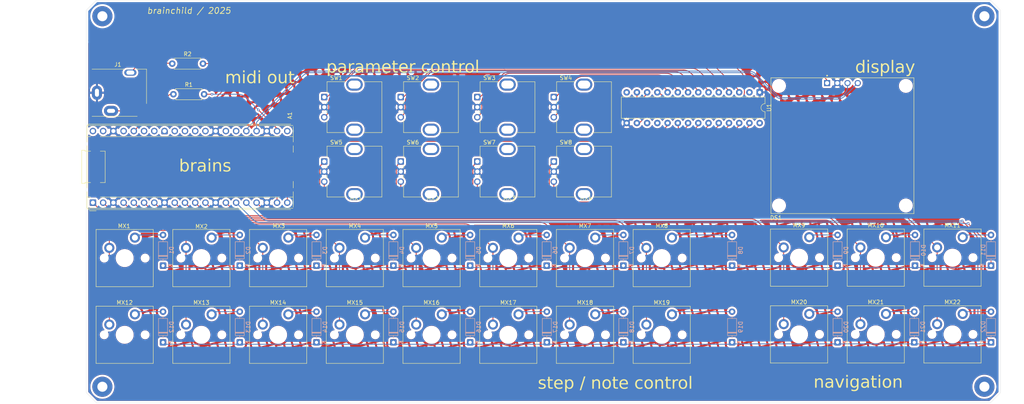
<source format=kicad_pcb>
(kicad_pcb (version 20241229) (generator "pcbnew") (generator_version "9.0")
  (layers (0 "F.Cu" signal) (2 "B.Cu" signal) (13 "F.Paste" user) (15 "B.Paste" user) (5 "F.SilkS" user "F.Silkscreen") (7 "B.SilkS" user "B.Silkscreen") (1 "F.Mask" user) (3 "B.Mask" user) (25 "Edge.Cuts" user))
  (net 0 "")
  (net 1 "COL10")
  (net 2 "IO_SDA")
  (net 4 "COL2")
  (net 6 "ROW1")
  (net 7 "ROW0")
  (net 8 "DISP_SDA")
  (net 9 "COL1")
  (net 10 "COL6")
  (net 11 "GND")
  (net 12 "COL0")
  (net 13 "DISP_SCL")
  (net 19 "COL3")
  (net 21 "COL8")
  (net 22 "IO_SCL")
  (net 23 "COL5")
  (net 24 "COL7")
  (net 25 "+3V3")
  (net 28 "MIDI_SINK")
  (net 29 "COL4")
  (net 30 "PICO_INT")
  (net 31 "COL9")
  (net 32 "Net-(D1-A)")
  (net 33 "Net-(D2-A)")
  (net 34 "Net-(D3-A)")
  (net 35 "Net-(D4-A)")
  (net 36 "Net-(D5-A)")
  (net 37 "Net-(D6-A)")
  (net 38 "Net-(D7-A)")
  (net 39 "Net-(D8-A)")
  (net 40 "Net-(D9-A)")
  (net 41 "Net-(D10-A)")
  (net 42 "Net-(D11-A)")
  (net 43 "Net-(D12-A)")
  (net 44 "Net-(D13-A)")
  (net 45 "Net-(D14-A)")
  (net 46 "Net-(D15-A)")
  (net 47 "Net-(D16-A)")
  (net 48 "Net-(D17-A)")
  (net 49 "Net-(D18-A)")
  (net 50 "Net-(D19-A)")
  (net 51 "Net-(D20-A)")
  (net 52 "Net-(D21-A)")
  (net 53 "Net-(D22-A)")
  (net 54 "Net-(J1-PadR)")
  (net 55 "Net-(J1-PadT)")
  (net 56 "ENC0_B")
  (net 57 "ENC0_A")
  (net 58 "ENC1_A")
  (net 59 "ENC1_B")
  (net 60 "ENC2_A")
  (net 61 "ENC2_B")
  (net 62 "ENC3_B")
  (net 63 "ENC3_A")
  (net 64 "ENC4_A")
  (net 65 "ENC4_B")
  (net 66 "ENC5_B")
  (net 67 "ENC5_A")
  (net 68 "ENC6_A")
  (net 69 "ENC6_B")
  (net 70 "ENC7_B")
  (net 71 "ENC7_A")
  (footprint "OLED_128X64_1.3_I2C:LCD_OLED_128X64_1.3_I2C" (layer "F.Cu") (at 224.25 55.15)
    (property "Reference" "DS1")
    (property "Value" "OLED_128X64_1.3_I2C")
  )
  (footprint "Module:RaspberryPi_Pico_Common_THT" (layer "F.Cu") (at 38.15 69.29125 90)
    (property "Reference" "A1")
    (property "Value" "RaspberryPi_Pico")
  )
  (footprint "PCM_Switch_Keyboard_Cherry_MX:SW_Cherry_MX_PCB_1.00u" (layer "F.Cu") (at 122.23375 102.10625)
    (property "Reference" "MX16")
    (property "Value" "MX_SW_solder")
  )
  (footprint "Rotary_Encoder:RotaryEncoder_Bourns_Vertical_PEC12R-3x17F-Nxxxx" (layer "F.Cu") (at 152.5909 43.0765)
    (property "Reference" "SW4")
    (property "Value" "RotaryEncoder")
  )
  (footprint "Connector_Audio:Jack_3.5mm_CUI_SJ1-3513N_Horizontal" (layer "F.Cu") (at 39.15 42)
    (property "Reference" "J1")
    (property "Value" "AudioPlug3")
  )
  (footprint "MountingHole:MountingHole_2.5mm_Pad" (layer "F.Cu") (at 259.5 115)
    (property "Reference" "REF**" (hide yes))
    (property "Value" "MountingHole_2.5mm_Pad")
  )
  (footprint "PCM_Switch_Keyboard_Cherry_MX:SW_Cherry_MX_PCB_1.00u" (layer "F.Cu") (at 141.28375 83.05625)
    (property "Reference" "MX6")
    (property "Value" "MX_SW_solder")
  )
  (footprint "Rotary_Encoder:RotaryEncoder_Bourns_Vertical_PEC12R-3x17F-Nxxxx" (layer "F.Cu") (at 152.5909 59.0765)
    (property "Reference" "SW8")
    (property "Value" "RotaryEncoder")
  )
  (footprint "PCM_Switch_Keyboard_Cherry_MX:SW_Cherry_MX_PCB_1.00u" (layer "F.Cu") (at 103.18375 102.10625)
    (property "Reference" "MX15")
    (property "Value" "MX_SW_solder")
  )
  (footprint "PCM_Switch_Keyboard_Cherry_MX:SW_Cherry_MX_PCB_1.00u" (layer "F.Cu") (at 46.03375 83.05625)
    (property "Reference" "MX1")
    (property "Value" "MX_SW_solder")
  )
  (footprint "PCM_Switch_Keyboard_Cherry_MX:SW_Cherry_MX_PCB_1.00u" (layer "F.Cu") (at 232.53 82.95)
    (property "Reference" "MX10")
    (property "Value" "MX_SW_solder")
  )
  (footprint "Resistor_THT:R_Axial_DIN0207_L6.3mm_D2.5mm_P7.62mm_Horizontal" (layer "F.Cu") (at 57.85 34.7725)
    (property "Reference" "R2")
    (property "Value" "33R")
  )
  (footprint "PCM_Switch_Keyboard_Cherry_MX:SW_Cherry_MX_PCB_1.00u" (layer "F.Cu") (at 65.08375 102.10625)
    (property "Reference" "MX13")
    (property "Value" "MX_SW_solder")
  )
  (footprint "Resistor_THT:R_Axial_DIN0207_L6.3mm_D2.5mm_P7.62mm_Horizontal" (layer "F.Cu") (at 58.1375 42.3725)
    (property "Reference" "R1")
    (property "Value" "10R")
  )
  (footprint "MountingHole:MountingHole_2.5mm_Pad" (layer "F.Cu") (at 259.5 23)
    (property "Reference" "REF**" (hide yes))
    (property "Value" "MountingHole_2.5mm_Pad")
  )
  (footprint "PCM_Switch_Keyboard_Cherry_MX:SW_Cherry_MX_PCB_1.00u" (layer "F.Cu") (at 160.33375 102.10625)
    (property "Reference" "MX18")
    (property "Value" "MX_SW_solder")
  )
  (footprint "PCM_Switch_Keyboard_Cherry_MX:SW_Cherry_MX_PCB_1.00u" (layer "F.Cu") (at 122.23375 83.05625)
    (property "Reference" "MX5")
    (property "Value" "MX_SW_solder")
  )
  (footprint "PCM_Switch_Keyboard_Cherry_MX:SW_Cherry_MX_PCB_1.00u" (layer "F.Cu") (at 179.38375 83.05625)
    (property "Reference" "MX8")
    (property "Value" "MX_SW_solder")
  )
  (footprint "Rotary_Encoder:RotaryEncoder_Bourns_Vertical_PEC12R-3x17F-Nxxxx" (layer "F.Cu") (at 95.5909 43.0765)
    (property "Reference" "SW1")
    (property "Value" "RotaryEncoder")
  )
  (footprint "PCM_Switch_Keyboard_Cherry_MX:SW_Cherry_MX_PCB_1.00u" (layer "F.Cu") (at 141.28375 102.10625)
    (property "Reference" "MX17")
    (property "Value" "MX_SW_solder")
  )
  (footprint "Rotary_Encoder:RotaryEncoder_Bourns_Vertical_PEC12R-3x17F-Nxxxx" (layer "F.Cu") (at 114.5909 43.0765)
    (property "Reference" "SW2")
    (property "Value" "RotaryEncoder")
  )
  (footprint "Rotary_Encoder:RotaryEncoder_Bourns_Vertical_PEC12R-3x17F-Nxxxx" (layer "F.Cu") (at 95.5909 59.0765)
    (property "Reference" "SW5")
    (property "Value" "RotaryEncoder")
  )
  (footprint "MountingHole:MountingHole_2.5mm_Pad" (layer "F.Cu") (at 40.5 115)
    (property "Reference" "REF**" (hide yes))
    (property "Value" "MountingHole_2.5mm_Pad")
  )
  (footprint "PCM_Switch_Keyboard_Cherry_MX:SW_Cherry_MX_PCB_1.00u" (layer "F.Cu") (at 213.48 102)
    (property "Reference" "MX20")
    (property "Value" "MX_SW_solder")
  )
  (footprint "Rotary_Encoder:RotaryEncoder_Bourns_Vertical_PEC12R-3x17F-Nxxxx" (layer "F.Cu") (at 114.5909 59.0765)
    (property "Reference" "SW6")
    (property "Value" "RotaryEncoder")
  )
  (footprint "PCM_Switch_Keyboard_Cherry_MX:SW_Cherry_MX_PCB_1.00u" (layer "F.Cu") (at 251.58 102)
    (property "Reference" "MX22")
    (property "Value" "MX_SW_solder")
  )
  (footprint "MountingHole:MountingHole_2.5mm_Pad" (layer "F.Cu") (at 40.5 23)
    (property "Reference" "REF**" (hide yes))
    (property "Value" "MountingHole_2.5mm_Pad")
  )
  (footprint "PCM_Switch_Keyboard_Cherry_MX:SW_Cherry_MX_PCB_1.00u" (layer "F.Cu") (at 160.33375 83.05625)
    (property "Reference" "MX7")
    (property "Value" "MX_SW_solder")
  )
  (footprint "PCM_Switch_Keyboard_Cherry_MX:SW_Cherry_MX_PCB_1.00u" (layer "F.Cu") (at 84.13375 102.10625)
    (property "Reference" "MX14")
    (property "Value" "MX_SW_solder")
  )
  (footprint "PCM_Switch_Keyboard_Cherry_MX:SW_Cherry_MX_PCB_1.00u" (layer "F.Cu") (at 213.48 82.95)
    (property "Reference" "MX9")
    (property "Value" "MX_SW_solder")
  )
  (footprint "Rotary_Encoder:RotaryEncoder_Bourns_Vertical_PEC12R-3x17F-Nxxxx" (layer "F.Cu") (at 133.5909 59.0765)
    (property "Reference" "SW7")
    (property "Value" "RotaryEncoder")
  )
  (footprint "PCM_Switch_Keyboard_Cherry_MX:SW_Cherry_MX_PCB_1.00u" (layer "F.Cu") (at 84.13375 83.05625)
    (property "Reference" "MX3")
    (property "Value" "MX_SW_solder")
  )
  (footprint "PCM_Switch_Keyboard_Cherry_MX:SW_Cherry_MX_PCB_1.00u" (layer "F.Cu") (at 46.03375 102.10625)
    (property "Reference" "MX12")
    (property "Value" "MX_SW_solder")
  )
  (footprint "PCM_Switch_Keyboard_Cherry_MX:SW_Cherry_MX_PCB_1.00u" (layer "F.Cu") (at 103.18375 83.05625)
    (property "Reference" "MX4")
    (property "Value" "MX_SW_solder")
  )
  (footprint "PCM_Switch_Keyboard_Cherry_MX:SW_Cherry_MX_PCB_1.00u" (layer "F.Cu") (at 179.38375 102.10625)
    (property "Reference" "MX19")
    (property "Value" "MX_SW_solder")
  )
  (footprint "Package_DIP:DIP-28_W7.62mm" (layer "F.Cu") (at 203.7 41.9 -90)
    (property "Reference" "U1")
    (property "Value" "MCP23018x-x-SP")
  )
  (footprint "PCM_Switch_Keyboard_Cherry_MX:SW_Cherry_MX_PCB_1.00u" (layer "F.Cu") (at 232.53 102)
    (property "Reference" "MX21")
    (property "Value" "MX_SW_solder")
  )
  (footprint "PCM_Switch_Keyboard_Cherry_MX:SW_Cherry_MX_PCB_1.00u" (layer "F.Cu") (at 251.58 82.95)
    (property "Reference" "MX11")
    (property "Value" "MX_SW_solder")
  )
  (footprint "Rotary_Encoder:RotaryEncoder_Bourns_Vertical_PEC12R-3x17F-Nxxxx" (layer "F.Cu") (at 133.5909 43.0765)
    (property "Reference" "SW3")
    (property "Value" "RotaryEncoder")
  )
  (footprint "PCM_Switch_Keyboard_Cherry_MX:SW_Cherry_MX_PCB_1.00u" (layer "F.Cu") (at 65.08375 83.05625)
    (property "Reference" "MX2")
    (property "Value" "MX_SW_solder")
  )
  (footprint "Diode_THT:D_DO-35_SOD27_P7.62mm_Horizontal" (layer "B.Cu") (at 150.8125 84.93125 90)
    (property "Reference" "D6")
    (property "Value" "D_Small")
  )
  (footprint "Diode_THT:D_DO-35_SOD27_P7.62mm_Horizontal" (layer "B.Cu") (at 169.8625 103.98125 90)
    (property "Reference" "D18")
    (property "Value" "D_Small")
  )
  (footprint "Diode_THT:D_DO-35_SOD27_P7.62mm_Horizontal" (layer "B.Cu") (at 242.2675 84.93125 90)
    (property "Reference" "D10")
    (property "Value" "D_Small")
  )
  (footprint "Diode_THT:D_DO-35_SOD27_P7.62mm_Horizontal" (layer "B.Cu") (at 93.6625 84.93125 90)
    (property "Reference" "D3")
    (property "Value" "D_Small")
  )
  (footprint "Diode_THT:D_DO-35_SOD27_P7.62mm_Horizontal" (layer "B.Cu") (at 131.8125 103.98125 90)
    (property "Reference" "D16")
    (property "Value" "D_Small")
  )
  (footprint "Diode_THT:D_DO-35_SOD27_P7.62mm_Horizontal" (layer "B.Cu") (at 112.7625 103.98125 90)
    (property "Reference" "D15")
    (property "Value" "D_Small")
  )
  (footprint "Diode_THT:D_DO-35_SOD27_P7.62mm_Horizontal" (layer "B.Cu") (at 55.5625 84.93125 90)
    (property "Reference" "D1")
    (property "Value" "D_Small")
  )
  (footprint "Diode_THT:D_DO-35_SOD27_P7.62mm_Horizontal" (layer "B.Cu") (at 131.8125 84.93125 90)
    (property "Reference" "D5")
    (property "Value" "D_Small")
  )
  (footprint "Diode_THT:D_DO-35_SOD27_P7.62mm_Horizontal" (layer "B.Cu") (at 196.85 84.93125 90)
    (property "Reference" "D8")
    (property "Value" "D_Small")
  )
  (footprint "Diode_THT:D_DO-35_SOD27_P7.62mm_Horizontal" (layer "B.Cu") (at 150.8625 103.98125 90)
    (property "Reference" "D17")
    (property "Value" "D_Small")
  )
  (footprint "Diode_THT:D_DO-35_SOD27_P7.62mm_Horizontal" (layer "B.Cu") (at 196.85 103.98125 90)
    (property "Reference" "D19")
    (property "Value" "D_Small")
  )
  (footprint "Diode_THT:D_DO-35_SOD27_P7.62mm_Horizontal" (layer "B.Cu") (at 74.6125 103.98125 90)
    (property "Reference" "D13")
    (property "Value" "D_Small")
  )
  (footprint "Diode_THT:D_DO-35_SOD27_P7.62mm_Horizontal" (layer "B.Cu") (at 93.6625 103.98125 90)
    (property "Reference" "D14")
    (property "Value" "D_Small")
  )
  (footprint "Diode_THT:D_DO-35_SOD27_P7.62mm_Horizontal" (layer "B.Cu") (at 169.8625 84.93125 90)
    (property "Reference" "D7")
    (property "Value" "D_Small")
  )
  (footprint "Diode_THT:D_DO-35_SOD27_P7.62mm_Horizontal" (layer "B.Cu") (at 261.14375 84.93125 90)
    (property "Reference" "D11")
    (property "Value" "D_Small")
  )
  (footprint "Diode_THT:D_DO-35_SOD27_P7.62mm_Horizontal" (layer "B.Cu") (at 74.6125 84.93125 90)
    (property "Reference" "D2")
    (property "Value" "D_Small")
  )
  (footprint "Diode_THT:D_DO-35_SOD27_P7.62mm_Horizontal" (layer "B.Cu") (at 242.09375 103.98125 90)
    (property "Reference" "D21")
    (property "Value" "D_Small")
  )
  (footprint "Diode_THT:D_DO-35_SOD27_P7.62mm_Horizontal" (layer "B.Cu") (at 261.14375 103.98125 90)
    (property "Reference" "D22")
    (property "Value" "D_Small")
  )
  (footprint "Diode_THT:D_DO-35_SOD27_P7.62mm_Horizontal" (layer "B.Cu") (at 55.5625 103.98125 90)
    (property "Reference" "D12")
    (property "Value" "D_Small")
  )
  (footprint "Diode_THT:D_DO-35_SOD27_P7.62mm_Horizontal" (layer "B.Cu") (at 223.04375 84.93125 90)
    (property "Reference" "D9")
    (property "Value" "D_Small")
  )
  (footprint "Diode_THT:D_DO-35_SOD27_P7.62mm_Horizontal" (layer "B.Cu") (at 112.7625 84.93125 90)
    (property "Reference" "D4")
    (property "Value" "D_Small")
  )
  (footprint "Diode_THT:D_DO-35_SOD27_P7.62mm_Horizontal" (layer "B.Cu") (at 223.04375 103.98125 90)
    (property "Reference" "D20")
    (property "Value" "D_Small")
  )
  (gr_poly (pts (xy 47.220281 24.35954) (xy 47.235252 24.361414) (xy 47.252185 24.364974) (xy 47.2714 24.370315) (xy 47.29322 24.377532) (xy 47.317965 24.38672) (xy 47.377522 24.411388) (xy 47.452645 24.445078) (xy 47.545905 24.488551) (xy 47.602315 24.515125) (xy 47.655624 24.539917) (xy 47.704593 24.562384) (xy 47.747981 24.581982) (xy 47.784547 24.59817) (xy 47.813052 24.610404) (xy 47.832255 24.618142) (xy 47.83798 24.620156) (xy 47.840916 24.620843) (xy 47.843546 24.620187) (xy 47.848378 24.618261) (xy 47.864149 24.610859) (xy 47.887238 24.599146) (xy 47.916652 24.583635) (xy 47.990488 24.543266) (xy 48.077717 24.493843) (xy 48.124257 24.467374) (xy 48.168999 24.442828) (xy 48.211011 24.420638) (xy 48.249366 24.401238) (xy 48.283131 24.385063) (xy 48.311377 24.372547) (xy 48.32314 24.367797) (xy 48.333174 24.364124) (xy 48.341364 24.361583) (xy 48.347592 24.360228) (xy 48.355206 24.359552) (xy 48.363361 24.359595) (xy 48.372349 24.360487) (xy 48.382464 24.362357) (xy 48.393996 24.365336) (xy 48.40724 24.369553) (xy 48.440031 24.382221) (xy 48.483178 24.401401) (xy 48.539022 24.428131) (xy 48.609904 24.463449) (xy 48.698165 24.508394) (xy 48.760136 24.540333) (xy 48.819129 24.571171) (xy 48.873782 24.60018) (xy 48.92273 24.62663) (xy 48.964609 24.649794) (xy 48.998054 24.668943) (xy 49.021701 24.683348) (xy 49.029424 24.688543) (xy 49.034186 24.69228) (xy 49.043338 24.700906) (xy 49.051699 24.709892) (xy 49.059276 24.719206) (xy 49.066078 24.728813) (xy 49.072111 24.738678) (xy 49.077384 24.748768) (xy 49.081903 24.759048) (xy 49.085676 24.769485) (xy 49.088711 24.780043) (xy 49.091015 24.79069) (xy 49.092596 24.80139) (xy 49.093461 24.81211) (xy 49.093618 24.822815) (xy 49.093074 24.833472) (xy 49.091837 24.844046) (xy 49.089914 24.854503) (xy 49.087312 24.864808) (xy 49.08404 24.874929) (xy 49.080105 24.88483) (xy 49.075514 24.894477) (xy 49.070275 24.903837) (xy 49.064395 24.912874) (xy 49.057882 24.921556) (xy 49.050743 24.929847) (xy 49.042986 24.937714) (xy 49.034618 24.945122) (xy 49.025648 24.952038) (xy 49.016081 24.958426) (xy 49.005927 24.964254) (xy 48.995191 24.969487) (xy 48.983883 24.97409) (xy 48.972009 24.97803) (xy 48.961092 24.980656) (xy 48.950408 24.982482) (xy 48.939569 24.983358) (xy 48.928187 24.983136) (xy 48.915875 24.981665) (xy 48.902246 24.978797) (xy 48.886911 24.974383) (xy 48.869483 24.968274) (xy 48.849574 24.960319) (xy 48.826798 24.95037) (xy 48.771091 24.923894) (xy 48.69926 24.887651) (xy 48.608207 24.840447) (xy 48.367436 24.716093) (xy 48.135925 24.847061) (xy 48.089032 24.873202) (xy 48.044293 24.897684) (xy 48.002748 24.919964) (xy 47.965435 24.9395) (xy 47.933393 24.95575) (xy 47.90766 24.96817) (xy 47.897485 24.972775) (xy 47.889276 24.976219) (xy 47.883165 24.978434) (xy 47.87928 24.979353) (xy 47.855857 24.979862) (xy 47.844273 24.979187) (xy 47.832295 24.97772) (xy 47.819566 24.97533) (xy 47.805726 24.971888) (xy 47.790417 24.967264) (xy 47.773281 24.961328) (xy 47.732092 24.945001) (xy 47.679292 24.921868) (xy 47.612012 24.89089) (xy 47.527384 24.85103) (xy 47.423721 24.802578) (xy 47.337049 24.763056) (xy 47.302914 24.747884) (xy 47.276422 24.736433) (xy 47.258705 24.729198) (xy 47.253491 24.727317) (xy 47.250894 24.726676) (xy 47.248801 24.727301) (xy 47.245063 24.729136) (xy 47.233014 24.736184) (xy 47.215478 24.747326) (xy 47.193182 24.762064) (xy 47.137227 24.800346) (xy 47.070977 24.847061) (xy 47.038905 24.870057) (xy 47.009981 24.890506) (xy 46.983945 24.908528) (xy 46.960535 24.924245) (xy 46.939488 24.937776) (xy 46.920545 24.949241) (xy 46.91178 24.954236) (xy 46.903442 24.95876) (xy 46.895499 24.962828) (xy 46.887919 24.966454) (xy 46.880668 24.969654) (xy 46.873713 24.972443) (xy 46.867023 24.974835) (xy 46.860564 24.976847) (xy 46.854304 24.978491) (xy 46.848209 24.979785) (xy 46.842248 24.980742) (xy 46.836387 24.981379) (xy 46.830594 24.981709) (xy 46.824837 24.981747) (xy 46.819081 24.98151) (xy 46.813296 24.981012) (xy 46.807447 24.980267) (xy 46.801503 24.979291) (xy 46.789196 24.976707) (xy 46.777524 24.973736) (xy 46.766328 24.970056) (xy 46.755619 24.965703) (xy 46.745408 24.96071) (xy 46.735706 24.955114) (xy 46.726523 24.94895) (xy 46.71787 24.942252) (xy 46.709759 24.935056) (xy 46.7022 24.927396) (xy 46.695205 24.919309) (xy 46.688783 24.910829) (xy 46.682947 24.90199) (xy 46.677706 24.89283) (xy 46.673072 24.883381) (xy 46.669056 24.873681) (xy 46.665669 24.863763) (xy 46.662921 24.853663) (xy 46.660823 24.843416) (xy 46.659387 24.833057) (xy 46.658623 24.822621) (xy 46.658542 24.812143) (xy 46.659155 24.801659) (xy 46.660472 24.791204) (xy 46.662506 24.780812) (xy 46.665267 24.770519) (xy 46.668765 24.76036) (xy 46.673011 24.75037) (xy 46.678017 24.740584) (xy 46.683793 24.731038) (xy 46.69035 24.721766) (xy 46.6977 24.712804) (xy 46.705852 24.704186) (xy 46.716051 24.694905) (xy 46.733117 24.680911) (xy 46.78407 24.641513) (xy 46.851146 24.591449) (xy 46.92678 24.536176) (xy 47.073458 24.431831) (xy 47.129372 24.393673) (xy 47.163582 24.372134) (xy 47.173573 24.367003) (xy 47.183917 24.363083) (xy 47.194935 24.360469) (xy 47.206949 24.359256)) (fill yes) (layers "F.Cu" "F.Mask"))
  (gr_poly (pts (xy 256.785832 67.617907) (xy 257.816171 67.993064) (xy 257.884519 68.032624) (xy 257.923136 68.08626) (xy 257.936583 68.158294) (xy 257.936583 69.006672) (xy 257.927309 69.055189) (xy 257.903101 69.081261) (xy 257.860867 69.090691) (xy 257.815927 69.082265) (xy 256.29869 68.530642) (xy 256.230184 68.491065) (xy 256.191499 68.437426) (xy 256.178034 68.365412) (xy 256.178034 67.760667) (xy 256.187334 67.712187) (xy 256.211642 67.686097) (xy 256.254116 67.676647) (xy 256.299178 67.685074) (xy 256.603383 67.79425) (xy 256.628784 67.799868) (xy 256.655646 67.789392) (xy 256.665421 67.755049) (xy 256.665421 67.696309) (xy 256.67481 67.645891) (xy 256.699098 67.619082) (xy 256.741014 67.60948)) (fill yes) (layers "F.Cu" "F.Mask"))
  (gr_poly (pts (xy 245.261286 59.06466) (xy 254.27055 62.327867) (xy 254.481322 62.437804) (xy 254.642355 62.590628) (xy 254.760196 62.791684) (xy 254.824493 63.087889) (xy 254.824493 71.806993) (xy 254.781109 72.045201) (xy 254.669755 72.170732) (xy 254.479377 72.215306) (xy 254.259009 72.176288) (xy 248.538781 70.084714) (xy 248.216532 69.901942) (xy 248.035521 69.655057) (xy 247.972748 69.324691) (xy 247.972748 67.422162) (xy 247.912029 67.21539) (xy 247.718857 67.06056) (xy 247.442436 66.972633) (xy 247.124419 66.769736) (xy 246.948478 66.521378) (xy 246.889042 66.21261) (xy 246.889042 65.88508) (xy 248.28489 65.88508) (xy 248.365024 66.116056) (xy 248.550871 66.246682) (xy 253.175304 67.922249) (xy 253.282465 67.946429) (xy 253.383432 67.906843) (xy 253.428645 67.774971) (xy 253.349957 67.543483) (xy 253.168709 67.413369) (xy 248.536583 65.725712) (xy 248.429421 65.713622) (xy 248.329805 65.753046) (xy 248.28489 65.88508) (xy 246.889042 65.88508) (xy 246.889042 61.576637) (xy 246.809395 61.355697) (xy 246.621413 61.227125) (xy 245.251944 60.723191) (xy 244.935742 60.541067) (xy 244.757322 60.294317) (xy 244.695253 59.963168) (xy 244.695253 59.421316) (xy 244.73905 59.19301) (xy 244.85353 59.070144) (xy 245.053557 59.025642)) (fill yes) (layers "F.Cu" "F.Mask"))
  (gr_poly (pts (xy 247.442436 38.057699) (xy 254.27 40.54) (xy 254.48113 40.649955) (xy 254.642129 40.802618) (xy 254.759646 41.003268) (xy 254.824493 41.299473) (xy 254.824493 50.018577) (xy 254.781068 50.256725) (xy 254.669562 50.382286) (xy 254.478828 50.42689) (xy 254.25846 50.387872) (xy 250.713336 49.090393) (xy 250.390731 48.907583) (xy 250.209567 48.66069) (xy 250.146753 48.33037) (xy 250.146753 47.788517) (xy 250.118514 47.637566) (xy 250.037148 47.52419) (xy 249.892863 47.439555) (xy 247.430346 46.544894) (xy 247.115519 46.362947) (xy 246.937732 46.116393) (xy 246.875853 45.785421) (xy 246.875853 40.971944) (xy 250.181924 40.971944) (xy 250.181924 46.150319) (xy 250.245409 46.355691) (xy 250.451202 46.511371) (xy 250.560562 46.523461) (xy 250.670516 46.482556) (xy 250.709489 46.352003) (xy 250.709489 41.173627) (xy 250.680063 41.023989) (xy 250.594294 40.910397) (xy 250.439662 40.824665) (xy 250.287633 40.801187) (xy 250.211322 40.847963) (xy 250.181924 40.971944) (xy 246.875853 40.971944) (xy 246.875853 38.426994) (xy 246.919278 38.188846) (xy 247.030784 38.063285) (xy 247.221518 38.018681)) (fill yes) (layers "F.Cu" "F.Mask"))
  (gr_poly (pts (xy 256.545009 48.161888) (xy 257.816171 48.623873) (xy 257.884519 48.663433) (xy 257.923136 48.717069) (xy 257.936583 48.789104) (xy 257.936583 49.393849) (xy 257.927193 49.444267) (xy 257.902905 49.471076) (xy 257.860989 49.480677) (xy 257.816171 49.472251) (xy 256.54452 49.010388) (xy 256.519241 49.00477) (xy 256.494019 49.014527) (xy 256.482849 49.04678) (xy 256.50306 49.100745) (xy 256.54452 49.130799) (xy 257.816171 49.592785) (xy 257.884529 49.63234) (xy 257.923141 49.685939) (xy 257.936583 49.757893) (xy 257.936583 50.726682) (xy 257.927402 50.777404) (xy 257.90389 50.804066) (xy 257.863798 50.81351) (xy 257.816171 50.805084) (xy 256.545009 50.34029) (xy 256.474844 50.300535) (xy 256.435447 50.246858) (xy 256.421788 50.17506) (xy 256.421788 50.054648) (xy 256.415182 50.019536) (xy 256.396138 49.993191) (xy 256.362315 49.973559) (xy 256.299911 49.951089) (xy 256.230616 49.911427) (xy 256.191591 49.85777) (xy 256.178034 49.785859) (xy 256.178034 48.75552) (xy 256.187369 48.70709) (xy 256.211811 48.680976) (xy 256.254604 48.671501) (xy 256.299911 48.679927) (xy 256.362315 48.702275) (xy 256.396784 48.707675) (xy 256.414645 48.695715) (xy 256.421788 48.663074) (xy 256.421788 48.237481) (xy 256.431053 48.188951) (xy 256.455228 48.162885) (xy 256.497382 48.153462)) (fill yes) (layers "F.Cu" "F.Mask"))
  (gr_poly (pts (xy 255.81399 64.847216) (xy 257.816049 65.572373) (xy 257.880665 65.611703) (xy 257.922539 65.673245) (xy 257.936583 65.737603) (xy 257.936583 67.675182) (xy 257.927402 67.725903) (xy 257.90389 67.752566) (xy 257.863798 67.76201) (xy 257.816171 67.753584) (xy 256.545009 67.28879) (xy 256.474844 67.249034) (xy 256.435447 67.195358) (xy 256.421788 67.123559) (xy 256.421788 66.700775) (xy 256.407703 66.652717) (xy 256.362926 66.616755) (xy 256.301377 66.597216) (xy 256.232164 66.553054) (xy 256.193889 66.499057) (xy 256.180965 66.431986) (xy 256.180965 66.359201) (xy 256.483338 66.359201) (xy 256.493122 66.398087) (xy 256.513313 66.425208) (xy 256.545009 66.443221) (xy 257.572661 66.815569) (xy 257.597818 66.821187) (xy 257.623039 66.81143) (xy 257.63421 66.779177) (xy 257.624586 66.740177) (xy 257.604791 66.713084) (xy 257.573882 66.695157) (xy 256.544276 66.32) (xy 256.519363 66.317191) (xy 256.494442 66.326913) (xy 256.483338 66.359201) (xy 256.180965 66.359201) (xy 256.180965 65.401647) (xy 256.171273 65.364583) (xy 256.15106 65.338284) (xy 256.118927 65.320436) (xy 255.814601 65.208451) (xy 255.745779 65.16884) (xy 255.706958 65.115193) (xy 255.693456 65.043221) (xy 255.693456 64.922809) (xy 255.70273 64.874291) (xy 255.726938 64.84822) (xy 255.769171 64.83879)) (fill yes) (layers "F.Cu" "F.Mask"))
  (gr_poly (pts (xy 256.545009 68.873437) (xy 257.816171 69.335422) (xy 257.884519 69.374982) (xy 257.923136 69.428618) (xy 257.936583 69.500653) (xy 257.936583 70.34903) (xy 257.927402 70.399752) (xy 257.90389 70.426414) (xy 257.863798 70.435859) (xy 257.816171 70.427432) (xy 256.54452 69.962638) (xy 256.519241 69.959829) (xy 256.494019 69.969586) (xy 256.482849 70.001839) (xy 256.504684 70.053673) (xy 256.545131 70.08305) (xy 257.69637 70.503025) (xy 257.764323 70.542543) (xy 257.802771 70.59617) (xy 257.816171 70.668256) (xy 257.816171 70.788545) (xy 257.806781 70.838963) (xy 257.782493 70.865772) (xy 257.740578 70.875374) (xy 257.695759 70.867069) (xy 256.545009 70.446972) (xy 256.519608 70.441476) (xy 256.494282 70.4517) (xy 256.482849 70.486295) (xy 256.504499 70.538172) (xy 256.54452 70.567505) (xy 257.816171 71.0323) (xy 257.884517 71.071789) (xy 257.923134 71.125382) (xy 257.936583 71.197408) (xy 257.936583 71.620192) (xy 257.927402 71.670914) (xy 257.90389 71.697576) (xy 257.863798 71.707021) (xy 257.816171 71.698594) (xy 256.545009 71.2338) (xy 256.474833 71.19405) (xy 256.435441 71.14041) (xy 256.421788 71.068692) (xy 256.421788 70.766197) (xy 256.415185 70.731077) (xy 256.39614 70.704689) (xy 256.362315 70.684986) (xy 256.299911 70.662638) (xy 256.230616 70.622976) (xy 256.191591 70.569319) (xy 256.178034 70.497408) (xy 256.178034 69.164697) (xy 256.187369 69.116267) (xy 256.211811 69.090153) (xy 256.254604 69.080677) (xy 256.299911 69.089104) (xy 256.362315 69.111452) (xy 256.396789 69.116795) (xy 256.414651 69.104827) (xy 256.421788 69.072251) (xy 256.421788 68.951839) (xy 256.431178 68.901421) (xy 256.455466 68.874612) (xy 256.497382 68.865011)) (fill yes) (layers "F.Cu" "F.Mask"))
  (gr_poly (pts (xy 47.275739 20.39039) (xy 47.299925 20.391519) (xy 47.323979 20.39352) (xy 47.347886 20.396388) (xy 47.395195 20.404702) (xy 47.44173 20.416419) (xy 47.487366 20.431496) (xy 47.531978 20.449891) (xy 47.575443 20.47156) (xy 47.617637 20.496463) (xy 47.658435 20.524555) (xy 47.697715 20.555793) (xy 47.735351 20.590137) (xy 47.77122 20.627542) (xy 47.805197 20.667966) (xy 47.854145 20.728821) (xy 47.905739 20.662675) (xy 47.926471 20.636899) (xy 47.948444 20.612184) (xy 47.971595 20.588566) (xy 47.995862 20.566081) (xy 48.021184 20.544767) (xy 48.047497 20.52466) (xy 48.074741 20.505797) (xy 48.102853 20.488215) (xy 48.131771 20.471951) (xy 48.161433 20.457041) (xy 48.191778 20.443523) (xy 48.222742 20.431433) (xy 48.254265 20.420808) (xy 48.286284 20.411685) (xy 48.318737 20.4041) (xy 48.351561 20.398091) (xy 48.382385 20.39413) (xy 48.413309 20.391653) (xy 48.444287 20.390633) (xy 48.475272 20.391043) (xy 48.506217 20.392856) (xy 48.537076 20.396045) (xy 48.567802 20.400583) (xy 48.598347 20.406442) (xy 48.628666 20.413596) (xy 48.658711 20.422018) (xy 48.688437 20.431679) (xy 48.717795 20.442554) (xy 48.746739 20.454614) (xy 48.775223 20.467834) (xy 48.8032 20.482185) (xy 48.830622 20.497641) (xy 48.857444 20.514174) (xy 48.883619 20.531758) (xy 48.909099 20.550364) (xy 48.933838 20.569967) (xy 48.95779 20.590539) (xy 48.980907 20.612053) (xy 49.003143 20.634481) (xy 49.02445 20.657796) (xy 49.044783 20.681973) (xy 49.064095 20.706982) (xy 49.082338 20.732798) (xy 49.099466 20.759392) (xy 49.115433 20.786739) (xy 49.130191 20.81481) (xy 49.143694 20.843579) (xy 49.155895 20.873018) (xy 49.166545 20.899671) (xy 49.17112 20.910484) (xy 49.175366 20.919796) (xy 49.17941 20.927736) (xy 49.181397 20.931232) (xy 49.183381 20.934433) (xy 49.185379 20.937357) (xy 49.187406 20.940019) (xy 49.189479 20.942435) (xy 49.191613 20.944621) (xy 49.193825 20.946595) (xy 49.19613 20.948371) (xy 49.198545 20.949967) (xy 49.201086 20.951399) (xy 49.203767 20.952682) (xy 49.206607 20.953833) (xy 49.209619 20.954868) (xy 49.212821 20.955804) (xy 49.219858 20.957442) (xy 49.227844 20.958876) (xy 49.247176 20.961654) (xy 49.290677 20.968336) (xy 49.33052 20.975669) (xy 49.34936 20.979666) (xy 49.367634 20.983932) (xy 49.385458 20.988499) (xy 49.402949 20.993404) (xy 49.420223 20.998681) (xy 49.437397 21.004364) (xy 49.454586 21.01049) (xy 49.471906 21.017092) (xy 49.489475 21.024206) (xy 49.507408 21.031867) (xy 49.544832 21.048966) (xy 49.608827 21.082896) (xy 49.669716 21.121466) (xy 49.727306 21.164358) (xy 49.781407 21.211251) (xy 49.831825 21.261826) (xy 49.87837 21.315764) (xy 49.920849 21.372744) (xy 49.95907 21.432447) (xy 49.992842 21.494553) (xy 50.021973 21.558741) (xy 50.046271 21.624694) (xy 50.065544 21.69209) (xy 50.079601 21.76061) (xy 50.088248 21.829934) (xy 50.091296 21.899743) (xy 50.088551 21.969716) (xy 50.07929 22.082164) (xy 50.156019 22.165508) (xy 50.173612 22.185067) (xy 50.190658 22.205025) (xy 50.207138 22.225347) (xy 50.223033 22.245999) (xy 50.238324 22.266946) (xy 50.25299 22.288152) (xy 50.267013 22.309583) (xy 50.280373 22.331203) (xy 50.293051 22.352979) (xy 50.305028 22.374875) (xy 50.316284 22.396856) (xy 50.326799 22.418888) (xy 50.336555 22.440935) (xy 50.345532 22.462963) (xy 50.35371 22.484936) (xy 50.361071 22.506821) (xy 50.390176 22.596779) (xy 50.453676 22.596779) (xy 50.467784 22.597073) (xy 50.48134 22.597957) (xy 50.49435 22.59943) (xy 50.506819 22.601492) (xy 50.512853 22.602744) (xy 50.518754 22.604143) (xy 50.524522 22.605689) (xy 50.530159 22.607383) (xy 50.535665 22.609224) (xy 50.541041 22.611212) (xy 50.546288 22.613348) (xy 50.551406 22.61563) (xy 50.556396 22.618061) (xy 50.561259 22.620638) (xy 50.565995 22.623363) (xy 50.570606 22.626234) (xy 50.575092 22.629254) (xy 50.579453 22.63242) (xy 50.583691 22.635734) (xy 50.587807 22.639195) (xy 50.5918 22.642803) (xy 50.595671 22.646559) (xy 50.599423 22.650462) (xy 50.603054 22.654512) (xy 50.606566 22.658709) (xy 50.609959 22.663054) (xy 50.613235 22.667546) (xy 50.616394 22.672185) (xy 50.622039 22.681879) (xy 50.627076 22.693241) (xy 50.631515 22.706482) (xy 50.63537 22.721815) (xy 50.63865 22.73945) (xy 50.641369 22.759598) (xy 50.645167 22.80828) (xy 50.646857 22.86955) (xy 50.646532 22.945099) (xy 50.644284 23.036615) (xy 50.640206 23.145789) (xy 50.629623 23.397143) (xy 50.683863 23.469904) (xy 50.702084 23.495047) (xy 50.719062 23.519929) (xy 50.734828 23.544629) (xy 50.749409 23.569226) (xy 50.762836 23.5938) (xy 50.775136 23.61843) (xy 50.78634 23.643195) (xy 50.796476 23.668176) (xy 50.805573 23.693451) (xy 50.813661 23.7191) (xy 50.820768 23.745203) (xy 50.826924 23.771839) (xy 50.832157 23.799087) (xy 50.836497 23.827027) (xy 50.839973 23.855738) (xy 50.842613 23.8853) (xy 50.844143 23.921106) (xy 50.843817 23.957435) (xy 50.8417 23.994066) (xy 50.837859 24.030779) (xy 50.832358 24.067353) (xy 50.825265 24.103565) (xy 50.816645 24.139197) (xy 50.806563 24.174026) (xy 50.795087 24.207832) (xy 50.782281 24.240394) (xy 50.768211 24.271491) (xy 50.752944 24.300902) (xy 50.736545 24.328406) (xy 50.71908 24.353783) (xy 50.700616 24.37681) (xy 50.681217 24.397269) (xy 50.665913 24.411743) (xy 50.659099 24.417657) (xy 50.652547 24.422776) (xy 50.646033 24.427167) (xy 50.639335 24.430895) (xy 50.632231 24.434026) (xy 50.624497 24.436626) (xy 50.615909 24.43876) (xy 50.606247 24.440496) (xy 50.595286 24.441898) (xy 50.582804 24.443033) (xy 50.568578 24.443967) (xy 50.552385 24.444764) (xy 50.513206 24.446216) (xy 50.390175 24.451508) (xy 50.346519 24.536175) (xy 50.327085 24.571915) (xy 50.305584 24.608093) (xy 50.282148 24.644557) (xy 50.256912 24.681158) (xy 50.23001 24.717743) (xy 50.201575 24.754161) (xy 50.17174 24.790262) (xy 50.14064 24.825893) (xy 50.108409 24.860905) (xy 50.075179 24.895145) (xy 50.041085 24.928463) (xy 50.006261 24.960707) (xy 49.970839 24.991726) (xy 49.934955 25.02137) (xy 49.898741 25.049486) (xy 49.862331 25.075925) (xy 49.8411 25.090461) (xy 49.815761 25.106889) (xy 49.78729 25.124619) (xy 49.756664 25.143062) (xy 49.72486 25.16163) (xy 49.692854 25.179732) (xy 49.661623 25.19678) (xy 49.632144 25.212185) (xy 49.577822 25.240338) (xy 49.532926 25.263779) (xy 49.50192 25.280274) (xy 49.493021 25.285219) (xy 49.490467 25.286744) (xy 49.489269 25.287591) (xy 49.496742 25.295301) (xy 49.520027 25.315538) (xy 49.607339 25.388133) (xy 49.737812 25.494462) (xy 49.89805 25.623612) (xy 49.982448 25.690763) (xy 50.062753 25.755263) (xy 50.137105 25.815577) (xy 50.203644 25.870171) (xy 50.260509 25.917509) (xy 50.305839 25.956057) (xy 50.337775 25.98428) (xy 50.348139 25.99404) (xy 50.354457 26.000643) (xy 50.368196 26.017124) (xy 50.381134 26.034291) (xy 50.393269 26.052106) (xy 50.404598 26.070525) (xy 50.42483 26.109014) (xy 50.44181 26.14943) (xy 50.45552 26.191442) (xy 50.465938 26.234722) (xy 50.473047 26.278939) (xy 50.476826 26.323766) (xy 50.477257 26.368871) (xy 50.47432 26.413925) (xy 50.467995 26.4586) (xy 50.458264 26.502566) (xy 50.445107 26.545493) (xy 50.428504 26.587052) (xy 50.418904 26.607215) (xy 50.408436 26.626913) (xy 50.397096 26.646104) (xy 50.384884 26.664747) (xy 50.374143 26.679969) (xy 50.362771 26.694867) (xy 50.350787 26.709428) (xy 50.33821 26.723638) (xy 50.325059 26.737484) (xy 50.311353 26.750951) (xy 50.297113 26.764028) (xy 50.282358 26.776699) (xy 50.267106 26.788952) (xy 50.251378 26.800773) (xy 50.235192 26.812148) (xy 50.218568 26.823063) (xy 50.201526 26.833506) (xy 50.184085 26.843463) (xy 50.166263 26.852919) (xy 50.148082 26.861862) (xy 50.120455 26.874639) (xy 50.108235 26.879893) (xy 50.096736 26.884455) (xy 50.085702 26.888374) (xy 50.074877 26.891697) (xy 50.064005 26.894475) (xy 50.052832 26.896754) (xy 50.0411 26.898583) (xy 50.028554 26.900012) (xy 50.014939 26.901088) (xy 49.999998 26.901859) (xy 49.965116 26.902684) (xy 49.921863 26.902872) (xy 49.891596 26.902574) (xy 49.86359 26.901601) (xy 49.837534 26.899838) (xy 49.813115 26.897167) (xy 49.790022 26.893474) (xy 49.767942 26.888641) (xy 49.746564 26.882552) (xy 49.725575 26.875091) (xy 49.704664 26.866142) (xy 49.683518 26.855589) (xy 49.661826 26.843314) (xy 49.639276 26.829203) (xy 49.615555 26.813138) (xy 49.590351 26.795003) (xy 49.563353 26.774683) (xy 49.534248 26.75206) (xy 49.513363 26.735304) (xy 49.493672 26.719959) (xy 49.475624 26.706319) (xy 49.459669 26.694679) (xy 49.452617 26.689701) (xy 49.446256 26.685333) (xy 49.440644 26.681613) (xy 49.435836 26.678576) (xy 49.431888 26.676261) (xy 49.428857 26.674703) (xy 49.427702 26.67422) (xy 49.426798 26.67394) (xy 49.426152 26.673868) (xy 49.425769 26.674008) (xy 49.432099 26.712812) (xy 49.452351 26.81279) (xy 49.518373 27.121485) (xy 49.59134 27.450519) (xy 49.638759 27.65032) (xy 49.644122 27.672804) (xy 49.648797 27.69693) (xy 49.652778 27.722447) (xy 49.65606 27.749105) (xy 49.658636 27.776655) (xy 49.660501 27.804846) (xy 49.66165 27.833428) (xy 49.662075 27.862153) (xy 49.661772 27.890768) (xy 49.660734 27.919025) (xy 49.658956 27.946674) (xy 49.656432 27.973464) (xy 49.653156 27.999145) (xy 49.649122 28.023468) (xy 49.644325 28.046183) (xy 49.638759 28.067039) (xy 49.62441 28.109818) (xy 49.607251 28.151737) (xy 49.587419 28.192648) (xy 49.565047 28.232404) (xy 49.540273 28.270857) (xy 49.513231 28.307862) (xy 49.484058 28.343269) (xy 49.452889 28.376932) (xy 49.419859 28.408704) (xy 49.385105 28.438438) (xy 49.348761 28.465985) (xy 49.310965 28.491199) (xy 49.27185 28.513933) (xy 49.231554 28.534039) (xy 49.19021 28.55137) (xy 49.147957 28.565779) (xy 49.124234 28.572553) (xy 49.098879 28.578486) (xy 49.072153 28.583574) (xy 49.044314 28.587814) (xy 49.015623 28.591201) (xy 48.986338 28.593731) (xy 48.956721 28.595401) (xy 48.927029 28.596206) (xy 48.897524 28.596144) (xy 48.868465 28.595209) (xy 48.84011 28.593398) (xy 48.812721 28.590708) (xy 48.786557 28.587134) (xy 48.761877 28.582672) (xy 48.738941 28.577319) (xy 48.718008 28.571071) (xy 48.662448 28.550504) (xy 48.609439 28.526593) (xy 48.559085 28.499465) (xy 48.511489 28.469248) (xy 48.466753 28.43607) (xy 48.42498 28.400058) (xy 48.386273 28.361342) (xy 48.350734 28.320048) (xy 48.318466 28.276304) (xy 48.289572 28.230239) (xy 48.264155 28.181981) (xy 48.242317 28.131656) (xy 48.224161 28.079394) (xy 48.209789 28.025322) (xy 48.199305 27.969567) (xy 48.192811 27.912259) (xy 48.184873 27.809071) (xy 47.646446 27.809071) (xy 47.646446 27.852727) (xy 47.645884 27.868518) (xy 47.644242 27.885976) (xy 47.641589 27.904875) (xy 47.637992 27.924992) (xy 47.633519 27.9461) (xy 47.628238 27.967976) (xy 47.622217 27.990395) (xy 47.615523 28.013131) (xy 47.608225 28.03596) (xy 47.60039 28.058658) (xy 47.592085 28.080999) (xy 47.58338 28.102759) (xy 47.574342 28.123712) (xy 47.565038 28.143635) (xy 47.555536 28.162301) (xy 47.545904 28.179487) (xy 47.525711 28.212266) (xy 47.504116 28.243617) (xy 47.481183 28.273526) (xy 47.456977 28.301976) (xy 47.43156 28.328952) (xy 47.404997 28.354436) (xy 47.377351 28.378414) (xy 47.348687 28.400869) (xy 47.319066 28.421786) (xy 47.288554 28.441148) (xy 47.257214 28.458939) (xy 47.22511 28.475144) (xy 47.192305 28.489746) (xy 47.158864 28.50273) (xy 47.124849 28.514078) (xy 47.090325 28.523777) (xy 47.055355 28.531808) (xy 47.020003 28.538158) (xy 46.984333 28.542808) (xy 46.948409 28.545744) (xy 46.912293 28.54695) (xy 46.87605 28.546409) (xy 46.839744 28.544106) (xy 46.803438 28.540024) (xy 46.767196 28.534148) (xy 46.731082 28.526461) (xy 46.695159 28.516948) (xy 46.659491 28.505592) (xy 46.624142 28.492378) (xy 46.589175 28.477289) (xy 46.554655 28.46031) (xy 46.520644 28.441425) (xy 46.49471 28.425031) (xy 46.469071 28.406704) (xy 46.443835 28.386585) (xy 46.41911 28.36482) (xy 46.395006 28.341551) (xy 46.37163 28.316921) (xy 46.349091 28.291074) (xy 46.327498 28.264154) (xy 46.306959 28.236304) (xy 46.287583 28.207667) (xy 46.269479 28.178386) (xy 46.252753 28.148606) (xy 46.237517 28.118469) (xy 46.223877 28.088118) (xy 46.211942 28.057698) (xy 46.201821 28.027352) (xy 46.185073 27.965692) (xy 46.179154 27.935265) (xy 46.174991 27.903907) (xy 46.172672 27.870721) (xy 46.172288 27.834806) (xy 46.173927 27.795263) (xy 46.177678 27.751193) (xy 46.191873 27.645877) (xy 46.215588 27.511662) (xy 46.249534 27.341358) (xy 46.294425 27.127769) (xy 46.377438 26.734532) (xy 46.402326 26.614312) (xy 46.408878 26.581332) (xy 46.410842 26.569498) (xy 46.409847 26.569814) (xy 46.407408 26.571224) (xy 46.398502 26.577104) (xy 46.36669 26.599594) (xy 46.320243 26.633494) (xy 46.263998 26.675331) (xy 46.19946 26.723393) (xy 46.171893 26.743568) (xy 46.147044 26.761424) (xy 46.124598 26.777148) (xy 46.104241 26.790929) (xy 46.085658 26.802954) (xy 46.068537 26.813411) (xy 46.052564 26.822488) (xy 46.037423 26.830373) (xy 46.022802 26.837255) (xy 46.008386 26.843321) (xy 45.993862 26.848759) (xy 45.978915 26.853757) (xy 45.963232 26.858503) (xy 45.946498 26.863185) (xy 45.907629 26.871762) (xy 45.868958 26.877665) (xy 45.830558 26.880917) (xy 45.792503 26.881541) (xy 45.754866 26.87956) (xy 45.717722 26.874998) (xy 45.681143 26.867879) (xy 45.645204 26.858224) (xy 45.609978 26.846058) (xy 45.575539 26.831404) (xy 45.54196 26.814285) (xy 45.509316 26.794724) (xy 45.477679 26.772745) (xy 45.447123 26.748371) (xy 45.417723 26.721624) (xy 45.389551 26.692529) (xy 45.370857 26.671364) (xy 45.353917 26.650891) (xy 45.338655 26.630902) (xy 45.324996 26.61119) (xy 45.312864 26.591548) (xy 45.302184 26.571769) (xy 45.292879 26.551645) (xy 45.284875 26.530968) (xy 45.278095 26.509532) (xy 45.272465 26.487128) (xy 45.267908 26.463551) (xy 45.264349 26.438591) (xy 45.261712 26.412043) (xy 45.259923 26.383698) (xy 45.258904 26.353349) (xy 45.258582 26.32079) (xy 45.25877 26.275356) (xy 45.259079 26.256119) (xy 45.259595 26.238851) (xy 45.260366 26.223289) (xy 45.261442 26.209168) (xy 45.262871 26.196226) (xy 45.2647 26.184198) (xy 45.26698 26.172822) (xy 45.269757 26.161833) (xy 45.273081 26.150968) (xy 45.276999 26.139963) (xy 45.281561 26.128556) (xy 45.286815 26.116482) (xy 45.292809 26.103477) (xy 45.299592 26.089279) (xy 45.304033 26.08019) (xy 45.308891 26.070831) (xy 45.314117 26.061269) (xy 45.319663 26.051576) (xy 45.32548 26.041821) (xy 45.33152 26.032073) (xy 45.337735 26.022403) (xy 45.344075 26.012881) (xy 45.350493 26.003575) (xy 45.35694 25.994556) (xy 45.363368 25.985894) (xy 45.369727 25.977658) (xy 45.375971 25.969918) (xy 45.38205 25.962744) (xy 45.387915 25.956206) (xy 45.393519 25.950373) (xy 45.412291 25.933444) (xy 45.446457 25.905477) (xy 45.553096 25.822381) (xy 45.697687 25.712992) (xy 45.864478 25.589217) (xy 46.027114 25.468397) (xy 46.16048 25.368786) (xy 46.250687 25.300676) (xy 46.275264 25.281652) (xy 46.283842 25.274363) (xy 46.283354 25.273624) (xy 46.281925 25.272417) (xy 46.276442 25.26872) (xy 46.267797 25.263503) (xy 46.256392 25.257) (xy 46.24263 25.249442) (xy 46.226915 25.241063) (xy 46.20965 25.232094) (xy 46.191238 25.222769) (xy 46.14975 25.201327) (xy 46.109121 25.179162) (xy 46.069341 25.156264) (xy 46.0304 25.132625) (xy 45.992288 25.108233) (xy 45.954997 25.08308) (xy 45.918515 25.057156) (xy 45.882833 25.03045) (xy 45.847942 25.002954) (xy 45.813832 24.974658) (xy 45.780493 24.945551) (xy 45.747916 24.915625) (xy 45.716091 24.88487) (xy 45.685008 24.853275) (xy 45.654657 24.820832) (xy 45.62503 24.78753) (xy 45.610312 24.770567) (xy 45.59683 24.755322) (xy 45.584457 24.741687) (xy 45.573064 24.729549) (xy 45.562524 24.718798) (xy 45.552708 24.709325) (xy 45.54349 24.701018) (xy 45.534741 24.693768) (xy 45.526332 24.687463) (xy 45.518137 24.681993) (xy 45.510027 24.677249) (xy 45.501874 24.673118) (xy 45.493551 24.669491) (xy 45.48493 24.666258) (xy 45.475882 24.663308) (xy 45.46628 24.66053) (xy 45.433089 24.650278) (xy 45.399627 24.637492) (xy 45.366088 24.622334) (xy 45.332665 24.604967) (xy 45.299552 24.585554) (xy 45.266943 24.564256) (xy 45.235032 24.541238) (xy 45.204011 24.516662) (xy 45.174077 24.490691) (xy 45.145421 24.463487) (xy 45.118238 24.435214) (xy 45.092721 24.406034) (xy 45.069065 24.376109) (xy 45.047463 24.345603) (xy 45.028109 24.314679) (xy 45.011196 24.283498) (xy 44.99936 24.259125) (xy 44.988624 24.235974) (xy 44.978942 24.213843) (xy 44.970269 24.192527) (xy 44.962556 24.171824) (xy 44.955758 24.15153) (xy 44.949828 24.131441) (xy 44.94472 24.111354) (xy 44.940387 24.091065) (xy 44.936782 24.070372) (xy 44.93386 24.04907) (xy 44.931573 24.026956) (xy 44.929876 24.003827) (xy 44.928721 23.979478) (xy 44.928062 23.953708) (xy 44.927994 23.944832) (xy 45.265196 23.944832) (xy 45.265485 23.959682) (xy 45.266347 23.974457) (xy 45.267773 23.989146) (xy 45.269754 24.003736) (xy 45.272282 24.018214) (xy 45.275347 24.032568) (xy 45.278941 24.046786) (xy 45.283056 24.060856) (xy 45.287682 24.074765) (xy 45.292811 24.088501) (xy 45.298434 24.102051) (xy 45.304543 24.115403) (xy 45.311128 24.128545) (xy 45.318181 24.141465) (xy 45.325694 24.154149) (xy 45.333657 24.166586) (xy 45.342062 24.178764) (xy 45.3509 24.190669) (xy 45.360163 24.20229) (xy 45.369841 24.213614) (xy 45.379926 24.224629) (xy 45.390409 24.235323) (xy 45.401282 24.245683) (xy 45.412536 24.255697) (xy 45.424162 24.265352) (xy 45.436151 24.274637) (xy 45.448495 24.283538) (xy 45.461184 24.292044) (xy 45.474211 24.300141) (xy 45.487566 24.307819) (xy 45.501241 24.315064) (xy 45.515227 24.321863) (xy 45.532502 24.329027) (xy 45.550982 24.335142) (xy 45.570509 24.340214) (xy 45.590923 24.34425) (xy 45.612066 24.347254) (xy 45.633778 24.349234) (xy 45.655902 24.350194) (xy 45.678277 24.350141) (xy 45.700745 24.34908) (xy 45.723148 24.347017) (xy 45.745325 24.343958) (xy 45.767119 24.339909) (xy 45.78837 24.334875) (xy 45.80892 24.328863) (xy 45.828609 24.321878) (xy 45.84728 24.313926) (xy 45.863785 24.305926) (xy 45.879806 24.297318) (xy 45.910358 24.278359) (xy 45.938852 24.257211) (xy 45.965205 24.234034) (xy 45.989333 24.208989) (xy 46.011153 24.182236) (xy 46.030582 24.153937) (xy 46.047536 24.124253) (xy 46.061932 24.093343) (xy 46.073687 24.06137) (xy 46.082717 24.028494) (xy 46.088939 23.994875) (xy 46.09227 23.960676) (xy 46.092825 23.943408) (xy 46.092626 23.926055) (xy 46.091663 23.908638) (xy 46.089925 23.891175) (xy 46.087401 23.873688) (xy 46.084082 23.856196) (xy 46.080759 23.840404) (xy 46.076847 23.824116) (xy 46.072501 23.807827) (xy 46.067876 23.792035) (xy 46.063127 23.777235) (xy 46.058409 23.763923) (xy 46.05611 23.75798) (xy 46.053877 23.752595) (xy 46.051729 23.747831) (xy 46.049686 23.743748) (xy 46.042956 23.731453) (xy 46.035224 23.718931) (xy 46.026574 23.706265) (xy 46.017088 23.69354) (xy 46.006851 23.680837) (xy 45.995945 23.668241) (xy 45.984454 23.655836) (xy 45.972461 23.643703) (xy 45.960049 23.631927) (xy 45.947302 23.620591) (xy 45.934303 23.609778) (xy 45.921136 23.599571) (xy 45.907883 23.590055) (xy 45.894628 23.581311) (xy 45.881455 23.573425) (xy 45.868446 23.566478) (xy 45.851899 23.5589) (xy 45.833676 23.552053) (xy 45.814022 23.545953) (xy 45.793185 23.540619) (xy 45.771409 23.536068) (xy 45.748942 23.532317) (xy 45.726029 23.529384) (xy 45.702916 23.527287) (xy 45.67985 23.526042) (xy 45.657077 23.525667) (xy 45.634842 23.526179) (xy 45.613392 23.527597) (xy 45.592973 23.529937) (xy 45.573831 23.533216) (xy 45.556212 23.537454) (xy 45.540363 23.542666) (xy 45.508495 23.556004) (xy 45.478403 23.571178) (xy 45.450124 23.588131) (xy 45.423698 23.606806) (xy 45.399164 23.627148) (xy 45.376559 23.649101) (xy 45.355923 23.672607) (xy 45.337295 23.697612) (xy 45.320714 23.724058) (xy 45.306217 23.75189) (xy 45.293844 23.781052) (xy 45.283634 23.811486) (xy 45.275626 23.843138) (xy 45.269857 23.87595) (xy 45.266368 23.909867) (xy 45.265196 23.944832) (xy 44.927994 23.944832) (xy 44.927853 23.926311) (xy 44.928602 23.892947) (xy 44.930377 23.860752) (xy 44.93321 23.829622) (xy 44.937134 23.799456) (xy 44.942181 23.77015) (xy 44.948386 23.741601) (xy 44.955781 23.713708) (xy 44.964398 23.686367) (xy 44.974271 23.659475) (xy 44.985433 23.632931) (xy 44.997916 23.60663) (xy 45.011754 23.580471) (xy 45.02698 23.554351) (xy 45.043626 23.528167) (xy 45.061725 23.501816) (xy 45.081311 23.475196) (xy 45.134228 23.406405) (xy 45.119675 23.238394) (xy 45.117533 23.207968) (xy 45.450406 23.207968) (xy 45.487447 23.20003) (xy 45.497077 23.197935) (xy 45.51066 23.195669) (xy 45.527561 23.19331) (xy 45.547144 23.190935) (xy 45.568773 23.188623) (xy 45.591813 23.18645) (xy 45.615628 23.184494) (xy 45.639583 23.182832) (xy 45.679796 23.181301) (xy 45.719539 23.181882) (xy 45.758758 23.184525) (xy 45.7974 23.189181) (xy 45.835414 23.195798) (xy 45.872746 23.204328) (xy 45.909344 23.214719) (xy 45.945156 23.226923) (xy 45.980129 23.240887) (xy 46.01421 23.256563) (xy 46.047346 23.2739) (xy 46.079486 23.292849) (xy 46.110577 23.313358) (xy 46.140566 23.335378) (xy 46.1694 23.358859) (xy 46.197027 23.38375) (xy 46.223394 23.410002) (xy 46.24845 23.437564) (xy 46.27214 23.466386) (xy 46.294414 23.496418) (xy 46.315217 23.52761) (xy 46.334498 23.559911) (xy 46.352204 23.593272) (xy 46.368283 23.627642) (xy 46.382681 23.662972) (xy 46.395346 23.699211) (xy 46.406227 23.736308) (xy 46.415269 23.774215) (xy 46.422421 23.81288) (xy 46.427631 23.852254) (xy 46.430844 23.892286) (xy 46.43201 23.932926) (xy 46.431447 23.973214) (xy 46.429245 24.01227) (xy 46.425377 24.050163) (xy 46.419814 24.086963) (xy 46.412531 24.12274) (xy 46.4035 24.157563) (xy 46.392694 24.191503) (xy 46.380085 24.224629) (xy 46.365648 24.257011) (xy 46.349353 24.288718) (xy 46.331176 24.319821) (xy 46.311087 24.350389) (xy 46.289061 24.380492) (xy 46.265069 24.410199) (xy 46.239086 24.439581) (xy 46.211083 24.468707) (xy 46.20091 24.478682) (xy 46.190283 24.488724) (xy 46.167964 24.508787) (xy 46.144715 24.528448) (xy 46.121124 24.547255) (xy 46.097782 24.564761) (xy 46.075277 24.580514) (xy 46.064523 24.587593) (xy 46.054198 24.594066) (xy 46.044378 24.599876) (xy 46.035135 24.604967) (xy 45.951791 24.649946) (xy 46.002062 24.694926) (xy 46.043105 24.729849) (xy 46.086325 24.76366) (xy 46.13167 24.796332) (xy 46.179085 24.827837) (xy 46.228514 24.858149) (xy 46.279905 24.887239) (xy 46.333203 24.915082) (xy 46.388354 24.941649) (xy 46.445302 24.966915) (xy 46.503995 24.990851) (xy 46.564378 25.01343) (xy 46.626396 25.034626) (xy 46.689995 25.054411) (xy 46.755122 25.072758) (xy 46.821721 25.08964) (xy 46.889739 25.10503) (xy 46.91987 25.111566) (xy 46.947361 25.117822) (xy 46.972359 25.123857) (xy 46.995014 25.129731) (xy 47.015476 25.135504) (xy 47.033893 25.141237) (xy 47.050415 25.146988) (xy 47.058012 25.14989) (xy 47.065191 25.15282) (xy 47.071971 25.155784) (xy 47.07837 25.158791) (xy 47.084407 25.161847) (xy 47.090101 25.164961) (xy 47.095471 25.16814) (xy 47.100535 25.171391) (xy 47.105311 25.174723) (xy 47.109819 25.178141) (xy 47.114076 25.181655) (xy 47.118103 25.185271) (xy 47.121916 25.188997) (xy 47.125536 25.192841) (xy 47.12898 25.196809) (xy 47.132268 25.20091) (xy 47.135417 25.205151) (xy 47.138447 25.20954) (xy 47.142572 25.216245) (xy 47.146268 25.2232) (xy 47.14954 25.230384) (xy 47.152395 25.237773) (xy 47.154836 25.245348) (xy 47.156871 25.253087) (xy 47.158503 25.260967) (xy 47.159738 25.268968) (xy 47.160582 25.277068) (xy 47.16104 25.285244) (xy 47.161117 25.293477) (xy 47.160818 25.301744) (xy 47.160149 25.310023) (xy 47.159116 25.318293) (xy 47.157723 25.326533) (xy 47.155976 25.334721) (xy 47.15388 25.342835) (xy 47.151441 25.350854) (xy 47.148663 25.358756) (xy 47.145553 25.36652) (xy 47.142115 25.374124) (xy 47.138355 25.381547) (xy 47.134278 25.388766) (xy 47.12989 25.395761) (xy 47.125195 25.40251) (xy 47.1202 25.408991) (xy 47.114909 25.415183) (xy 47.109328 25.421065) (xy 47.103461 25.426614) (xy 47.097316 25.431809) (xy 47.090896 25.436628) (xy 47.084208 25.441051) (xy 47.077994 25.444836) (xy 47.07171 25.448265) (xy 47.065281 25.451352) (xy 47.058638 25.454114) (xy 47.051708 25.456566) (xy 47.044419 25.458724) (xy 47.036701 25.460602) (xy 47.02848 25.462217) (xy 47.019685 25.463584) (xy 47.010246 25.464718) (xy 47.000089 25.465635) (xy 46.989144 25.466351) (xy 46.9646 25.46724) (xy 46.936041 25.467509) (xy 46.912064 25.467844) (xy 46.886917 25.468826) (xy 46.834011 25.472594) (xy 46.77912 25.478531) (xy 46.724044 25.48636) (xy 46.670579 25.495801) (xy 46.620525 25.506576) (xy 46.597339 25.512376) (xy 46.57568 25.518405) (xy 46.555773 25.524627) (xy 46.537843 25.531009) (xy 46.518384 25.540998) (xy 46.486849 25.56032) (xy 46.444802 25.587889) (xy 46.393811 25.622621) (xy 46.271255 25.709231) (xy 46.131708 25.811467) (xy 45.866463 26.00792) (xy 45.768567 26.080102) (xy 45.712343 26.12103) (xy 45.695119 26.133759) (xy 45.679162 26.146653) (xy 45.664468 26.159722) (xy 45.651034 26.172974) (xy 45.638856 26.186421) (xy 45.62793 26.200071) (xy 45.618251 26.213934) (xy 45.609817 26.22802) (xy 45.602623 26.242339) (xy 45.596665 26.256899) (xy 45.59194 26.271712) (xy 45.588444 26.286786) (xy 45.586172 26.302132) (xy 45.585121 26.317759) (xy 45.585287 26.333676) (xy 45.586666 26.349894) (xy 45.588341 26.361798) (xy 45.590626 26.373441) (xy 45.5935 26.38481) (xy 45.596947 26.395891) (xy 45.600947 26.406672) (xy 45.605482 26.41714) (xy 45.610532 26.427281) (xy 45.61608 26.437082) (xy 45.622107 26.446531) (xy 45.628593 26.455614) (xy 45.635521 26.464318) (xy 45.642872 26.472631) (xy 45.650627 26.480538) (xy 45.658767 26.488027) (xy 45.667274 26.495085) (xy 45.676128 26.501699) (xy 45.685313 26.507855) (xy 45.694808 26.513541) (xy 45.704595 26.518743) (xy 45.714656 26.523449) (xy 45.724971 26.527645) (xy 45.735523 26.531319) (xy 45.746292 26.534457) (xy 45.75726 26.537045) (xy 45.768409 26.539072) (xy 45.779719 26.540524) (xy 45.791171 26.541387) (xy 45.802749 26.54165) (xy 45.814431 26.541298) (xy 45.826201 26.540318) (xy 45.838039 26.538699) (xy 45.849927 26.536425) (xy 45.857324 26.534347) (xy 45.866631 26.530586) (xy 45.89104 26.517987) (xy 45.923294 26.498567) (xy 45.963532 26.472264) (xy 46.011893 26.439015) (xy 46.068518 26.398759) (xy 46.133545 26.351434) (xy 46.207114 26.296977) (xy 46.330233 26.205897) (xy 46.423866 26.136863) (xy 46.461068 26.109595) (xy 46.492631 26.086618) (xy 46.519133 26.067524) (xy 46.54115 26.051907) (xy 46.559261 26.039359) (xy 46.574042 26.029474) (xy 46.580365 26.025403) (xy 46.586072 26.021845) (xy 46.591235 26.018749) (xy 46.595927 26.016064) (xy 46.60022 26.01374) (xy 46.604186 26.011725) (xy 46.607897 26.009969) (xy 46.611425 26.008421) (xy 46.618223 26.005745) (xy 46.625156 26.00329) (xy 46.632683 26.001318) (xy 46.640365 25.999861) (xy 46.648182 25.998903) (xy 46.65611 25.998432) (xy 46.664127 25.998434) (xy 46.672211 25.998894) (xy 46.680339 25.999801) (xy 46.68849 26.00114) (xy 46.696641 26.002897) (xy 46.70477 26.005059) (xy 46.712854 26.007613) (xy 46.720871 26.010545) (xy 46.728799 26.013841) (xy 46.736615 26.017487) (xy 46.744298 26.021471) (xy 46.751825 26.025779) (xy 46.759173 26.030397) (xy 46.766321 26.035311) (xy 46.773247 26.040508) (xy 46.779927 26.045974) (xy 46.786339 26.051696) (xy 46.792462 26.057661) (xy 46.798273 26.063854) (xy 46.803749 26.070262) (xy 46.808869 26.076872) (xy 46.813611 26.08367) (xy 46.817951 26.090642) (xy 46.821867 26.097775) (xy 46.825338 26.105055) (xy 46.828341 26.112469) (xy 46.830854 26.120003) (xy 46.832854 26.127644) (xy 46.832117 26.148759) (xy 46.82597 26.193128) (xy 46.797631 26.350886) (xy 46.748208 26.599429) (xy 46.678072 26.937269) (xy 46.617965 27.224285) (xy 46.593575 27.343052) (xy 46.572756 27.446964) (xy 46.555355 27.537248) (xy 46.54122 27.615135) (xy 46.530197 27.681851) (xy 46.525805 27.711404) (xy 46.522133 27.738626) (xy 46.519163 27.763669) (xy 46.516876 27.786688) (xy 46.515251 27.807836) (xy 46.514271 27.827266) (xy 46.513916 27.845133) (xy 46.514166 27.861589) (xy 46.515003 27.876789) (xy 46.516408 27.890885) (xy 46.518361 27.904032) (xy 46.520843 27.916383) (xy 46.523836 27.928091) (xy 46.527319 27.939311) (xy 46.531275 27.950195) (xy 46.535683 27.960898) (xy 46.545781 27.982373) (xy 46.560344 28.009541) (xy 46.576433 28.034988) (xy 46.593947 28.05871) (xy 46.612782 28.080708) (xy 46.632837 28.100979) (xy 46.65401 28.119521) (xy 46.676198 28.136334) (xy 46.699301 28.151417) (xy 46.723216 28.164766) (xy 46.74784 28.176382) (xy 46.773073 28.186262) (xy 46.798812 28.194406) (xy 46.824955 28.200812) (xy 46.851399 28.205477) (xy 46.878044 28.208402) (xy 46.904787 28.209584) (xy 46.931526 28.209021) (xy 46.95816 28.206714) (xy 46.984585 28.202659) (xy 47.010701 28.196856) (xy 47.036404 28.189303) (xy 47.061594 28.179998) (xy 47.086169 28.168941) (xy 47.110025 28.156129) (xy 47.133062 28.141562) (xy 47.155177 28.125238) (xy 47.176269 28.107155) (xy 47.196234 28.087312) (xy 47.214973 28.065707) (xy 47.232381 28.04234) (xy 47.248358 28.017208) (xy 47.262801 27.99031) (xy 47.270571 27.973606) (xy 47.277516 27.957136) (xy 47.283652 27.940763) (xy 47.288991 27.92435) (xy 47.293547 27.907758) (xy 47.297334 27.89085) (xy 47.300365 27.873489) (xy 47.302654 27.855537) (xy 47.304215 27.836857) (xy 47.30506 27.81731) (xy 47.305203 27.796759) (xy 47.304659 27.775067) (xy 47.303441 27.752096) (xy 47.301561 27.727708) (xy 47.295874 27.674132) (xy 47.285291 27.584174) (xy 47.338208 27.531257) (xy 47.392447 27.478342) (xy 48.449458 27.478342) (xy 48.494437 27.508768) (xy 48.506281 27.517452) (xy 48.517012 27.526643) (xy 48.526629 27.536353) (xy 48.535137 27.546595) (xy 48.542536 27.557379) (xy 48.548829 27.568718) (xy 48.554017 27.580622) (xy 48.558102 27.593104) (xy 48.561087 27.606175) (xy 48.562972 27.619846) (xy 48.563761 27.63413) (xy 48.563456 27.649038) (xy 48.562057 27.664582) (xy 48.559567 27.680773) (xy 48.555988 27.697622) (xy 48.551322 27.715143) (xy 48.543351 27.745827) (xy 48.537292 27.776317) (xy 48.533131 27.806544) (xy 48.530858 27.836438) (xy 48.530461 27.865928) (xy 48.531928 27.894946) (xy 48.535247 27.923421) (xy 48.540408 27.951284) (xy 48.547398 27.978464) (xy 48.556206 28.004893) (xy 48.566819 28.0305) (xy 48.579227 28.055215) (xy 48.593418 28.07897) (xy 48.609381 28.101693) (xy 48.627102 28.123316) (xy 48.646572 28.143768) (xy 48.661067 28.157603) (xy 48.675343 28.170358) (xy 48.689491 28.182071) (xy 48.703602 28.192778) (xy 48.717768 28.202516) (xy 48.732078 28.211322) (xy 48.746626 28.219233) (xy 48.7615 28.226285) (xy 48.776794 28.232516) (xy 48.792596 28.237961) (xy 48.809 28.242659) (xy 48.826096 28.246646) (xy 48.843974 28.249958) (xy 48.862727 28.252632) (xy 48.882444 28.254706) (xy 48.903218 28.256216) (xy 48.928686 28.257204) (xy 48.953049 28.25717) (xy 48.976382 28.256085) (xy 48.998757 28.253922) (xy 49.020249 28.25065) (xy 49.04093 28.24624) (xy 49.060875 28.240664) (xy 49.080158 28.233892) (xy 49.098851 28.225895) (xy 49.117029 28.216645) (xy 49.134765 28.206112) (xy 49.152133 28.194266) (xy 49.169206 28.18108) (xy 49.186058 28.166524) (xy 49.202763 28.150568) (xy 49.219395 28.133185) (xy 49.234157 28.116386) (xy 49.247703 28.099685) (xy 49.260055 28.083028) (xy 49.271236 28.066357) (xy 49.281271 28.049616) (xy 49.290181 28.032749) (xy 49.297991 28.0157) (xy 49.304723 27.998413) (xy 49.310401 27.980831) (xy 49.315048 27.962898) (xy 49.318687 27.944559) (xy 49.321342 27.925756) (xy 49.323035 27.906434) (xy 49.323791 27.886536) (xy 49.323632 27.866006) (xy 49.322582 27.844789) (xy 49.318174 27.812693) (xy 49.30741 27.752475) (xy 49.269665 27.561685) (xy 49.215054 27.300451) (xy 49.14928 26.9968) (xy 49.101177 26.775522) (xy 49.063352 26.599264) (xy 49.034798 26.462693) (xy 49.023683 26.407624) (xy 49.014508 26.360477) (xy 49.007146 26.320585) (xy 49.001472 26.287283) (xy 48.99736 26.259902) (xy 48.994685 26.237777) (xy 48.993319 26.22024) (xy 48.993137 26.206626) (xy 48.993451 26.201081) (xy 48.994013 26.196267) (xy 48.994809 26.192101) (xy 48.995821 26.188498) (xy 48.998474 26.181131) (xy 49.001464 26.17392) (xy 49.004778 26.166873) (xy 49.008405 26.159998) (xy 49.012332 26.153303) (xy 49.016547 26.146797) (xy 49.021038 26.140487) (xy 49.025794 26.134382) (xy 49.036048 26.12282) (xy 49.047214 26.112177) (xy 49.059193 26.102518) (xy 49.071889 26.093909) (xy 49.085206 26.086417) (xy 49.099045 26.080106) (xy 49.106131 26.077415) (xy 49.113311 26.075044) (xy 49.120574 26.073001) (xy 49.127906 26.071296) (xy 49.135297 26.069935) (xy 49.142734 26.068927) (xy 49.150205 26.068281) (xy 49.157698 26.068004) (xy 49.1652 26.068105) (xy 49.1727 26.068592) (xy 49.180186 26.069474) (xy 49.187644 26.070758) (xy 49.19386 26.072649) (xy 49.202088 26.076334) (xy 49.224562 26.089072) (xy 49.255036 26.108942) (xy 49.293478 26.135912) (xy 49.339857 26.169951) (xy 49.394144 26.211029) (xy 49.456305 26.259114) (xy 49.526311 26.314175) (xy 49.582929 26.359379) (xy 49.633542 26.399423) (xy 49.678625 26.434572) (xy 49.718651 26.465091) (xy 49.754096 26.491246) (xy 49.785435 26.513302) (xy 49.799713 26.522877) (xy 49.813142 26.531526) (xy 49.825782 26.539283) (xy 49.837693 26.546181) (xy 49.848933 26.552254) (xy 49.859561 26.557535) (xy 49.869638 26.562057) (xy 49.879223 26.565852) (xy 49.888374 26.568955) (xy 49.897151 26.571398) (xy 49.905614 26.573215) (xy 49.913823 26.574438) (xy 49.921835 26.575102) (xy 49.929711 26.575238) (xy 49.93751 26.574881) (xy 49.945291 26.574063) (xy 49.953114 26.572819) (xy 49.961038 26.57118) (xy 49.977426 26.566852) (xy 49.990252 26.562513) (xy 50.002676 26.557456) (xy 50.014683 26.551716) (xy 50.026257 26.545326) (xy 50.037386 26.538321) (xy 50.048052 26.530735) (xy 50.058243 26.522602) (xy 50.067942 26.513956) (xy 50.077136 26.504831) (xy 50.085809 26.495262) (xy 50.093947 26.485283) (xy 50.101534 26.474927) (xy 50.108557 26.46423) (xy 50.115 26.453224) (xy 50.120849 26.441945) (xy 50.126088 26.430426) (xy 50.130704 26.418702) (xy 50.134681 26.406807) (xy 50.138004 26.394774) (xy 50.140659 26.382638) (xy 50.14263 26.370434) (xy 50.143904 26.358195) (xy 50.144465 26.345956) (xy 50.144299 26.33375) (xy 50.143391 26.321612) (xy 50.141725 26.309576) (xy 50.139288 26.297676) (xy 50.136065 26.285947) (xy 50.13204 26.274422) (xy 50.127198 26.263135) (xy 50.121527 26.252121) (xy 50.115009 26.241414) (xy 50.102038 26.228211) (xy 50.073254 26.202513) (xy 49.975441 26.119706) (xy 49.835956 26.00515) (xy 49.669186 25.870998) (xy 49.529959 25.759919) (xy 49.473117 25.714792) (xy 49.423785 25.675909) (xy 49.381213 25.642746) (xy 49.344648 25.614781) (xy 49.313338 25.59149) (xy 49.286532 25.57235) (xy 49.274583 25.564172) (xy 49.263478 25.556837) (xy 49.253123 25.550277) (xy 49.243424 25.544429) (xy 49.234287 25.539225) (xy 49.225617 25.534602) (xy 49.217322 25.530493) (xy 49.209307 25.526833) (xy 49.201478 25.523557) (xy 49.193741 25.520599) (xy 49.178167 25.515376) (xy 49.161833 25.510642) (xy 49.143988 25.505873) (xy 49.120336 25.5) (xy 49.092683 25.494359) (xy 49.061993 25.48906) (xy 49.029225 25.48421) (xy 48.99534 25.479918) (xy 48.961301 25.476293) (xy 48.928068 25.473443) (xy 48.896602 25.471477) (xy 48.865317 25.469635) (xy 48.835335 25.467157) (xy 48.807213 25.464152) (xy 48.781509 25.460728) (xy 48.758781 25.456995) (xy 48.748708 25.455045) (xy 48.739589 25.453059) (xy 48.731492 25.45105) (xy 48.724489 25.449031) (xy 48.718648 25.447016) (xy 48.71404 25.445019) (xy 48.704979 25.440058) (xy 48.696402 25.434621) (xy 48.688313 25.428734) (xy 48.680714 25.422423) (xy 48.673609 25.415716) (xy 48.667002 25.40864) (xy 48.660896 25.401221) (xy 48.655294 25.393487) (xy 48.6502 25.385464) (xy 48.645617 25.377179) (xy 48.641549 25.368659) (xy 48.637998 25.359931) (xy 48.634969 25.351022) (xy 48.632464 25.341958) (xy 48.630488 25.332767) (xy 48.629043 25.323476) (xy 48.628132 25.314111) (xy 48.62776 25.304699) (xy 48.62793 25.295267) (xy 48.628645 25.285842) (xy 48.629908 25.276452) (xy 48.631723 25.267122) (xy 48.634093 25.257879) (xy 48.637021 25.248752) (xy 48.640512 25.239765) (xy 48.644568 25.230948) (xy 48.649193 25.222325) (xy 48.65439 25.213924) (xy 48.660162 25.205773) (xy 48.666514 25.197897) (xy 48.673448 25.190324) (xy 48.680967 25.183081) (xy 48.688078 25.176669) (xy 48.695129 25.170788) (xy 48.702277 25.165379) (xy 48.709679 25.160385) (xy 48.717491 25.155748) (xy 48.725872 25.151409) (xy 48.734977 25.14731) (xy 48.744963 25.143394) (xy 48.755989 25.139601) (xy 48.76821 25.135875) (xy 48.781784 25.132156) (xy 48.796867 25.128387) (xy 48.832191 25.120465) (xy 48.875436 25.111644) (xy 48.953431 25.095048) (xy 49.029594 25.076548) (xy 49.103832 25.056191) (xy 49.176048 25.034026) (xy 49.246148 25.010101) (xy 49.314037 24.984466) (xy 49.37962 24.957167) (xy 49.442802 24.928255) (xy 49.503488 24.897776) (xy 49.561582 24.86578) (xy 49.616992 24.832316) (xy 49.66962 24.79743) (xy 49.719372 24.761173) (xy 49.766154 24.723593) (xy 49.80987 24.684737) (xy 49.850425 24.644654) (xy 49.876276 24.616672) (xy 49.902453 24.587231) (xy 49.927793 24.557729) (xy 49.951132 24.529561) (xy 49.971309 24.50412) (xy 49.979848 24.492859) (xy 49.987161 24.482804) (xy 49.993101 24.474128) (xy 49.997525 24.467006) (xy 50.000285 24.461613) (xy 50.000996 24.459619) (xy 50.001238 24.458123) (xy 50.000048 24.457365) (xy 49.996556 24.456581) (xy 49.98313 24.454961) (xy 49.961891 24.45331) (xy 49.933769 24.451674) (xy 49.860595 24.448635) (xy 49.77105 24.446217) (xy 49.53954 24.442248) (xy 49.499852 24.403884) (xy 49.474007 24.376) (xy 49.450103 24.344213) (xy 49.428223 24.308931) (xy 49.408447 24.270559) (xy 49.390857 24.229505) (xy 49.375534 24.186176) (xy 49.36256 24.14098) (xy 49.352016 24.094322) (xy 49.343984 24.046609) (xy 49.338544 23.99825) (xy 49.335779 23.94965) (xy 49.335777 23.939379) (xy 49.676211 23.939379) (xy 49.676461 23.957896) (xy 49.677456 23.975917) (xy 49.67921 23.993294) (xy 49.68174 24.009881) (xy 49.68506 24.02553) (xy 49.703581 24.09829) (xy 50.08855 24.102259) (xy 50.474842 24.104905) (xy 50.489394 24.063894) (xy 50.493504 24.05028) (xy 50.49691 24.035346) (xy 50.499623 24.019261) (xy 50.501651 24.002193) (xy 50.503006 23.984311) (xy 50.503695 23.965785) (xy 50.50373 23.946781) (xy 50.503119 23.927469) (xy 50.501873 23.908018) (xy 50.5 23.888595) (xy 50.497512 23.869371) (xy 50.494417 23.850512) (xy 50.490725 23.832189) (xy 50.486446 23.814569) (xy 50.481589 23.797821) (xy 50.476165 23.782113) (xy 50.469415 23.76552) (xy 50.461605 23.74902) (xy 50.452791 23.732675) (xy 50.44303 23.716546) (xy 50.432377 23.700697) (xy 50.420889 23.685189) (xy 50.408622 23.670084) (xy 50.395632 23.655444) (xy 50.381976 23.641331) (xy 50.367709 23.627808) (xy 50.352888 23.614935) (xy 50.337569 23.602775) (xy 50.321808 23.591391) (xy 50.305661 23.580844) (xy 50.289185 23.571196) (xy 50.272436 23.562509) (xy 50.272435 23.562509) (xy 50.258264 23.556297) (xy 50.242228 23.550572) (xy 50.224598 23.545359) (xy 50.205649 23.540681) (xy 50.185653 23.536561) (xy 50.164884 23.533023) (xy 50.143615 23.530089) (xy 50.122119 23.527783) (xy 50.10067 23.526128) (xy 50.07954 23.525147) (xy 50.059004 23.524864) (xy 50.039333 23.525302) (xy 50.020802 23.526484) (xy 50.003684 23.528434) (xy 49.988252 23.531174) (xy 49.974779 23.534728) (xy 49.954761 23.541741) (xy 49.934939 23.549843) (xy 49.915384 23.558977) (xy 49.896169 23.569083) (xy 49.877364 23.580103) (xy 49.859042 23.59198) (xy 49.841274 23.604656) (xy 49.824132 23.618072) (xy 49.807688 23.63217) (xy 49.792012 23.646892) (xy 49.777178 23.662179) (xy 49.763257 23.677975) (xy 49.75032 23.69422) (xy 49.738439 23.710857) (xy 49.727687 23.727827) (xy 49.718133 23.745072) (xy 49.711222 23.759325) (xy 49.704883 23.774703) (xy 49.699134 23.791057) (xy 49.69399 23.808241) (xy 49.689466 23.826107) (xy 49.685577 23.844507) (xy 49.68234 23.863296) (xy 49.679769 23.882324) (xy 49.67788 23.901446) (xy 49.676689 23.920513) (xy 49.676211 23.939379) (xy 49.335777 23.939379) (xy 49.335769 23.901217) (xy 49.338597 23.853358) (xy 49.344342 23.806479) (xy 49.353088 23.760987) (xy 49.364915 23.71729) (xy 49.375669 23.6859) (xy 49.387571 23.655245) (xy 49.400591 23.625345) (xy 49.4147 23.596223) (xy 49.446061 23.540394) (xy 49.481414 23.48793) (xy 49.520519 23.439) (xy 49.563135 23.393775) (xy 49.609022 23.352426) (xy 49.657941 23.315123) (xy 49.709649 23.282038) (xy 49.763908 23.253339) (xy 49.820477 23.229198) (xy 49.879116 23.209786) (xy 49.939584 23.195273) (xy 49.970428 23.189907) (xy 50.001641 23.185829) (xy 50.03319 23.183061) (xy 50.065046 23.181625) (xy 50.09718 23.181541) (xy 50.129561 23.182832) (xy 50.153396 23.184436) (xy 50.176876 23.186242) (xy 50.199394 23.188204) (xy 50.220346 23.190273) (xy 50.239128 23.192405) (xy 50.255134 23.194552) (xy 50.267761 23.196668) (xy 50.272619 23.1977) (xy 50.276404 23.198707) (xy 50.286011 23.20149) (xy 50.289898 23.202076) (xy 50.29323 23.20187) (xy 50.294702 23.201409) (xy 50.296051 23.200679) (xy 50.297283 23.199654) (xy 50.298403 23.198312) (xy 50.300329 23.194576) (xy 50.30187 23.189281) (xy 50.303071 23.182234) (xy 50.303974 23.173243) (xy 50.30462 23.162117) (xy 50.305054 23.148664) (xy 50.305452 23.114007) (xy 50.305508 23.067738) (xy 50.30551 22.927509) (xy 45.450406 22.927509) (xy 45.450406 23.207968) (xy 45.117533 23.207968) (xy 45.112906 23.142255) (xy 45.108431 23.049713) (xy 45.106188 22.962876) (xy 45.106116 22.883853) (xy 45.106874 22.84793) (xy 45.108152 22.814751) (xy 45.109941 22.78458) (xy 45.112234 22.757679) (xy 45.115023 22.734314) (xy 45.118301 22.714747) (xy 45.122059 22.699241) (xy 45.12629 22.688061) (xy 45.132377 22.677661) (xy 45.139207 22.667806) (xy 45.146745 22.658513) (xy 45.15496 22.6498) (xy 45.163818 22.641683) (xy 45.173287 22.634181) (xy 45.183333 22.62731) (xy 45.193924 22.621088) (xy 45.205027 22.615533) (xy 45.216608 22.610663) (xy 45.228634 22.606493) (xy 45.241074 22.603043) (xy 45.253893 22.600329) (xy 45.267059 22.598369) (xy 45.280539 22.59718) (xy 45.2943 22.59678) (xy 45.700436 22.59678) (xy 46.263999 22.59678) (xy 46.286488 22.490946) (xy 46.295051 22.454584) (xy 46.30619 22.416716) (xy 46.319658 22.377759) (xy 46.335209 22.338129) (xy 46.352597 22.298243) (xy 46.371576 22.258519) (xy 46.3919 22.219371) (xy 46.413323 22.181218) (xy 46.435598 22.144476) (xy 46.45848 22.109561) (xy 46.481723 22.07689) (xy 46.505079 22.04688) (xy 46.528304 22.019948) (xy 46.551151 21.996509) (xy 46.573375 21.976981) (xy 46.584175 21.968813) (xy 46.594728 21.96178) (xy 46.602593 21.957178) (xy 46.610552 21.953046) (xy 46.618591 21.949377) (xy 46.626695 21.946168) (xy 46.634849 21.943415) (xy 46.643039 21.941112) (xy 46.65125 21.939257) (xy 46.659468 21.937843) (xy 46.667678 21.936868) (xy 46.675866 21.936326) (xy 46.684017 21.936213) (xy 46.692117 21.936525) (xy 46.700151 21.937258) (xy 46.708104 21.938407) (xy 46.715963 21.939968) (xy 46.723712 21.941936) (xy 46.731337 21.944307) (xy 46.738823 21.947077) (xy 46.746157 21.950241) (xy 46.753323 21.953796) (xy 46.760306 21.957736) (xy 46.767093 21.962057) (xy 46.773669 21.966755) (xy 46.780019 21.971826) (xy 46.786128 21.977264) (xy 46.791983 21.983067) (xy 46.797568 21.989229) (xy 46.80287 21.995747) (xy 46.807873 22.002615) (xy 46.812563 22.009829) (xy 46.816926 22.017386) (xy 46.820946 22.02528) (xy 46.826105 22.037323) (xy 46.830158 22.049198) (xy 46.833082 22.060984) (xy 46.834858 22.07276) (xy 46.835463 22.084606) (xy 46.834876 22.096601) (xy 46.833076 22.108825) (xy 46.830041 22.121357) (xy 46.825751 22.134276) (xy 46.820184 22.147662) (xy 46.813319 22.161595) (xy 46.805133 22.176154) (xy 46.795607 22.191419) (xy 46.784719 22.207468) (xy 46.772446 22.224381) (xy 46.758769 22.242238) (xy 46.744695 22.259813) (xy 46.730513 22.278412) (xy 46.716609 22.297444) (xy 46.703372 22.316321) (xy 46.691189 22.334455) (xy 46.680448 22.351255) (xy 46.671537 22.366132) (xy 46.667888 22.372666) (xy 46.664842 22.378498) (xy 46.659402 22.389101) (xy 46.653569 22.401368) (xy 46.641133 22.429741) (xy 46.628356 22.461307) (xy 46.61606 22.493757) (xy 46.605065 22.524781) (xy 46.596195 22.552069) (xy 46.592813 22.56359) (xy 46.59027 22.573311) (xy 46.588669 22.580942) (xy 46.588113 22.586196) (xy 46.599453 22.58817) (xy 46.631955 22.590082) (xy 46.751328 22.593472) (xy 46.927999 22.59587) (xy 47.143738 22.59678) (xy 47.700686 22.59678) (xy 48.069779 22.59678) (xy 48.592331 22.59678) (xy 48.787746 22.597154) (xy 48.864879 22.597207) (xy 48.929551 22.5968) (xy 48.982705 22.595657) (xy 49.005257 22.594723) (xy 49.025282 22.593501) (xy 49.042898 22.591956) (xy 49.058224 22.590054) (xy 49.071376 22.58776) (xy 49.082472 22.585039) (xy 49.091631 22.581857) (xy 49.098969 22.578179) (xy 49.101993 22.576143) (xy 49.104605 22.573971) (xy 49.106822 22.571657) (xy 49.108657 22.569197) (xy 49.110125 22.566588) (xy 49.111241 22.563824) (xy 49.11202 22.560902) (xy 49.112476 22.557817) (xy 49.11248 22.55114) (xy 49.11137 22.54376) (xy 49.109264 22.535641) (xy 49.106279 22.526749) (xy 49.098146 22.506509) (xy 49.087912 22.482761) (xy 49.076519 22.455228) (xy 49.067602 22.433675) (xy 49.058205 22.412662) (xy 49.048312 22.392168) (xy 49.037906 22.372173) (xy 49.026974 22.35266) (xy 49.0155 22.333607) (xy 49.003467 22.314997) (xy 48.99086 22.296808) (xy 48.977665 22.279023) (xy 48.963865 22.261622) (xy 48.949444 22.244585) (xy 48.934388 22.227893) (xy 48.918681 22.211526) (xy 48.902308 22.195466) (xy 48.885252 22.179692) (xy 48.867498 22.164186) (xy 48.851633 22.150346) (xy 48.83725 22.137058) (xy 48.824312 22.124255) (xy 48.812784 22.111869) (xy 48.802627 22.099831) (xy 48.793805 22.088074) (xy 48.789884 22.08228) (xy 48.786282 22.076531) (xy 48.782996 22.070818) (xy 48.780021 22.065133) (xy 48.777352 22.059467) (xy 48.774984 22.053812) (xy 48.772913 22.048159) (xy 48.771135 22.042501) (xy 48.769644 22.036828) (xy 48.768437 22.031132) (xy 48.767508 22.025404) (xy 48.766854 22.019637) (xy 48.766468 22.013821) (xy 48.766347 22.007948) (xy 48.766487 22.002009) (xy 48.766882 21.995997) (xy 48.76842 21.983717) (xy 48.770926 21.97104) (xy 48.773474 21.960505) (xy 48.776184 21.950695) (xy 48.779091 21.941559) (xy 48.782232 21.933048) (xy 48.785645 21.925109) (xy 48.789366 21.917695) (xy 48.791354 21.914168) (xy 48.793432 21.910752) (xy 48.795606 21.907443) (xy 48.79788 21.904233) (xy 48.800259 21.901116) (xy 48.802746 21.898085) (xy 48.805348 21.895135) (xy 48.808068 21.892259) (xy 48.813882 21.886705) (xy 48.820225 21.881371) (xy 48.827134 21.876208) (xy 48.834645 21.871165) (xy 48.842796 21.866192) (xy 48.851624 21.861238) (xy 48.867538 21.853916) (xy 48.883131 21.848365) (xy 48.890851 21.846275) (xy 48.898545 21.844652) (xy 48.90623 21.843505) (xy 48.913925 21.842841) (xy 48.921646 21.84267) (xy 48.929413 21.842999) (xy 48.937242 21.843837) (xy 48.945153 21.845192) (xy 48.953162 21.847073) (xy 48.961288 21.849486) (xy 48.969549 21.852441) (xy 48.977962 21.855946) (xy 48.986546 21.860009) (xy 48.995318 21.864639) (xy 49.0135 21.87563) (xy 49.032651 21.888985) (xy 49.052914 21.90477) (xy 49.074432 21.923051) (xy 49.09735 21.943894) (xy 49.121811 21.967365) (xy 49.147957 21.99353) (xy 49.174607 22.021311) (xy 49.199987 22.049591) (xy 49.2241 22.07837) (xy 49.246948 22.107652) (xy 49.268532 22.137437) (xy 49.288855 22.167728) (xy 49.307918 22.198527) (xy 49.325724 22.229836) (xy 49.342273 22.261656) (xy 49.357569 22.293989) (xy 49.371613 22.326838) (xy 49.384408 22.360205) (xy 49.395954 22.394091) (xy 49.406254 22.428498) (xy 49.41531 22.463428) (xy 49.423124 22.498884) (xy 49.441644 22.590165) (xy 49.740624 22.594134) (xy 49.801005 22.594449) (xy 49.857309 22.594423) (xy 49.908311 22.594087) (xy 49.952786 22.593472) (xy 49.98951 22.592609) (xy 50.017258 22.591529) (xy 50.034805 22.590263) (xy 50.03937 22.58957) (xy 50.040534 22.58921) (xy 50.040926 22.588842) (xy 50.040623 22.585192) (xy 50.039728 22.580957) (xy 50.036246 22.570841) (xy 50.030644 22.558713) (xy 50.023087 22.544793) (xy 50.013739 22.5293) (xy 50.002765 22.512451) (xy 49.99033 22.494468) (xy 49.976599 22.475567) (xy 49.961736 22.455969) (xy 49.945905 22.435893) (xy 49.912003 22.39518) (xy 49.89426 22.374981) (xy 49.876209 22.355179) (xy 49.858015 22.335994) (xy 49.839842 22.317644) (xy 49.796739 22.274794) (xy 49.77948 22.256997) (xy 49.764891 22.240998) (xy 49.752829 22.226332) (xy 49.747701 22.219354) (xy 49.74315 22.212534) (xy 49.73916 22.205816) (xy 49.735712 22.19914) (xy 49.732788 22.192449) (xy 49.730371 22.185683) (xy 49.728441 22.178787) (xy 49.726983 22.1717) (xy 49.725976 22.164365) (xy 49.725405 22.156724) (xy 49.725249 22.148719) (xy 49.725493 22.140291) (xy 49.727105 22.121935) (xy 49.730096 22.101192) (xy 49.734324 22.077597) (xy 49.745915 22.019988) (xy 49.752442 21.987913) (xy 49.755036 21.973636) (xy 49.757201 21.960333) (xy 49.758947 21.947851) (xy 49.760286 21.93604) (xy 49.76123 21.924748) (xy 49.76179 21.913824) (xy 49.761978 21.903117) (xy 49.761805 21.892476) (xy 49.761284 21.88175) (xy 49.760426 21.870788) (xy 49.759242 21.859438) (xy 49.757744 21.847549) (xy 49.753853 21.821551) (xy 49.74957 21.799056) (xy 49.744424 21.776733) (xy 49.738438 21.754604) (xy 49.731632 21.732696) (xy 49.715646 21.689631) (xy 49.696636 21.647732) (xy 49.674775 21.607189) (xy 49.650231 21.568194) (xy 49.623176 21.530939) (xy 49.59378 21.495617) (xy 49.562213 21.462418) (xy 49.528647 21.431536) (xy 49.493251 21.40316) (xy 49.456196 21.377485) (xy 49.417653 21.3547) (xy 49.397877 21.344452) (xy 49.377793 21.334999) (xy 49.357421 21.326364) (xy 49.336785 21.318573) (xy 49.315904 21.311648) (xy 49.2948 21.305613) (xy 49.280845 21.301779) (xy 49.266998 21.298254) (xy 49.253617 21.295102) (xy 49.241057 21.292384) (xy 49.229675 21.290162) (xy 49.219828 21.288498) (xy 49.211872 21.287454) (xy 49.208715 21.287184) (xy 49.206165 21.287092) (xy 49.204882 21.287212) (xy 49.203516 21.287569) (xy 49.200537 21.288986) (xy 49.197241 21.291322) (xy 49.193638 21.294554) (xy 49.189741 21.298663) (xy 49.185561 21.303626) (xy 49.18111 21.309423) (xy 49.176399 21.316031) (xy 49.17144 21.32343) (xy 49.166245 21.331599) (xy 49.155191 21.350158) (xy 49.143331 21.371539) (xy 49.130758 21.395571) (xy 49.125078 21.407107) (xy 49.118992 21.418839) (xy 49.112556 21.430683) (xy 49.10583 21.442556) (xy 49.098871 21.454374) (xy 49.091737 21.466055) (xy 49.084488 21.477516) (xy 49.07718 21.488672) (xy 49.069872 21.49944) (xy 49.062623 21.509738) (xy 49.05549 21.519481) (xy 49.048531 21.528587) (xy 49.041804 21.536971) (xy 49.035369 21.544552) (xy 49.029282 21.551245) (xy 49.023602 21.556967) (xy 49.015698 21.564741) (xy 49.008303 21.571721) (xy 49.001339 21.577948) (xy 48.994725 21.583467) (xy 48.988383 21.588319) (xy 48.982232 21.592546) (xy 48.976194 21.596193) (xy 48.970189 21.599301) (xy 48.964138 21.601912) (xy 48.95796 21.60407) (xy 48.951577 21.605818) (xy 48.944909 21.607197) (xy 48.937877 21.60825) (xy 48.930401 21.609021) (xy 48.922402 21.609551) (xy 48.9138 21.609884) (xy 48.900272 21.609797) (xy 48.887233 21.608814) (xy 48.874696 21.606971) (xy 48.862677 21.604303) (xy 48.851191 21.600844) (xy 48.840252 21.596629) (xy 48.829877 21.591693) (xy 48.82008 21.586071) (xy 48.810876 21.579798) (xy 48.802279 21.572909) (xy 48.794306 21.565439) (xy 48.786971 21.557422) (xy 48.780289 21.548893) (xy 48.774275 21.539888) (xy 48.768944 21.530441) (xy 48.764311 21.520587) (xy 48.760391 21.510361) (xy 48.7572 21.499798) (xy 48.754751 21.488932) (xy 48.753061 21.477799) (xy 48.752144 21.466433) (xy 48.752015 21.45487) (xy 48.75269 21.443144) (xy 48.754182 21.43129) (xy 48.756508 21.419343) (xy 48.759683 21.407338) (xy 48.76372 21.39531) (xy 48.768636 21.383293) (xy 48.774445 21.371323) (xy 48.781163 21.359434) (xy 48.788804 21.347661) (xy 48.797384 21.33604) (xy 48.812047 21.316067) (xy 48.825268 21.294944) (xy 48.837032 21.272826) (xy 48.847324 21.249864) (xy 48.856127 21.226213) (xy 48.863426 21.202025) (xy 48.869206 21.177453) (xy 48.873451 21.152651) (xy 48.876146 21.127771) (xy 48.877275 21.102966) (xy 48.876823 21.078391) (xy 48.874774 21.054197) (xy 48.871113 21.030538) (xy 48.865824 21.007567) (xy 48.858891 20.985437) (xy 48.8503 20.964301) (xy 48.842703 20.949758) (xy 48.833865 20.934966) (xy 48.823875 20.920015) (xy 48.812824 20.904997) (xy 48.800806 20.890001) (xy 48.787909 20.87512) (xy 48.774225 20.860444) (xy 48.759846 20.846065) (xy 48.744862 20.832073) (xy 48.729365 20.81856) (xy 48.713445 20.805617) (xy 48.697193 20.793334) (xy 48.680702 20.781804) (xy 48.664061 20.771116) (xy 48.647362 20.761362) (xy 48.630696 20.752634) (xy 48.615237 20.745475) (xy 48.598737 20.738893) (xy 48.581365 20.732908) (xy 48.563289 20.72754) (xy 48.544679 20.722807) (xy 48.525702 20.718729) (xy 48.506528 20.715326) (xy 48.487325 20.712616) (xy 48.468261 20.710619) (xy 48.449506 20.709355) (xy 48.431227 20.708843) (xy 48.413593 20.709102) (xy 48.396773 20.710151) (xy 48.380936 20.712011) (xy 48.36625 20.7147) (xy 48.352884 20.718238) (xy 48.339008 20.723063) (xy 48.324723 20.729057) (xy 48.310116 20.736147) (xy 48.295275 20.744262) (xy 48.280286 20.753331) (xy 48.265238 20.763282) (xy 48.250216 20.774043) (xy 48.235309 20.785542) (xy 48.220604 20.797707) (xy 48.206187 20.810468) (xy 48.192146 20.823751) (xy 48.178569 20.837487) (xy 48.165541 20.851602) (xy 48.153152 20.866025) (xy 48.141487 20.880685) (xy 48.130634 20.895509) (xy 48.076394 20.970915) (xy 48.072425 21.784509) (xy 48.069779 22.59678) (xy 47.700686 22.59678) (xy 47.696717 21.865207) (xy 47.692748 21.134957) (xy 47.647769 21.030446) (xy 47.636887 21.006326) (xy 47.625577 20.983082) (xy 47.613844 20.960727) (xy 47.601694 20.939269) (xy 47.589134 20.918717) (xy 47.576169 20.899082) (xy 47.562804 20.880374) (xy 47.549047 20.862601) (xy 47.534901 20.845775) (xy 47.520374 20.829903) (xy 47.505471 20.814997) (xy 47.490197 20.801065) (xy 47.47456 20.788118) (xy 47.458564 20.776165) (xy 47.442215 20.765216) (xy 47.425519 20.75528) (xy 47.409595 20.74677) (xy 47.393126 20.739102) (xy 47.376188 20.732284) (xy 47.358857 20.72632) (xy 47.341207 20.721217) (xy 47.323316 20.71698) (xy 47.305258 20.713615) (xy 47.287109 20.711127) (xy 47.268944 20.709524) (xy 47.25084 20.70881) (xy 47.232871 20.708991) (xy 47.215113 20.710073) (xy 47.197643 20.712062) (xy 47.180534 20.714964) (xy 47.163864 20.718785) (xy 47.147707 20.72353) (xy 47.113372 20.736033) (xy 47.080393 20.750629) (xy 47.048887 20.767178) (xy 47.01897 20.785541) (xy 46.990759 20.805579) (xy 46.964369 20.827151) (xy 46.939917 20.850119) (xy 46.917519 20.874342) (xy 46.897292 20.899682) (xy 46.879351 20.925998) (xy 46.871274 20.939479) (xy 46.863813 20.953151) (xy 46.856982 20.966998) (xy 46.850795 20.981002) (xy 46.845266 20.995146) (xy 46.840411 21.009412) (xy 46.836245 21.023782) (xy 46.83278 21.038239) (xy 46.830033 21.052766) (xy 46.828017 21.067346) (xy 46.826747 21.08196) (xy 46.826238 21.096592) (xy 46.826601 21.114916) (xy 46.827718 21.132737) (xy 46.82963 21.150144) (xy 46.832377 21.167224) (xy 46.836 21.184063) (xy 46.840539 21.200749) (xy 46.846036 21.217369) (xy 46.852531 21.23401) (xy 46.860064 21.25076) (xy 46.868677 21.267706) (xy 46.87841 21.284934) (xy 46.889304 21.302533) (xy 46.901399 21.320589) (xy 46.914736 21.33919) (xy 46.929357 21.358422) (xy 46.9453 21.378373) (xy 46.95731 21.393074) (xy 46.968082 21.406498) (xy 46.977679 21.418763) (xy 46.986166 21.429988) (xy 46.993607 21.44029) (xy 47.000065 21.449788) (xy 47.005604 21.458599) (xy 47.010289 21.466843) (xy 47.014183 21.474638) (xy 47.015853 21.478403) (xy 47.01735 21.482101) (xy 47.018681 21.485745) (xy 47.019855 21.489351) (xy 47.020879 21.492933) (xy 47.021761 21.496506) (xy 47.023132 21.503684) (xy 47.024032 21.511004) (xy 47.024525 21.518583) (xy 47.024675 21.52654) (xy 47.024479 21.535256) (xy 47.023893 21.543787) (xy 47.022925 21.552127) (xy 47.02158 21.560272) (xy 47.019865 21.568214) (xy 47.017786 21.575947) (xy 47.01535 21.583466) (xy 47.012562 21.590764) (xy 47.00943 21.597835) (xy 47.005959 21.604673) (xy 47.002155 21.611273) (xy 46.998026 21.617628) (xy 46.993577 21.623731) (xy 46.988814 21.629578) (xy 46.983744 21.635162) (xy 46.978373 21.640476) (xy 46.972708 21.645516) (xy 46.966755 21.650274) (xy 46.960519 21.654745) (xy 46.954008 21.658922) (xy 46.947227 21.6628) (xy 46.940184 21.666373) (xy 46.932884 21.669634) (xy 46.925333 21.672578) (xy 46.917538 21.675198) (xy 46.909505 21.677488) (xy 46.90124 21.679442) (xy 46.892751 21.681055) (xy 46.884042 21.68232) (xy 46.875121 21.683231) (xy 46.865993 21.683782) (xy 46.856665 21.683967) (xy 46.848564 21.683827) (xy 46.84103 21.683344) (xy 46.833919 21.682424) (xy 46.827085 21.68097) (xy 46.820383 21.678888) (xy 46.813668 21.676084) (xy 46.806793 21.672462) (xy 46.799614 21.667927) (xy 46.791986 21.662384) (xy 46.783762 21.655739) (xy 46.774799 21.647896) (xy 46.76495 21.638761) (xy 46.754069 21.628238) (xy 46.742013 21.616232) (xy 46.71379 21.587394) (xy 46.702754 21.575896) (xy 46.691977 21.564238) (xy 46.681472 21.552449) (xy 46.67125 21.540555) (xy 46.661322 21.528583) (xy 46.651701 21.516561) (xy 46.642397 21.504516) (xy 46.633423 21.492475) (xy 46.62479 21.480465) (xy 46.616509 21.468513) (xy 46.601053 21.444891) (xy 46.5939 21.433276) (xy 46.587147 21.421828) (xy 46.580804 21.410574) (xy 46.574884 21.39954) (xy 46.527259 21.301644) (xy 46.526397 21.301564) (xy 46.524827 21.301812) (xy 46.519714 21.303236) (xy 46.512213 21.305807) (xy 46.502619 21.309416) (xy 46.491227 21.313956) (xy 46.478332 21.319318) (xy 46.464226 21.325392) (xy 46.449207 21.332071) (xy 46.410929 21.351808) (xy 46.374539 21.375182) (xy 46.340126 21.402018) (xy 46.307779 21.432138) (xy 46.277586 21.465366) (xy 46.249637 21.501526) (xy 46.224022 21.540442) (xy 46.200829 21.581937) (xy 46.180148 21.625835) (xy 46.162067 21.67196) (xy 46.146675 21.720135) (xy 46.134063 21.770184) (xy 46.124319 21.821931) (xy 46.117532 21.875198) (xy 46.113791 21.929811) (xy 46.113186 21.985592) (xy 46.113356 21.999669) (xy 46.113372 22.013125) (xy 46.113232 22.025962) (xy 46.112938 22.038178) (xy 46.112488 22.049774) (xy 46.111884 22.06075) (xy 46.111124 22.071106) (xy 46.110209 22.080842) (xy 46.10914 22.089958) (xy 46.107915 22.098453) (xy 46.106535 22.106329) (xy 46.105 22.113584) (xy 46.103311 22.12022) (xy 46.101466 22.126235) (xy 46.099466 22.13163) (xy 46.097311 22.136405) (xy 46.094795 22.140488) (xy 46.091257 22.145259) (xy 46.086762 22.150663) (xy 46.081374 22.156641) (xy 46.068173 22.1701) (xy 46.052166 22.185187) (xy 46.033865 22.201452) (xy 46.013781 22.218446) (xy 45.992426 22.235719) (xy 45.970311 22.252821) (xy 45.945685 22.271632) (xy 45.921942 22.290819) (xy 45.899129 22.310324) (xy 45.877293 22.330088) (xy 45.856481 22.350054) (xy 45.836738 22.370163) (xy 45.818111 22.390358) (xy 45.800647 22.410579) (xy 45.784392 22.43077) (xy 45.769393 22.450871) (xy 45.755696 22.470825) (xy 45.743348 22.490574) (xy 45.732395 22.51006) (xy 45.722884 22.529223) (xy 45.714861 22.548007) (xy 45.708373 22.566353) (xy 45.700436 22.59678) (xy 45.2943 22.59678) (xy 45.314852 22.596669) (xy 45.323223 22.596405) (xy 45.330474 22.595891) (xy 45.333714 22.595514) (xy 45.336717 22.595044) (xy 45.339496 22.594469) (xy 45.342065 22.59378) (xy 45.344438 22.592966) (xy 45.34663 22.592016) (xy 45.348654 22.590921) (xy 45.350524 22.589669) (xy 45.352255 22.588251) (xy 45.353861 22.586655) (xy 45.355355 22.584872) (xy 45.356751 22.582892) (xy 45.358065 22.580703) (xy 45.359309 22.578295) (xy 45.360498 22.575658) (xy 45.361645 22.572781) (xy 45.363873 22.566268) (xy 45.366105 22.558671) (xy 45.37103 22.539894) (xy 45.379646 22.508956) (xy 45.389605 22.478172) (xy 45.400885 22.447574) (xy 45.413466 22.417194) (xy 45.427326 22.387061) (xy 45.442444 22.357208) (xy 45.458798 22.327664) (xy 45.476367 22.298462) (xy 45.49513 22.269632) (xy 45.515065 22.241205) (xy 45.536151 22.213211) (xy 45.558367 22.185683) (xy 45.581691 22.158652) (xy 45.606103 22.132147) (xy 45.631581 22.1062) (xy 45.658103 22.080842) (xy 45.678615 22.06243) (xy 45.698183 22.045165) (xy 45.716355 22.02945) (xy 45.732682 22.015689) (xy 45.746715 22.004284) (xy 45.75273 21.999591) (xy 45.758003 21.995638) (xy 45.762478 21.992476) (xy 45.766098 21.990155) (xy 45.768808 21.988726) (xy 45.769804 21.988361) (xy 45.77055 21.988238) (xy 45.771046 21.988134) (xy 45.771541 21.987827) (xy 45.772524 21.986621) (xy 45.773492 21.984663) (xy 45.774437 21.981995) (xy 45.77535 21.978662) (xy 45.776225 21.974704) (xy 45.777827 21.965087) (xy 45.77918 21.953486) (xy 45.780224 21.940241) (xy 45.780896 21.925694) (xy 45.781134 21.910186) (xy 45.782022 21.870745) (xy 45.784655 21.831345) (xy 45.788988 21.792046) (xy 45.794975 21.752914) (xy 45.802572 21.71401) (xy 45.811734 21.675398) (xy 45.822414 21.63714) (xy 45.834567 21.599301) (xy 45.848149 21.561941) (xy 45.863114 21.525126) (xy 45.879416 21.488916) (xy 45.89701 21.453377) (xy 45.915852 21.41857) (xy 45.935895 21.384558) (xy 45.957095 21.351405) (xy 45.979406 21.319173) (xy 46.002783 21.287926) (xy 46.02718 21.257726) (xy 46.052552 21.228636) (xy 46.078855 21.20072) (xy 46.106042 21.174041) (xy 46.134068 21.14866) (xy 46.162888 21.124642) (xy 46.192457 21.102049) (xy 46.22273 21.080945) (xy 46.253661 21.061392) (xy 46.285204 21.043453) (xy 46.317315 21.027191) (xy 46.349949 21.012669) (xy 46.383059 20.999951) (xy 46.416601 20.989099) (xy 46.45053 20.980176) (xy 46.472477 20.974773) (xy 46.48151 20.972266) (xy 46.489432 20.969696) (xy 46.496376 20.966916) (xy 46.499525 20.965402) (xy 46.50248 20.963781) (xy 46.505259 20.962036) (xy 46.507878 20.960147) (xy 46.510355 20.958097) (xy 46.512707 20.955867) (xy 46.51495 20.95344) (xy 46.517101 20.950797) (xy 46.519178 20.947919) (xy 46.521197 20.94479) (xy 46.52513 20.937702) (xy 46.529036 20.929388) (xy 46.533051 20.919702) (xy 46.53731 20.908498) (xy 46.547103 20.880957) (xy 46.56372 20.839623) (xy 46.583677 20.799076) (xy 46.606776 20.759482) (xy 46.632823 20.721008) (xy 46.661622 20.683821) (xy 46.692977 20.648087) (xy 46.726693 20.613974) (xy 46.762573 20.581647) (xy 46.800421 20.551274) (xy 46.840043 20.52302) (xy 46.881243 20.497053) (xy 46.923824 20.47354) (xy 46.967591 20.452646) (xy 47.012348 20.43454) (xy 47.0579 20.419386) (xy 47.10405 20.407353) (xy 47.128725 20.402228) (xy 47.153375 20.398013) (xy 47.177988 20.394702) (xy 47.202546 20.392289) (xy 47.227034 20.39077) (xy 47.251437 20.390139)) (fill yes) (layers "F.Cu" "F.Mask"))
  (gr_poly (pts (xy 257.150243 60.405782) (xy 257.51392 60.537307) (xy 257.576338 60.575995) (xy 257.617479 60.63537) (xy 257.63421 60.702537) (xy 257.63421 61.066581) (xy 257.647136 61.133645) (xy 257.685411 61.1876) (xy 257.754622 61.231689) (xy 257.816171 61.251351) (xy 257.861432 61.272373) (xy 257.896445 61.305285) (xy 257.922539 61.352101) (xy 257.936583 61.416581) (xy 257.936583 62.749292) (xy 257.927402 62.800013) (xy 257.90389 62.826676) (xy 257.863798 62.83612) (xy 257.816171 62.827694) (xy 257.572416 62.738179) (xy 257.504069 62.698619) (xy 257.465451 62.644983) (xy 257.452005 62.572949) (xy 257.452005 61.301787) (xy 257.44506 61.266966) (xy 257.424765 61.240521) (xy 257.388013 61.220576) (xy 257.35219 61.214899) (xy 257.334037 61.226305) (xy 257.326952 61.256968) (xy 257.326952 62.52813) (xy 257.317782 62.578865) (xy 257.294303 62.605521) (xy 257.25429 62.614958) (xy 257.206785 62.606532) (xy 256.298201 62.276194) (xy 256.233775 62.236808) (xy 256.191956 62.175321) (xy 256.178034 62.110963) (xy 256.178034 60.71939) (xy 256.187223 60.668682) (xy 256.210769 60.642013) (xy 256.25094 60.632561) (xy 256.29869 60.640988) (xy 256.784245 60.817331) (xy 256.85275 60.856908) (xy 256.891436 60.910548) (xy 256.904901 60.982561) (xy 256.904901 61.466895) (xy 256.911739 61.501834) (xy 256.931632 61.528259) (xy 256.967427 61.548106) (xy 257.004231 61.553762) (xy 257.022778 61.54226) (xy 257.029953 61.511713) (xy 257.029953 60.481375) (xy 257.039012 60.432549) (xy 257.062414 60.406626) (xy 257.102737 60.397355)) (fill yes) (layers "F.Cu" "F.Mask"))
  (gr_poly (pts (xy 256.298934 57.701403) (xy 256.906244 57.922565) (xy 256.976726 57.962354) (xy 257.016258 58.016037) (xy 257.029953 58.087795) (xy 257.029953 58.331427) (xy 257.036503 58.3666) (xy 257.055344 58.392936) (xy 257.088693 58.412516) (xy 257.816293 58.678619) (xy 257.88456 58.718099) (xy 257.923143 58.77169) (xy 257.936583 58.843727) (xy 257.936583 60.355712) (xy 257.927393 60.40642) (xy 257.903847 60.433089) (xy 257.863676 60.44254) (xy 257.815927 60.434114) (xy 256.29869 59.882492) (xy 256.233962 59.843173) (xy 256.192078 59.781741) (xy 256.178034 59.717383) (xy 256.178034 58.650531) (xy 256.904901 58.650531) (xy 256.904901 59.67806) (xy 256.911512 59.711544) (xy 256.931292 59.739039) (xy 256.967427 59.76208) (xy 256.99295 59.764889) (xy 257.020313 59.754819) (xy 257.029953 59.722879) (xy 257.029953 58.69254) (xy 257.023292 58.659241) (xy 257.003516 58.632707) (xy 256.967427 58.61133) (xy 256.941904 58.608521) (xy 256.914541 58.61859) (xy 256.904901 58.650531) (xy 256.178034 58.650531) (xy 256.178034 57.779805) (xy 256.187242 57.729124) (xy 256.210855 57.702442) (xy 256.251185 57.692977)) (fill yes) (layers "F.Cu" "F.Mask"))
  (gr_poly (pts (xy 256.29869 52.886888) (xy 257.572294 53.351682) (xy 257.642618 53.391454) (xy 257.682083 53.445134) (xy 257.695759 53.516912) (xy 257.695759 53.575653) (xy 257.709856 53.623789) (xy 257.754622 53.659672) (xy 257.816171 53.682021) (xy 257.884519 53.721581) (xy 257.923136 53.775216) (xy 257.936583 53.847251) (xy 257.936583 55.541197) (xy 257.927393 55.591905) (xy 257.903847 55.618574) (xy 257.863676 55.628025) (xy 257.815927 55.619599) (xy 256.29869 55.067977) (xy 256.233962 55.028658) (xy 256.192078 54.967226) (xy 256.178034 54.902746) (xy 256.178034 54.298001) (xy 256.187558 54.247776) (xy 256.21235 54.220874) (xy 256.255459 54.211173) (xy 256.301377 54.219599) (xy 257.572661 54.681584) (xy 257.597818 54.687202) (xy 257.623039 54.677445) (xy 257.63421 54.645192) (xy 257.624586 54.606193) (xy 257.604791 54.5791) (xy 257.573882 54.561173) (xy 256.301499 54.099187) (xy 256.254382 54.075194) (xy 256.218551 54.041963) (xy 256.192444 53.998437) (xy 256.178034 53.933957) (xy 256.178034 52.96529) (xy 256.187223 52.914582) (xy 256.210769 52.887913) (xy 256.25094 52.878462)) (fill yes) (layers "F.Cu" "F.Mask"))
  (gr_poly (pts (xy 256.785832 63.881968) (xy 257.816171 64.257125) (xy 257.884519 64.296685) (xy 257.923136 64.350321) (xy 257.936583 64.422355) (xy 257.936583 65.270733) (xy 257.927309 65.319251) (xy 257.903101 65.345323) (xy 257.860867 65.354753) (xy 257.815927 65.346326) (xy 256.29869 64.794704) (xy 256.230184 64.755127) (xy 256.191499 64.701487) (xy 256.178034 64.629473) (xy 256.178034 64.024728) (xy 256.187334 63.976248) (xy 256.211642 63.950158) (xy 256.254116 63.940709) (xy 256.299178 63.949135) (xy 256.603383 64.058311) (xy 256.628784 64.063929) (xy 256.655646 64.053453) (xy 256.665421 64.019111) (xy 256.665421 63.96037) (xy 256.67481 63.909952) (xy 256.699098 63.883143) (xy 256.741014 63.873542)) (fill yes) (layers "F.Cu" "F.Mask"))
  (gr_poly (pts (xy 256.298568 55.321501) (xy 258.300626 56.049466) (xy 258.369063 56.08903) (xy 258.40771 56.142631) (xy 258.42116 56.214575) (xy 258.42116 56.334986) (xy 258.411771 56.385404) (xy 258.387482 56.412213) (xy 258.345567 56.421815) (xy 258.300749 56.413388) (xy 257.998254 56.304212) (xy 257.972975 56.298594) (xy 257.946114 56.308608) (xy 257.936583 56.340604) (xy 257.936583 57.97581) (xy 257.927402 58.026531) (xy 257.90389 58.053194) (xy 257.863798 58.062638) (xy 257.816171 58.054212) (xy 256.545009 57.589418) (xy 256.474844 57.549662) (xy 256.435447 57.495986) (xy 256.421788 57.424187) (xy 256.421788 57.001403) (xy 256.415409 56.967765) (xy 256.396477 56.940328) (xy 256.362315 56.917505) (xy 256.299911 56.897844) (xy 256.229746 56.853581) (xy 256.191067 56.799572) (xy 256.178034 56.732614) (xy 256.178034 56.659829) (xy 256.483338 56.659829) (xy 256.493122 56.698715) (xy 256.513313 56.725836) (xy 256.545009 56.743849) (xy 257.572661 57.116197) (xy 257.597818 57.121815) (xy 257.623039 57.112058) (xy 257.63421 57.079805) (xy 257.624586 57.040805) (xy 257.604791 57.013712) (xy 257.573882 56.995785) (xy 256.544276 56.620628) (xy 256.519363 56.61782) (xy 256.494442 56.627541) (xy 256.483338 56.659829) (xy 256.178034 56.659829) (xy 256.178034 55.399903) (xy 256.187223 55.349194) (xy 256.210769 55.322525) (xy 256.25094 55.313074)) (fill yes) (layers "F.Cu" "F.Mask"))
  (gr_poly (pts (xy 256.29869 45.870157) (xy 256.784245 46.046501) (xy 256.85275 46.086078) (xy 256.891436 46.139717) (xy 256.904901 46.211731) (xy 256.904901 47.606113) (xy 256.911562 47.639413) (xy 256.931338 47.665947) (xy 256.967427 47.687324) (xy 256.99295 47.690133) (xy 257.020313 47.680063) (xy 257.029953 47.648123) (xy 257.029953 46.256549) (xy 257.039012 46.207724) (xy 257.062414 46.181801) (xy 257.102737 46.17253) (xy 257.150243 46.180956) (xy 257.816293 46.421658) (xy 257.884562 46.461209) (xy 257.923146 46.514843) (xy 257.936583 46.586888) (xy 257.936583 48.040011) (xy 257.927402 48.090732) (xy 257.90389 48.117395) (xy 257.863798 48.126839) (xy 257.816171 48.118413) (xy 257.331715 47.942069) (xy 257.295559 47.936456) (xy 257.277274 47.947902) (xy 257.270166 47.978462) (xy 257.270166 48.040011) (xy 257.260967 48.090705) (xy 257.237388 48.117381) (xy 257.197137 48.126839) (xy 257.149388 48.115604) (xy 256.298812 47.807614) (xy 256.230217 47.768033) (xy 256.191503 47.714429) (xy 256.178034 47.642505) (xy 256.178034 45.948559) (xy 256.187223 45.897851) (xy 256.210769 45.871182) (xy 256.25094 45.861731)) (fill yes) (layers "F.Cu" "F.Mask"))
  (gr_poly (pts (xy 256.298934 43.441529) (xy 256.906244 43.66269) (xy 256.976726 43.702479) (xy 257.016258 43.756163) (xy 257.029953 43.827921) (xy 257.029953 44.071553) (xy 257.036503 44.106726) (xy 257.055344 44.133061) (xy 257.088693 44.152642) (xy 257.816293 44.418744) (xy 257.88456 44.458225) (xy 257.923143 44.511816) (xy 257.936583 44.583852) (xy 257.936583 46.095838) (xy 257.927393 46.146546) (xy 257.903847 46.173215) (xy 257.863676 46.182666) (xy 257.815927 46.17424) (xy 256.29869 45.622617) (xy 256.233962 45.583299) (xy 256.192078 45.521867) (xy 256.178034 45.457509) (xy 256.178034 44.390656) (xy 256.904901 44.390656) (xy 256.904901 45.418186) (xy 256.911512 45.451669) (xy 256.931292 45.479165) (xy 256.967427 45.502205) (xy 256.99295 45.505014) (xy 257.020313 45.494945) (xy 257.029953 45.463004) (xy 257.029953 44.432666) (xy 257.023292 44.399367) (xy 257.003516 44.372832) (xy 256.967427 44.351455) (xy 256.941904 44.348646) (xy 256.914541 44.358716) (xy 256.904901 44.390656) (xy 256.178034 44.390656) (xy 256.178034 43.51993) (xy 256.187242 43.469249) (xy 256.210855 43.442567) (xy 256.251185 43.433102)) (fill yes) (layers "F.Cu" "F.Mask"))
  (gr_poly (pts (xy 256.298934 50.452275) (xy 256.906244 50.673437) (xy 256.976726 50.713226) (xy 257.016258 50.766909) (xy 257.029953 50.838667) (xy 257.029953 51.0823) (xy 257.036503 51.117473) (xy 257.055344 51.143808) (xy 257.088693 51.163388) (xy 257.816293 51.429491) (xy 257.88456 51.468971) (xy 257.923143 51.522563) (xy 257.936583 51.594599) (xy 257.936583 53.106584) (xy 257.927393 53.157292) (xy 257.903847 53.183961) (xy 257.863676 53.193413) (xy 257.815927 53.184986) (xy 256.29869 52.633364) (xy 256.233962 52.594045) (xy 256.192078 52.532614) (xy 256.178034 52.468256) (xy 256.178034 51.401403) (xy 256.904901 51.401403) (xy 256.904901 52.428933) (xy 256.911512 52.462416) (xy 256.931292 52.489912) (xy 256.967427 52.512952) (xy 256.99295 52.515761) (xy 257.020313 52.505691) (xy 257.029953 52.473751) (xy 257.029953 51.443413) (xy 257.023292 51.410113) (xy 257.003516 51.383579) (xy 256.967427 51.362202) (xy 256.941904 51.359393) (xy 256.914541 51.369463) (xy 256.904901 51.401403) (xy 256.178034 51.401403) (xy 256.178034 50.530677) (xy 256.187242 50.479996) (xy 256.210855 50.453314) (xy 256.251185 50.443849)) (fill yes) (layers "F.Cu" "F.Mask"))
  (gr_poly (pts (xy 256.298934 41.305136) (xy 256.785222 41.48148) (xy 256.853885 41.521074) (xy 256.892639 41.574717) (xy 256.906122 41.64671) (xy 256.906122 42.010754) (xy 256.896942 42.061475) (xy 256.87343 42.088138) (xy 256.833338 42.097582) (xy 256.785832 42.086347) (xy 256.545009 41.999519) (xy 256.516064 41.993987) (xy 256.497382 41.999519) (xy 256.487394 42.011495) (xy 256.483338 42.035911) (xy 256.491419 42.073079) (xy 256.510987 42.100339) (xy 256.543666 42.11993) (xy 257.817148 42.581916) (xy 257.881112 42.621177) (xy 257.922661 42.682666) (xy 257.936583 42.747146) (xy 257.936583 43.715935) (xy 257.927402 43.766657) (xy 257.90389 43.793319) (xy 257.863798 43.802764) (xy 257.816171 43.794337) (xy 256.545009 43.329543) (xy 256.474844 43.289788) (xy 256.435447 43.236112) (xy 256.421788 43.164313) (xy 256.421788 43.043901) (xy 256.415185 43.008781) (xy 256.39614 42.982393) (xy 256.362315 42.96269) (xy 256.299911 42.940342) (xy 256.230616 42.90068) (xy 256.191591 42.847023) (xy 256.178034 42.775112) (xy 256.178034 41.38073) (xy 256.187325 41.332237) (xy 256.2116 41.306153) (xy 256.253994 41.29671)) (fill yes) (layers "F.Cu" "F.Mask"))
  (gr_poly (pts (xy 248.550871 49.416274) (xy 254.271099 51.495208) (xy 254.58517 51.677101) (xy 254.762674 51.923804) (xy 254.824493 52.25523) (xy 254.824493 54.976584) (xy 254.78017 55.213435) (xy 254.665327 55.339622) (xy 254.466738 55.384897) (xy 254.259009 55.345879) (xy 248.536583 53.267495) (xy 248.428871 53.243315) (xy 248.327866 53.282816) (xy 248.282692 53.414224) (xy 248.369821 53.646885) (xy 248.548673 53.776375) (xy 254.271099 55.855309) (xy 254.585216 56.037179) (xy 254.762698 56.283717) (xy 254.824493 56.614782) (xy 254.824493 60.974334) (xy 254.781109 61.212542) (xy 254.669755 61.338074) (xy 254.479377 61.382647) (xy 254.259009 61.343629) (xy 248.538781 59.252055) (xy 248.216532 59.069283) (xy 248.035521 58.822398) (xy 247.972748 58.492033) (xy 247.972748 57.95018) (xy 247.944332 57.799449) (xy 247.862357 57.686236) (xy 247.716659 57.601767) (xy 247.435841 57.500651) (xy 247.117507 57.318298) (xy 246.938171 57.0715) (xy 246.875853 56.740628) (xy 246.875853 52.104105) (xy 246.919927 51.876193) (xy 247.035459 51.753138) (xy 247.238004 51.708432) (xy 247.447931 51.74745) (xy 247.728749 51.848017) (xy 247.870253 51.870327) (xy 247.943485 51.821483) (xy 247.972748 51.688099) (xy 247.972748 49.772929) (xy 248.016505 49.544567) (xy 248.130834 49.421728) (xy 248.330503 49.377256)) (fill yes) (layers "F.Cu" "F.Mask"))
  (gr_line (start 261 119) (end 39 119) (stroke (width 0.05)) (layer "Edge.Cuts"))
  (gr_line (start 261 119) (end 263.5 116.5) (stroke (width 0.05)) (layer "Edge.Cuts"))
  (gr_line (start 261 19) (end 263.5 21.5) (stroke (width 0.05)) (layer "Edge.Cuts"))
  (gr_line (start 39 19) (end 36.5 21.5) (stroke (width 0.05)) (layer "Edge.Cuts"))
  (gr_line (start 36.5 21.5) (end 36.5 116.5) (stroke (width 0.05)) (layer "Edge.Cuts"))
  (gr_line (start 39 119) (end 36.5 116.5) (stroke (width 0.05)) (layer "Edge.Cuts"))
  (gr_line (start 263.5 21.5) (end 263.5 116.5) (stroke (width 0.05)) (layer "Edge.Cuts"))
  (gr_line (start 261 19) (end 39 19) (stroke (width 0.05)) (layer "Edge.Cuts"))
  (gr_text "step / note control" (at 187.1 116 0) (layer "F.SilkS") (effects (font (size 3 3)) (justify right bottom)))
  (gr_text "MX3" (at 84.3 75.1 0) (layer "F.SilkS") (effects (font (size 1 1))))
  (gr_text "parameter control" (at 96.1 37.5 0) (layer "F.SilkS") (effects (font (size 3 3) (thickness 0.375)) (justify left bottom)))
  (gr_text "MX1" (at 45.9 75.1 0) (layer "F.SilkS") (effects (font (size 1 1))))
  (gr_text "MX2" (at 65.1 75.2 0) (layer "F.SilkS") (effects (font (size 1 1))))
  (gr_text "brainchild / 2025" (at 51.5 22.5 0) (layer "F.SilkS") (effects (font (size 1.5 1.5) (thickness 0.1875) (italic yes)) (justify left bottom)))
  (gr_text "MX4\n" (at 103.2 75.1 0) (layer "F.SilkS") (effects (font (size 1 1))))
  (gr_text "navigation" (at 239.25 115.75 0) (layer "F.SilkS") (effects (font (size 3 3)) (justify right bottom)))
  (gr_text "display" (at 242.32 37.53 0) (layer "F.SilkS") (effects (font (size 3 3)) (justify right bottom)))
  (gr_text "brains" (at 72.51 62.06 0) (layer "F.SilkS") (effects (font (size 3 3)) (justify right bottom)))
  (gr_text "midi out" (at 88.25 40.14 0) (layer "F.SilkS") (effects (font (size 3 3)) (justify right bottom)))
  (segment (start 58.5 27.5) (end 74 27.5) (width 0.2) (layers "F.Cu" "F.Mask") (net 0))
  (segment (start 250 31) (end 262.5 31) (width 0.2) (layers "F.Cu" "F.Mask") (net 0))
  (segment (start 174 28) (end 221.5 28) (width 0.2) (layers "F.Cu" "F.Mask") (net 0))
  (segment (start 231.5 31) (end 232.5 30) (width 0.2) (layers "F.Cu" "F.Mask") (net 0))
  (segment (start 136 29.5) (end 172.5 29.5) (width 0.2) (layers "F.Cu" "F.Mask") (net 0))
  (segment (start 249 30) (end 250 31) (width 0.2) (layers "F.Cu" "F.Mask") (net 0))
  (segment (start 87.5 30.5) (end 105.5 30.5) (width 0.2) (layers "F.Cu" "F.Mask") (net 0))
  (segment (start 105.5 30.5) (end 108 28) (width 0.2) (layers "F.Cu" "F.Mask") (net 0))
  (segment (start 221.5 28) (end 224.5 31) (width 0.2) (layers "F.Cu" "F.Mask") (net 0))
  (segment (start 134.5 28) (end 136 29.5) (width 0.2) (layers "F.Cu" "F.Mask") (net 0))
  (segment (start 37.101 29) (end 40 29) (width 0.2) (layers "F.Cu" "F.Mask") (net 0))
  (segment (start 224.5 31) (end 231.5 31) (width 0.2) (layers "F.Cu" "F.Mask") (net 0))
  (segment (start 56 30) (end 58.5 27.5) (width 0.2) (layers "F.Cu" "F.Mask") (net 0))
  (segment (start 232.5 30) (end 249 30) (width 0.2) (layers "F.Cu" "F.Mask") (net 0))
  (segment (start 75.5 29) (end 86 29) (width 0.2) (layers "F.Cu" "F.Mask") (net 0))
  (segment (start 172.5 29.5) (end 174 28) (width 0.2) (layers "F.Cu" "F.Mask") (net 0))
  (segment (start 41 30) (end 56 30) (width 0.2) (layers "F.Cu" "F.Mask") (net 0))
  (segment (start 40 29) (end 41 30) (width 0.2) (layers "F.Cu" "F.Mask") (net 0))
  (segment (start 74 27.5) (end 75.5 29) (width 0.2) (layers "F.Cu" "F.Mask") (net 0))
  (segment (start 86 29) (end 87.5 30.5) (width 0.2) (layers "F.Cu" "F.Mask") (net 0))
  (segment (start 108 28) (end 134.5 28) (width 0.2) (layers "F.Cu" "F.Mask") (net 0))
  (segment (start 73.601353 71.722603) (end 71.17 69.29125) (width 0.2) (layer "F.Cu") (net 1))
  (segment (start 247.77 80.41) (end 240.676396 73.316396) (width 0.2) (layer "F.Cu") (net 1))
  (segment (start 75.525231 72.5195) (end 238.752518 72.5195) (width 0.2) (layer "F.Cu") (net 1))
  (segment (start 247.77 80.41) (end 247.77 99.46) (width 0.2) (layer "F.Cu") (net 1))
  (arc (start 73.601353 71.722603) (mid 74.484036 72.312393) (end 75.525231 72.5195) (width 0.2) (layer "F.Cu") (net 1))
  (arc (start 240.676396 73.316396) (mid 239.793713 72.726606) (end 238.752518 72.5195) (width 0.2) (layer "F.Cu") (net 1))
  (segment (start 162.451888 53.2725) (end 97.676981 53.2725) (width 0.2) (layer "F.Cu") (net 2))
  (segment (start 173.47 42.25) (end 173.72 42) (width 0.2) (layer "F.Cu") (net 2))
  (segment (start 173.22 42.853553) (end 173.22 43.065685) (width 0.2) (layer "F.Cu") (net 2))
  (segment (start 164.375766 52.475603) (end 172.82 44.031369) (width 0.2) (layer "F.Cu") (net 2))
  (segment (start 84.666896 65.155603) (end 95.753103 54.069396) (width 0.2) (layer "F.Cu") (net 2))
  (segment (start 83.87 67.079481) (end 83.87 69.29125) (width 0.2) (layer "F.Cu") (net 2))
  (arc (start 173.47 42.25) (mid 173.284972 42.526912) (end 173.22 42.853553) (width 0.2) (layer "F.Cu") (net 2))
  (arc (start 173.22 43.065685) (mid 173.116043 43.588309) (end 172.82 44.031369) (width 0.2) (layer "F.Cu") (net 2))
  (arc (start 84.666896 65.155603) (mid 84.077106 66.038286) (end 83.87 67.079481) (width 0.2) (layer "F.Cu") (net 2))
  (arc (start 97.676981 53.2725) (mid 96.635786 53.479606) (end 95.753103 54.069396) (width 0.2) (layer "F.Cu") (net 2))
  (arc (start 164.375766 52.475603) (mid 163.493083 53.065393) (end 162.451888 53.2725) (width 0.2) (layer "F.Cu") (net 2))
  (segment (start 80.32375 80.51625) (end 80.32375 99.56625) (width 0.2) (layer "F.Cu") (net 4))
  (segment (start 51.464553 74.985803) (end 45.77 69.29125) (width 0.2) (layer "F.Cu") (net 4))
  (segment (start 80.32375 80.51625) (end 76.387096 76.579596) (width 0.2) (layer "F.Cu") (net 4))
  (segment (start 74.463218 75.7827) (end 53.388431 75.7827) (width 0.2) (layer "F.Cu") (net 4))
  (arc (start 51.464553 74.985803) (mid 52.347236 75.575593) (end 53.388431 75.7827) (width 0.2) (layer "F.Cu") (net 4))
  (arc (start 76.387096 76.579596) (mid 75.504413 75.989806) (end 74.463218 75.7827) (width 0.2) (layer "F.Cu") (net 4))
  (segment (start 254.00221 73.82096) (end 257.089103 76.907853) (width 0.2) (layer "F.Cu") (net 6))
  (segment (start 258.682896 101.520396) (end 261.14375 103.98125) (width 0.2) (layer "F.Cu") (net 6))
  (segment (start 253.975737 73.849266) (end 253.997789 73.827213) (width 0.2) (layer "F.Cu") (net 6))
  (segment (start 257.886 99.596518) (end 257.886 78.831731) (width 0.2) (layer "F.Cu") (net 6))
  (via (at 253.975737 73.849266) (size 0.6) (drill 0.3) (layers "F.Cu" "B.Cu") (net 6))
  (arc (start 254.00221 73.82096) (mid 254.000799 73.820679) (end 254 73.821876) (width 0.2) (layer "F.Cu") (net 6))
  (arc (start 254 73.821876) (mid 253.999425 73.824764) (end 253.997789 73.827213) (width 0.2) (layer "F.Cu") (net 6))
  (arc (start 257.886 99.596518) (mid 258.093106 100.637713) (end 258.682896 101.520396) (width 0.2) (layer "F.Cu") (net 6))
  (arc (start 257.089103 76.907853) (mid 257.678893 77.790536) (end 257.886 78.831731) (width 0.2) (layer "F.Cu") (net 6))
  (segment (start 80.011119 73.052369) (end 76.25 69.29125) (width 0.2) (layer "B.Cu") (net 6))
  (segment (start 130.999917 104.45725) (end 113.575082 104.45725) (width 0.2) (layer "B.Cu") (net 6))
  (segment (start 94.475082 104.45725) (end 111.949917 104.45725) (width 0.2) (layer "B.Cu") (net 6))
  (segment (start 150.049917 104.45725) (end 132.625082 104.45725) (width 0.2) (layer "B.Cu") (net 6))
  (segment (start 223.674952 104.351) (end 241.462547 104.351) (width 0.2) (layer "B.Cu") (net 6))
  (segment (start 169.049917 104.45725) (end 151.675082 104.45725) (width 0.2) (layer "B.Cu") (net 6))
  (segment (start 197.481202 104.351) (end 222.412547 104.351) (width 0.2) (layer "B.Cu") (net 6))
  (segment (start 260.512547 104.351) (end 242.724952 104.351) (width 0.2) (layer "B.Cu") (net 6))
  (segment (start 260.958875 104.166125) (end 261.14375 103.98125) (width 0.2) (layer "B.Cu") (net 6))
  (segment (start 56.375082 104.45725) (end 73.799917 104.45725) (width 0.2) (layer "B.Cu") (net 6))
  (segment (start 196.612 104.21925) (end 196.665125 104.166125) (width 0.2) (layer "B.Cu") (net 6))
  (segment (start 75.425082 104.45725) (end 92.849917 104.45725) (width 0.2) (layer "B.Cu") (net 6))
  (segment (start 196.037417 104.45725) (end 170.675082 104.45725) (width 0.2) (layer "B.Cu") (net 6))
  (segment (start 81.934997 73.849266) (end 253.975737 73.849266) (width 0.2) (layer "B.Cu") (net 6))
  (segment (start 55.8005 104.21925) (end 55.5625 103.98125) (width 0.2) (layer "B.Cu") (net 6))
  (arc (start 169.6245 104.21925) (mid 169.360879 104.395395) (end 169.049917 104.45725) (width 0.2) (layer "B.Cu") (net 6))
  (arc (start 74.3745 104.21925) (mid 74.110879 104.395395) (end 73.799917 104.45725) (width 0.2) (layer "B.Cu") (net 6))
  (arc (start 260.958875 104.166125) (mid 260.754098 104.302952) (end 260.512547 104.351) (width 0.2) (layer "B.Cu") (net 6))
  (arc (start 132.0505 104.21925) (mid 131.812499 104.120667) (end 131.5745 104.21925) (width 0.2) (layer "B.Cu") (net 6))
  (arc (start 55.8005 104.21925) (mid 56.06412 104.395395) (end 56.375082 104.45725) (width 0.2) (layer "B.Cu") (net 6))
  (arc (start 197.034875 104.166125) (mid 197.239651 104.302952) (end 197.481202 104.351) (width 0.2) (layer "B.Cu") (net 6))
  (arc (start 223.228625 104.166125) (mid 223.433401 104.302952) (end 223.674952 104.351) (width 0.2) (layer "B.Cu") (net 6))
  (arc (start 151.1005 104.21925) (mid 150.8625 104.120667) (end 150.6245 104.21925) (width 0.2) (layer "B.Cu") (net 6))
  (arc (start 196.612 104.21925) (mid 196.348379 104.395395) (end 196.037417 104.45725) (width 0.2) (layer "B.Cu") (net 6))
  (arc (start 151.1005 104.21925) (mid 151.36412 104.395395) (end 151.675082 104.45725) (width 0.2) (layer "B.Cu") (net 6))
  (arc (start 170.1005 104.21925) (mid 170.36412 104.395395) (end 170.675082 104.45725) (width 0.2) (layer "B.Cu") (net 6))
  (arc (start 242.278625 104.166125) (mid 242.09375 104.089547) (end 241.908875 104.166125) (width 0.2) (layer "B.Cu") (net 6))
  (arc (start 131.5745 104.21925) (mid 131.310879 104.395395) (end 130.999917 104.45725) (width 0.2) (layer "B.Cu") (net 6))
  (arc (start 113.0005 104.21925) (mid 113.26412 104.395395) (end 113.575082 104.45725) (width 0.2) (layer "B.Cu") (net 6))
  (arc (start 242.278625 104.166125) (mid 242.483401 104.302952) (end 242.724952 104.351) (width 0.2) (layer "B.Cu") (net 6))
  (arc (start 74.8505 104.21925) (mid 74.6125 104.120667) (end 74.3745 104.21925) (width 0.2) (layer "B.Cu") (net 6))
  (arc (start 112.5245 104.21925) (mid 112.260879 104.395395) (end 111.949917 104.45725) (width 0.2) (layer "B.Cu") (net 6))
  (arc (start 197.034875 104.166125) (mid 196.85 104.089547) (end 196.665125 104.166125) (width 0.2) (layer "B.Cu") (net 6))
  (arc (start 80.011119 73.052369) (mid 80.893802 73.642159) (end 81.934997 73.849266) (width 0.2) (layer "B.Cu") (net 6))
  (arc (start 93.4245 104.21925) (mid 93.160879 104.395395) (end 92.849917 104.45725) (width 0.2) (layer "B.Cu") (net 6))
  (arc (start 170.1005 104.21925) (mid 169.8625 104.120667) (end 169.6245 104.21925) (width 0.2) (layer "B.Cu") (net 6))
  (arc (start 93.9005 104.21925) (mid 94.16412 104.395395) (end 94.475082 104.45725) (width 0.2) (layer "B.Cu") (net 6))
  (arc (start 150.6245 104.21925) (mid 150.360879 104.395395) (end 150.049917 104.45725) (width 0.2) (layer "B.Cu") (net 6))
  (arc (start 132.0505 104.21925) (mid 132.31412 104.395395) (end 132.625082 104.45725) (width 0.2) (layer "B.Cu") (net 6))
  (arc (start 223.228625 104.166125) (mid 223.04375 104.089547) (end 222.858875 104.166125) (width 0.2) (layer "B.Cu") (net 6))
  (arc (start 222.858875 104.166125) (mid 222.654098 104.302952) (end 222.412547 104.351) (width 0.2) (layer "B.Cu") (net 6))
  (arc (start 74.8505 104.21925) (mid 75.11412 104.395395) (end 75.425082 104.45725) (width 0.2) (layer "B.Cu") (net 6))
  (arc (start 93.9005 104.21925) (mid 93.6625 104.120667) (end 93.4245 104.21925) (width 0.2) (layer "B.Cu") (net 6))
  (arc (start 113.0005 104.21925) (mid 112.7625 104.120667) (end 112.5245 104.21925) (width 0.2) (layer "B.Cu") (net 6))
  (arc (start 241.908875 104.166125) (mid 241.704098 104.302952) (end 241.462547 104.351) (width 0.2) (layer "B.Cu") (net 6))
  (segment (start 261.14375 81.295731) (end 261.14375 84.93125) (width 0.2) (layer "F.Cu") (net 7))
  (segment (start 255.46705 74.43727) (end 255.46705 74.46466) (width 0.2) (layer "F.Cu") (net 7))
  (segment (start 255.486417 74.511417) (end 260.346853 79.371853) (width 0.2) (layer "F.Cu") (net 7))
  (via (at 255.46705 74.43727) (size 0.6) (drill 0.3) (layers "F.Cu" "B.Cu") (net 7))
  (arc (start 255.46705 74.46466) (mid 255.472083 74.489964) (end 255.486417 74.511417) (width 0.2) (layer "F.Cu") (net 7))
  (arc (start 260.346853 79.371853) (mid 260.936643 80.254536) (end 261.14375 81.295731) (width 0.2) (layer "F.Cu") (net 7))
  (segment (start 55.8005 85.16925) (end 55.5625 84.93125) (width 0.2) (layer "B.Cu") (net 7))
  (segment (start 77.872119 73.453369) (end 73.71 69.29125) (width 0.2) (layer "B.Cu") (net 7))
  (segment (start 253.385372 74.250266) (end 79.795997 74.250266) (width 0.2) (layer "B.Cu") (net 7))
  (segment (start 255.444864 74.450266) (end 253.868215 74.450266) (width 0.2) (layer "B.Cu") (net 7))
  (segment (start 260.90575 85.16925) (end 261.14375 84.93125) (width 0.2) (layer "B.Cu") (net 7))
  (segment (start 94.475082 85.40725) (end 260.331167 85.40725) (width 0.2) (layer "B.Cu") (net 7))
  (segment (start 255.460552 74.443768) (end 255.46705 74.43727) (width 0.2) (layer "B.Cu") (net 7))
  (segment (start 92.849917 85.40725) (end 75.425082 85.40725) (width 0.2) (layer "B.Cu") (net 7))
  (segment (start 73.799917 85.40725) (end 56.375082 85.40725) (width 0.2) (layer "B.Cu") (net 7))
  (arc (start 253.626794 74.350266) (mid 253.737558 74.424276) (end 253.868215 74.450266) (width 0.2) (layer "B.Cu") (net 7))
  (arc (start 93.4245 85.16925) (mid 93.160879 85.345395) (end 92.849917 85.40725) (width 0.2) (layer "B.Cu") (net 7))
  (arc (start 93.9005 85.16925) (mid 94.16412 85.345395) (end 94.475082 85.40725) (width 0.2) (layer "B.Cu") (net 7))
  (arc (start 74.8505 85.16925) (mid 75.11412 85.345395) (end 75.425082 85.40725) (width 0.2) (layer "B.Cu") (net 7))
  (arc (start 74.3745 85.16925) (mid 74.110879 85.345395) (end 73.799917 85.40725) (width 0.2) (layer "B.Cu") (net 7))
  (arc (start 260.90575 85.16925) (mid 260.642129 85.345395) (end 260.331167 85.40725) (width 0.2) (layer "B.Cu") (net 7))
  (arc (start 74.8505 85.16925) (mid 74.6125 85.070667) (end 74.3745 85.16925) (width 0.2) (layer "B.Cu") (net 7))
  (arc (start 77.872119 73.453369) (mid 78.754802 74.043159) (end 79.795997 74.250266) (width 0.2) (layer "B.Cu") (net 7))
  (arc (start 255.460552 74.443768) (mid 255.453354 74.448577) (end 255.444864 74.450266) (width 0.2) (layer "B.Cu") (net 7))
  (arc (start 93.9005 85.16925) (mid 93.6625 85.070667) (end 93.4245 85.16925) (width 0.2) (layer "B.Cu") (net 7))
  (arc (start 55.8005 85.16925) (mid 56.06412 85.345395) (end 56.375082 85.40725) (width 0.2) (layer "B.Cu") (net 7))
  (arc (start 253.626794 74.350266) (mid 253.516028 74.276255) (end 253.385372 74.250266) (width 0.2) (layer "B.Cu") (net 7))
  (segment (start 78.7725 49.60625) (end 78.7725 49.893875) (width 0.2) (layer "B.Cu") (net 8))
  (segment (start 78.984632 49.094117) (end 90.260353 37.818396) (width 0.2) (layer "B.Cu") (net 8))
  (segment (start 78.79 49.936124) (end 78.79 51.51125) (width 0.2) (layer "B.Cu") (net 8))
  (segment (start 222.933018 43.6) (end 209.526981 43.6) (width 0.2) (layer "B.Cu") (net 8))
  (segment (start 224.856896 42.803103) (end 228.06 39.6) (width 0.2) (layer "B.Cu") (net 8))
  (segment (start 202.618396 37.818396) (end 207.603103 42.803103) (width 0.2) (layer "B.Cu") (net 8))
  (segment (start 92.184231 37.0215) (end 200.694518 37.0215) (width 0.2) (layer "B.Cu") (net 8))
  (arc (start 92.184231 37.0215) (mid 91.143036 37.228606) (end 90.260353 37.818396) (width 0.2) (layer "B.Cu") (net 8))
  (arc (start 224.856896 42.803103) (mid 223.974213 43.392893) (end 222.933018 43.6) (width 0.2) (layer "B.Cu") (net 8))
  (arc (start 207.603103 42.803103) (mid 208.485786 43.392893) (end 209.526981 43.6) (width 0.2) (layer "B.Cu") (net 8))
  (arc (start 78.7725 49.893875) (mid 78.774774 49.905307) (end 78.78125 49.915) (width 0.2) (layer "B.Cu") (net 8))
  (arc (start 78.78125 49.915) (mid 78.787725 49.924691) (end 78.79 49.936124) (width 0.2) (layer "B.Cu") (net 8))
  (arc (start 78.984632 49.094117) (mid 78.827631 49.329085) (end 78.7725 49.60625) (width 0.2) (layer "B.Cu") (net 8))
  (arc (start 202.618396 37.818396) (mid 201.735713 37.228606) (end 200.694518 37.0215) (width 0.2) (layer "B.Cu") (net 8))
  (segment (start 46.785553 75.386803) (end 40.69 69.29125) (width 0.2) (layer "F.Cu") (net 9))
  (segment (start 61.27375 80.51625) (end 61.27375 99.56625) (width 0.2) (layer "F.Cu") (net 9))
  (segment (start 61.27375 78.082941) (end 61.27375 80.51625) (width 0.2) (layer "F.Cu") (net 9))
  (segment (start 59.374508 76.1837) (end 48.709431 76.1837) (width 0.2) (layer "F.Cu") (net 9))
  (arc (start 46.785553 75.386803) (mid 47.668236 75.976593) (end 48.709431 76.1837) (width 0.2) (layer "F.Cu") (net 9))
  (arc (start 60.717475 76.739975) (mid 61.129178 77.356133) (end 61.27375 78.082941) (width 0.2) (layer "F.Cu") (net 9))
  (arc (start 60.717475 76.739975) (mid 60.101316 76.328271) (end 59.374508 76.1837) (width 0.2) (layer "F.Cu") (net 9))
  (segment (start 62.552353 73.373603) (end 58.47 69.29125) (width 0.2) (layer "F.Cu") (net 10))
  (segment (start 156.52375 80.51625) (end 150.974896 74.967396) (width 0.2) (layer "F.Cu") (net 10))
  (segment (start 64.476231 74.1705) (end 149.051018 74.1705) (width 0.2) (layer "F.Cu") (net 10))
  (segment (start 156.52375 80.51625) (end 156.52375 99.56625) (width 0.2) (layer "F.Cu") (net 10))
  (arc (start 150.974896 74.967396) (mid 150.092213 74.377606) (end 149.051018 74.1705) (width 0.2) (layer "F.Cu") (net 10))
  (arc (start 62.552353 73.373603) (mid 63.435036 73.963393) (end 64.476231 74.1705) (width 0.2) (layer "F.Cu") (net 10))
  (segment (start 41.426853 72.568103) (end 38.15 69.29125) (width 0.2) (layer "F.Cu") (net 12))
  (segment (start 42.22375 80.51625) (end 42.22375 99.56625) (width 0.2) (layer "F.Cu") (net 12))
  (segment (start 42.22375 80.51625) (end 42.22375 74.491981) (width 0.2) (layer "F.Cu") (net 12))
  (arc (start 41.426853 72.568103) (mid 42.016643 73.450786) (end 42.22375 74.491981) (width 0.2) (layer "F.Cu") (net 12))
  (segment (start 200.893518 36.6205) (end 91.791481 36.6205) (width 0.2) (layer "B.Cu") (net 13))
  (segment (start 76.25 51.273125) (end 76.25 51.51125) (width 0.2) (layer "B.Cu") (net 13))
  (segment (start 89.867603 37.417396) (end 76.418379 50.86662) (width 0.2) (layer "B.Cu") (net 13))
  (segment (start 207.802103 42.402103) (end 202.817396 37.417396) (width 0.2) (layer "B.Cu") (net 13))
  (segment (start 225.52 40.58645) (end 225.52 39.6) (width 0.2) (layer "B.Cu") (net 13))
  (segment (start 224.690795 42.402103) (end 224.822474 42.270425) (width 0.2) (layer "B.Cu") (net 13))
  (segment (start 209.725981 43.199) (end 222.766918 43.199) (width 0.2) (layer "B.Cu") (net 13))
  (arc (start 202.817396 37.417396) (mid 201.934713 36.827606) (end 200.893518 36.6205) (width 0.2) (layer "B.Cu") (net 13))
  (arc (start 207.802103 42.402103) (mid 208.684786 42.991893) (end 209.725981 43.199) (width 0.2) (layer "B.Cu") (net 13))
  (arc (start 225.52 40.58645) (mid 225.338718 41.49781) (end 224.822474 42.270425) (width 0.2) (layer "B.Cu") (net 13))
  (arc (start 224.690795 42.402103) (mid 223.808113 42.991893) (end 222.766918 43.199) (width 0.2) (layer "B.Cu") (net 13))
  (arc (start 91.791481 36.6205) (mid 90.750286 36.827606) (end 89.867603 37.417396) (width 0.2) (layer "B.Cu") (net 13))
  (arc (start 76.418379 50.86662) (mid 76.29376 51.053126) (end 76.25 51.273125) (width 0.2) (layer "B.Cu") (net 13))
  (segment (start 53.603553 74.584803) (end 48.31 69.29125) (width 0.2) (layer "F.Cu") (net 19))
  (segment (start 99.37375 80.51625) (end 95.036096 76.178596) (width 0.2) (layer "F.Cu") (net 19))
  (segment (start 55.527431 75.3817) (end 93.112218 75.3817) (width 0.2) (layer "F.Cu") (net 19))
  (segment (start 99.37375 80.51625) (end 99.37375 99.56625) (width 0.2) (layer "F.Cu") (net 19))
  (arc (start 95.036096 76.178596) (mid 94.153413 75.588806) (end 93.112218 75.3817) (width 0.2) (layer "F.Cu") (net 19))
  (arc (start 53.603553 74.584803) (mid 54.486236 75.174593) (end 55.527431 75.3817) (width 0.2) (layer "F.Cu") (net 19))
  (segment (start 66.783353 72.524603) (end 63.55 69.29125) (width 0.2) (layer "F.Cu") (net 21))
  (segment (start 209.67 80.41) (end 209.67 99.46) (width 0.2) (layer "F.Cu") (net 21))
  (segment (start 203.378396 74.118396) (end 209.67 80.41) (width 0.2) (layer "F.Cu") (net 21))
  (segment (start 201.454518 73.3215) (end 68.707231 73.3215) (width 0.2) (layer "F.Cu") (net 21))
  (arc (start 66.783353 72.524603) (mid 67.666036 73.114393) (end 68.707231 73.3215) (width 0.2) (layer "F.Cu") (net 21))
  (arc (start 203.378396 74.118396) (mid 202.495713 73.528606) (end 201.454518 73.3215) (width 0.2) (layer "F.Cu") (net 21))
  (segment (start 86.41 65.106581) (end 86.41 69.29125) (width 0.2) (layer "F.Cu") (net 22))
  (segment (start 95.919203 54.470396) (end 87.206896 63.182703) (width 0.2) (layer "F.Cu") (net 22))
  (segment (start 97.843081 53.6735) (end 163.199518 53.6735) (width 0.2) (layer "F.Cu") (net 22))
  (segment (start 165.123396 52.876603) (end 175.908076 42.091923) (width 0.2) (layer "F.Cu") (net 22))
  (segment (start 176.13 42) (end 176.26 42) (width 0.2) (layer "F.Cu") (net 22))
  (arc (start 165.123396 52.876603) (mid 164.240713 53.466393) (end 163.199518 53.6735) (width 0.2) (layer "F.Cu") (net 22))
  (arc (start 97.843081 53.6735) (mid 96.801886 53.880606) (end 95.919203 54.470396) (width 0.2) (layer "F.Cu") (net 22))
  (arc (start 87.206896 63.182703) (mid 86.617106 64.065386) (end 86.41 65.106581) (width 0.2) (layer "F.Cu") (net 22))
  (arc (start 176.13 42) (mid 176.009895 42.02389) (end 175.908076 42.091923) (width 0.2) (layer "F.Cu") (net 22))
  (segment (start 132.325896 75.368396) (end 137.47375 80.51625) (width 0.2) (layer "F.Cu") (net 23))
  (segment (start 59.797231 74.5715) (end 130.402018 74.5715) (width 0.2) (layer "F.Cu") (net 23))
  (segment (start 137.47375 80.51625) (end 137.47375 99.56625) (width 0.2) (layer "F.Cu") (net 23))
  (segment (start 57.873353 73.774603) (end 53.39 69.29125) (width 0.2) (layer "F.Cu") (net 23))
  (arc (start 132.325896 75.368396) (mid 131.443213 74.778606) (end 130.402018 74.5715) (width 0.2) (layer "F.Cu") (net 23))
  (arc (start 57.873353 73.774603) (mid 58.756036 74.364393) (end 59.797231 74.5715) (width 0.2) (layer "F.Cu") (net 23))
  (segment (start 64.644353 72.925603) (end 61.01 69.29125) (width 0.2) (layer "F.Cu") (net 24))
  (segment (start 175.57375 80.51625) (end 175.57375 99.56625) (width 0.2) (layer "F.Cu") (net 24))
  (segment (start 175.57375 80.51625) (end 169.576896 74.519396) (width 0.2) (layer "F.Cu") (net 24))
  (segment (start 167.653018 73.7225) (end 66.568231 73.7225) (width 0.2) (layer "F.Cu") (net 24))
  (arc (start 64.644353 72.925603) (mid 65.527036 73.515393) (end 66.568231 73.7225) (width 0.2) (layer "F.Cu") (net 24))
  (arc (start 169.576896 74.519396) (mid 168.694213 73.929606) (end 167.653018 73.7225) (width 0.2) (layer "F.Cu") (net 24))
  (segment (start 182.314214 44.6) (end 183.485786 44.6) (width 0.2) (layer "F.Cu") (net 25))
  (segment (start 197.160518 44.6) (end 183.485786 44.6) (width 0.2) (layer "F.Cu") (net 25))
  (segment (start 71.261103 40.638896) (end 64.824396 47.075603) (width 0.2) (layer "F.Cu") (net 25))
  (segment (start 182.270428 34.7645) (end 72.121 34.7645) (width 0.2) (layer "F.Cu") (net 25))
  (segment (start 199.084395 43.803103) (end 199.103103 43.784396) (width 0.2) (layer "F.Cu") (net 25))
  (segment (start 220.44 39.2145) (end 220.44 39.6) (width 0.2) (layer "F.Cu") (net 25))
  (segment (start 72.079 34.7645) (end 72.121 34.7645) (width 0.2) (layer "F.Cu") (net 25))
  (segment (start 65.474 34.7685) (end 65.47 34.7725) (width 0.2) (layer "F.Cu") (net 25))
  (segment (start 182.314214 44.6) (end 179.866981 44.6) (width 0.2) (layer "F.Cu") (net 25))
  (segment (start 196.090043 34.7645) (end 197.709956 34.7645) (width 0.2) (layer "F.Cu") (net 25))
  (segment (start 184.613572 34.7645) (end 182.270428 34.7645) (width 0.2) (layer "F.Cu") (net 25))
  (segment (start 51.151853 48.669396) (end 48.31 51.51125) (width 0.2) (layer "F.Cu") (net 25))
  (segment (start 182.314214 44.6) (end 182.15 44.6) (width 0.2) (layer "F.Cu") (net 25))
  (segment (start 177.943103 45.396896) (end 173.72 49.62) (width 0.2) (layer "F.Cu") (net 25))
  (segment (start 183.485786 44.6) (end 182.314214 44.6) (width 0.2) (layer "F.Cu") (net 25))
  (segment (start 72.121 34.7645) (end 72.079 34.7645) (width 0.2) (layer "F.Cu") (net 25))
  (segment (start 220.16741 38.55641) (end 217.172396 35.561396) (width 0.2) (layer "F.Cu") (net 25))
  (segment (start 197.709956 34.7645) (end 215.248518 34.7645) (width 0.2) (layer "F.Cu") (net 25))
  (segment (start 199.103103 36.967603) (end 197.472725 35.337225) (width 0.2) (layer "F.Cu") (net 25))
  (segment (start 196.090043 34.7645) (end 184.613572 34.7645) (width 0.2) (layer "F.Cu") (net 25))
  (segment (start 53.075731 47.8725) (end 62.900518 47.8725) (width 0.2) (layer "F.Cu") (net 25))
  (segment (start 199.9 38.891481) (end 199.9 41.860518) (width 0.2) (layer "F.Cu") (net 25))
  (segment (start 72.058 38.715018) (end 72.058 34.7855) (width 0.2) (layer "F.Cu") (net 25))
  (segment (start 72.079 34.7645) (end 65.483656 34.7645) (width 0.2) (layer "F.Cu") (net 25))
  (segment (start 180.869669 44.069669) (end 178.8 42) (width 0.2) (layer "F.Cu") (net 25))
  (arc (start 199.9 41.860518) (mid 199.692893 42.901713) (end 199.103103 43.784396) (width 0.2) (layer "F.Cu") (net 25))
  (arc (start 197.472725 35.337225) (mid 196.838345 34.913346) (end 196.090043 34.7645) (width 0.2) (layer "F.Cu") (net 25))
  (arc (start 180.869669 44.069669) (mid 181.45709 44.462171) (end 182.15 44.6) (width 0.2) (layer "F.Cu") (net 25))
  (arc (start 65.483656 34.7645) (mid 65.47843 34.765539) (end 65.474 34.7685) (width 0.2) (layer "F.Cu") (net 25))
  (arc (start 72.058 38.715018) (mid 71.850893 39.756213) (end 71.261103 40.638896) (width 0.2) (layer "F.Cu") (net 25))
  (arc (start 199.084395 43.803103) (mid 198.201713 44.392893) (end 197.160518 44.6) (width 0.2) (layer "F.Cu") (net 25))
  (arc (start 182.314214 44.6) (mid 182.314214 44.6) (end 182.314214 44.6) (width 0.2) (layer "F.Cu") (net 25))
  (arc (start 72.079 34.7645) (mid 72.06415 34.77065) (end 72.058 34.7855) (width 0.2) (layer "F.Cu") (net 25))
  (arc (start 179.866981 44.6) (mid 178.825786 44.807106) (end 177.943103 45.396896) (width 0.2) (layer "F.Cu") (net 25))
  (arc (start 220.16741 38.55641) (mid 220.369156 38.858344) (end 220.44 39.2145) (width 0.2) (layer "F.Cu") (net 25))
  (arc (start 217.172396 35.561396) (mid 216.289713 34.971606) (end 215.248518 34.7645) (width 0.2) (layer "F.Cu") (net 25))
  (arc (start 72.079 34.7645) (mid 72.079 34.7645) (end 72.079 34.7645) (width 0.2) (layer "F.Cu") (net 25))
  (arc (start 199.103103 36.967603) (mid 199.692893 37.850286) (end 199.9 38.891481) (width 0.2) (layer "F.Cu") (net 25))
  (arc (start 64.824396 47.075603) (mid 63.941713 47.665393) (end 62.900518 47.8725) (width 0.2) (layer "F.Cu") (net 25))
  (arc (start 53.075731 47.8725) (mid 52.034536 48.079606) (end 51.151853 48.669396) (width 0.2) (layer "F.Cu") (net 25))
  (segment (start 178.8 42.26) (end 178.8 42) (width 0.2) (layer "B.Cu") (net 25))
  (segment (start 83.87 51.201875) (end 83.87 51.51125) (width 0.2) (layer "F.Cu") (net 28))
  (segment (start 83.651238 50.673738) (end 79.25 46.2725) (width 0.2) (layer "F.Cu") (net 28))
  (segment (start 67.7 42.3725) (end 65.7575 42.3725) (width 0.2) (layer "F.Cu") (net 28))
  (via (at 67.7 42.3725) (size 0.6) (drill 0.3) (layers "F.Cu" "B.Cu") (net 28))
  (via (at 79.25 46.2725) (size 0.6) (drill 0.3) (layers "F.Cu" "B.Cu") (net 28))
  (arc (start 83.651238 50.673738) (mid 83.813145 50.916049) (end 83.87 51.201875) (width 0.2) (layer "F.Cu") (net 28))
  (segment (start 76.146896 43.169396) (end 79.25 46.2725) (width 0.2) (layer "B.Cu") (net 28))
  (segment (start 74.223018 42.3725) (end 67.7 42.3725) (width 0.2) (layer "B.Cu") (net 28))
  (arc (start 76.146896 43.169396) (mid 75.264213 42.579606) (end 74.223018 42.3725) (width 0.2) (layer "B.Cu") (net 28))
  (segment (start 55.734353 74.175603) (end 50.85 69.29125) (width 0.2) (layer "F.Cu") (net 29))
  (segment (start 111.753018 74.9725) (end 57.658231 74.9725) (width 0.2) (layer "F.Cu") (net 29))
  (segment (start 118.42375 80.51625) (end 118.42375 99.56625) (width 0.2) (layer "F.Cu") (net 29))
  (segment (start 113.676896 75.769396) (end 118.42375 80.51625) (width 0.2) (layer "F.Cu") (net 29))
  (arc (start 113.676896 75.769396) (mid 112.794213 75.179606) (end 111.753018 74.9725) (width 0.2) (layer "F.Cu") (net 29))
  (arc (start 55.734353 74.175603) (mid 56.617036 74.765393) (end 57.658231 74.9725) (width 0.2) (layer "F.Cu") (net 29))
  (segment (start 81.998231 71.3725) (end 85.647743 71.3725) (width 0.2) (layer "F.Cu") (net 30))
  (segment (start 80.074353 70.575603) (end 78.79 69.29125) (width 0.2) (layer "F.Cu") (net 30))
  (segment (start 88.15 63.933681) (end 88.15 68.870243) (width 0.2) (layer "F.Cu") (net 30))
  (segment (start 88.946896 62.009803) (end 96.085303 54.871396) (width 0.2) (layer "F.Cu") (net 30))
  (segment (start 98.009181 54.0745) (end 175.758518 54.0745) (width 0.2) (layer "F.Cu") (net 30))
  (segment (start 177.682396 53.277603) (end 181.34 49.62) (width 0.2) (layer "F.Cu") (net 30))
  (arc (start 177.682396 53.277603) (mid 176.799713 53.867393) (end 175.758518 54.0745) (width 0.2) (layer "F.Cu") (net 30))
  (arc (start 98.009181 54.0745) (mid 96.967986 54.281606) (end 96.085303 54.871396) (width 0.2) (layer "F.Cu") (net 30))
  (arc (start 80.074353 70.575603) (mid 80.957036 71.165393) (end 81.998231 71.3725) (width 0.2) (layer "F.Cu") (net 30))
  (arc (start 88.946896 62.009803) (mid 88.357106 62.892486) (end 88.15 63.933681) (width 0.2) (layer "F.Cu") (net 30))
  (arc (start 87.417106 70.639606) (mid 86.605315 71.182027) (end 85.647743 71.3725) (width 0.2) (layer "F.Cu") (net 30))
  (arc (start 88.15 68.870243) (mid 87.959527 69.827815) (end 87.417106 70.639606) (width 0.2) (layer "F.Cu") (net 30))
  (segment (start 68.922353 72.123603) (end 66.09 69.29125) (width 0.2) (layer "F.Cu") (net 31))
  (segment (start 228.72 80.41) (end 228.72 99.46) (width 0.2) (layer "F.Cu") (net 31))
  (segment (start 228.72 80.41) (end 222.027396 73.717396) (width 0.2) (layer "F.Cu") (net 31))
  (segment (start 220.103518 72.9205) (end 70.846231 72.9205) (width 0.2) (layer "F.Cu") (net 31))
  (arc (start 222.027396 73.717396) (mid 221.144713 73.127606) (end 220.103518 72.9205) (width 0.2) (layer "F.Cu") (net 31))
  (arc (start 68.922353 72.123603) (mid 69.805036 72.713393) (end 70.846231 72.9205) (width 0.2) (layer "F.Cu") (net 31))
  (segment (start 49.708976 77.31125) (end 55.5625 77.31125) (width 0.2) (layer "B.Cu") (net 32))
  (segment (start 48.90625 77.64375) (end 48.57375 77.97625) (width 0.2) (layer "B.Cu") (net 32))
  (arc (start 49.708976 77.31125) (mid 49.274543 77.397663) (end 48.90625 77.64375) (width 0.2) (layer "B.Cu") (net 32))
  (segment (start 68.758976 77.31125) (end 74.6125 77.31125) (width 0.2) (layer "B.Cu") (net 33))
  (segment (start 67.95625 77.64375) (end 67.62375 77.97625) (width 0.2) (layer "B.Cu") (net 33))
  (arc (start 68.758976 77.31125) (mid 68.324543 77.397663) (end 67.95625 77.64375) (width 0.2) (layer "B.Cu") (net 33))
  (segment (start 87.00625 77.64375) (end 86.67375 77.97625) (width 0.2) (layer "B.Cu") (net 34))
  (segment (start 87.808976 77.31125) (end 93.6625 77.31125) (width 0.2) (layer "B.Cu") (net 34))
  (arc (start 87.808976 77.31125) (mid 87.374543 77.397663) (end 87.00625 77.64375) (width 0.2) (layer "B.Cu") (net 34))
  (segment (start 106.05625 77.64375) (end 105.72375 77.97625) (width 0.2) (layer "B.Cu") (net 35))
  (segment (start 106.858976 77.31125) (end 112.7625 77.31125) (width 0.2) (layer "B.Cu") (net 35))
  (arc (start 106.858976 77.31125) (mid 106.424543 77.397663) (end 106.05625 77.64375) (width 0.2) (layer "B.Cu") (net 35))
  (segment (start 125.908976 77.31125) (end 131.8125 77.31125) (width 0.2) (layer "B.Cu") (net 36))
  (segment (start 125.10625 77.64375) (end 124.77375 77.97625) (width 0.2) (layer "B.Cu") (net 36))
  (arc (start 125.908976 77.31125) (mid 125.474543 77.397663) (end 125.10625 77.64375) (width 0.2) (layer "B.Cu") (net 36))
  (segment (start 144.15625 77.64375) (end 143.82375 77.97625) (width 0.2) (layer "B.Cu") (net 37))
  (segment (start 144.958976 77.31125) (end 150.8125 77.31125) (width 0.2) (layer "B.Cu") (net 37))
  (arc (start 144.958976 77.31125) (mid 144.524543 77.397663) (end 144.15625 77.64375) (width 0.2) (layer "B.Cu") (net 37))
  (segment (start 163.20625 77.64375) (end 162.87375 77.97625) (width 0.2) (layer "B.Cu") (net 38))
  (segment (start 164.008976 77.31125) (end 169.8625 77.31125) (width 0.2) (layer "B.Cu") (net 38))
  (arc (start 164.008976 77.31125) (mid 163.574543 77.397663) (end 163.20625 77.64375) (width 0.2) (layer "B.Cu") (net 38))
  (segment (start 182.25625 77.64375) (end 181.92375 77.97625) (width 0.2) (layer "B.Cu") (net 39))
  (segment (start 183.058976 77.31125) (end 196.85 77.31125) (width 0.2) (layer "B.Cu") (net 39))
  (arc (start 183.058976 77.31125) (mid 182.624543 77.397663) (end 182.25625 77.64375) (width 0.2) (layer "B.Cu") (net 39))
  (segment (start 216.299375 77.590625) (end 216.02 77.87) (width 0.2) (layer "B.Cu") (net 40))
  (segment (start 216.973845 77.31125) (end 223.04375 77.31125) (width 0.2) (layer "B.Cu") (net 40))
  (arc (start 216.973845 77.31125) (mid 216.608824 77.383857) (end 216.299375 77.590625) (width 0.2) (layer "B.Cu") (net 40))
  (segment (start 236.023845 77.31125) (end 242.2675 77.31125) (width 0.2) (layer "B.Cu") (net 41))
  (segment (start 235.14625 77.79375) (end 235.349375 77.590625) (width 0.2) (layer "B.Cu") (net 41))
  (segment (start 235.14625 77.94625) (end 235.2225 78.0225) (width 0.2) (layer "B.Cu") (net 41))
  (arc (start 236.023845 77.31125) (mid 235.658824 77.383857) (end 235.349375 77.590625) (width 0.2) (layer "B.Cu") (net 41))
  (arc (start 235.14625 77.79375) (mid 235.114666 77.87) (end 235.14625 77.94625) (width 0.2) (layer "B.Cu") (net 41))
  (segment (start 254.399375 77.590625) (end 254.12 77.87) (width 0.2) (layer "B.Cu") (net 42))
  (segment (start 255.073845 77.31125) (end 261.14375 77.31125) (width 0.2) (layer "B.Cu") (net 42))
  (arc (start 255.073845 77.31125) (mid 254.708824 77.383857) (end 254.399375 77.590625) (width 0.2) (layer "B.Cu") (net 42))
  (segment (start 48.90625 96.69375) (end 48.57375 97.02625) (width 0.2) (layer "B.Cu") (net 43))
  (segment (start 49.708976 96.36125) (end 55.5625 96.36125) (width 0.2) (layer "B.Cu") (net 43))
  (arc (start 49.708976 96.36125) (mid 49.274543 96.447663) (end 48.90625 96.69375) (width 0.2) (layer "B.Cu") (net 43))
  (segment (start 68.758976 96.36125) (end 74.6125 96.36125) (width 0.2) (layer "B.Cu") (net 44))
  (segment (start 67.95625 96.69375) (end 67.62375 97.02625) (width 0.2) (layer "B.Cu") (net 44))
  (arc (start 68.758976 96.36125) (mid 68.324543 96.447663) (end 67.95625 96.69375) (width 0.2) (layer "B.Cu") (net 44))
  (segment (start 87.00625 96.69375) (end 86.67375 97.02625) (width 0.2) (layer "B.Cu") (net 45))
  (segment (start 87.808976 96.36125) (end 93.6625 96.36125) (width 0.2) (layer "B.Cu") (net 45))
  (arc (start 87.808976 96.36125) (mid 87.374543 96.447663) (end 87.00625 96.69375) (width 0.2) (layer "B.Cu") (net 45))
  (segment (start 106.05625 96.69375) (end 105.72375 97.02625) (width 0.2) (layer "B.Cu") (net 46))
  (segment (start 106.858976 96.36125) (end 112.7625 96.36125) (width 0.2) (layer "B.Cu") (net 46))
  (arc (start 106.858976 96.36125) (mid 106.424543 96.447663) (end 106.05625 96.69375) (width 0.2) (layer "B.Cu") (net 46))
  (segment (start 125.908976 96.36125) (end 131.8125 96.36125) (width 0.2) (layer "B.Cu") (net 47))
  (segment (start 125.10625 96.69375) (end 124.77375 97.02625) (width 0.2) (layer "B.Cu") (net 47))
  (arc (start 125.908976 96.36125) (mid 125.474543 96.447663) (end 125.10625 96.69375) (width 0.2) (layer "B.Cu") (net 47))
  (segment (start 144.958976 96.36125) (end 150.8625 96.36125) (width 0.2) (layer "B.Cu") (net 48))
  (segment (start 144.15625 96.69375) (end 143.82375 97.02625) (width 0.2) (layer "B.Cu") (net 48))
  (arc (start 144.958976 96.36125) (mid 144.524543 96.447663) (end 144.15625 96.69375) (width 0.2) (layer "B.Cu") (net 48))
  (segment (start 163.20625 96.69375) (end 162.87375 97.02625) (width 0.2) (layer "B.Cu") (net 49))
  (segment (start 164.008976 96.36125) (end 169.8625 96.36125) (width 0.2) (layer "B.Cu") (net 49))
  (arc (start 164.008976 96.36125) (mid 163.574543 96.447663) (end 163.20625 96.69375) (width 0.2) (layer "B.Cu") (net 49))
  (segment (start 183.058976 96.36125) (end 196.85 96.36125) (width 0.2) (layer "B.Cu") (net 50))
  (segment (start 182.25625 96.69375) (end 181.92375 97.02625) (width 0.2) (layer "B.Cu") (net 50))
  (arc (start 183.058976 96.36125) (mid 182.624543 96.447663) (end 182.25625 96.69375) (width 0.2) (layer "B.Cu") (net 50))
  (segment (start 216.973845 96.36125) (end 223.04375 96.36125) (width 0.2) (layer "B.Cu") (net 51))
  (segment (start 216.299375 96.640625) (end 216.02 96.92) (width 0.2) (layer "B.Cu") (net 51))
  (arc (start 216.973845 96.36125) (mid 216.608824 96.433857) (end 216.299375 96.640625) (width 0.2) (layer "B.Cu") (net 51))
  (segment (start 235.349375 96.640625) (end 235.14625 96.84375) (width 0.2) (layer "B.Cu") (net 52))
  (segment (start 236.023845 96.36125) (end 242.09375 96.36125) (width 0.2) (layer "B.Cu") (net 52))
  (segment (start 235.14625 96.99625) (end 235.2225 97.0725) (width 0.2) (layer "B.Cu") (net 52))
  (arc (start 235.14625 96.84375) (mid 235.114666 96.92) (end 235.14625 96.99625) (width 0.2) (layer "B.Cu") (net 52))
  (arc (start 236.023845 96.36125) (mid 235.658824 96.433857) (end 235.349375 96.640625) (width 0.2) (layer "B.Cu") (net 52))
  (segment (start 254.399375 96.640625) (end 254.12 96.92) (width 0.2) (layer "B.Cu") (net 53))
  (segment (start 255.073845 96.36125) (end 261.14375 96.36125) (width 0.2) (layer "B.Cu") (net 53))
  (arc (start 255.073845 96.36125) (mid 254.708824 96.433857) (end 254.399375 96.640625) (width 0.2) (layer "B.Cu") (net 53))
  (segment (start 57.679289 34.6725) (end 50.904481 34.6725) (width 0.2) (layer "F.Cu") (net 54))
  (segment (start 57.8 34.7225) (end 57.85 34.7725) (width 0.2) (layer "F.Cu") (net 54))
  (segment (start 48.980603 35.469396) (end 47.45 37) (width 0.2) (layer "F.Cu") (net 54))
  (arc (start 50.904481 34.6725) (mid 49.863286 34.879606) (end 48.980603 35.469396) (width 0.2) (layer "F.Cu") (net 54))
  (arc (start 57.8 34.7225) (mid 57.744617 34.685494) (end 57.679289 34.6725) (width 0.2) (layer "F.Cu") (net 54))
  (segment (start 51.970518 46.5) (end 42.65 46.5) (width 0.2) (layer "F.Cu") (net 55))
  (segment (start 57.68125 42.3725) (end 58.1375 42.3725) (width 0.2) (layer "F.Cu") (net 55))
  (segment (start 53.894396 45.703103) (end 56.902382 42.695117) (width 0.2) (layer "F.Cu") (net 55))
  (arc (start 53.894396 45.703103) (mid 53.011713 46.292893) (end 51.970518 46.5) (width 0.2) (layer "F.Cu") (net 55))
  (arc (start 57.68125 42.3725) (mid 57.259729 42.456345) (end 56.902382 42.695117) (width 0.2) (layer "F.Cu") (net 55))
  (segment (start 190.943396 36.363396) (end 196.58 42) (width 0.2) (layer "F.Cu") (net 56))
  (segment (start 140.080771 35.5705) (end 122.218507 35.5705) (width 0.2) (layer "F.Cu") (net 56))
  (segment (start 97.488796 42.433703) (end 103.553103 36.369396) (width 0.2) (layer "F.Cu") (net 56))
  (segment (start 115.029507 35.5715) (end 122.216092 35.5715) (width 0.2) (layer "F.Cu") (net 56))
  (segment (start 115.027092 35.5725) (end 105.476981 35.5725) (width 0.2) (layer "F.Cu") (net 56))
  (segment (start 189.019518 35.5665) (end 140.090428 35.5665) (width 0.2) (layer "F.Cu") (net 56))
  (segment (start 96.1414 47.526) (end 95.5909 48.0765) (width 0.2) (layer "F.Cu") (net 56))
  (segment (start 96.6919 46.196975) (end 96.6919 44.357581) (width 0.2) (layer "F.Cu") (net 56))
  (arc (start 105.476981 35.5725) (mid 104.435786 35.779606) (end 103.553103 36.369396) (width 0.2) (layer "F.Cu") (net 56))
  (arc (start 122.2173 35.571) (mid 122.216745 35.57137) (end 122.216092 35.5715) (width 0.2) (layer "F.Cu") (net 56))
  (arc (start 115.0283 35.572) (mid 115.027745 35.57237) (end 115.027092 35.5725) (width 0.2) (layer "F.Cu") (net 56))
  (arc (start 122.218507 35.5705) (mid 122.217853 35.570629) (end 122.2173 35.571) (width 0.2) (layer "F.Cu") (net 56))
  (arc (start 140.090428 35.5665) (mid 140.087815 35.567019) (end 140.0856 35.5685) (width 0.2) (layer "F.Cu") (net 56))
  (arc (start 97.488796 42.433703) (mid 96.899006 43.316386) (end 96.6919 44.357581) (width 0.2) (layer "F.Cu") (net 56))
  (arc (start 96.6919 46.196975) (mid 96.548829 46.916238) (end 96.1414 47.526) (width 0.2) (layer "F.Cu") (net 56))
  (arc (start 190.943396 36.363396) (mid 190.060713 35.773606) (end 189.019518 35.5665) (width 0.2) (layer "F.Cu") (net 56))
  (arc (start 115.029507 35.5715) (mid 115.028853 35.571629) (end 115.0283 35.572) (width 0.2) (layer "F.Cu") (net 56))
  (arc (start 140.0856 35.5685) (mid 140.083384 35.56998) (end 140.080771 35.5705) (width 0.2) (layer "F.Cu") (net 56))
  (segment (start 96.2849 43.0765) (end 95.5909 43.0765) (width 0.2) (layer "F.Cu") (net 57))
  (segment (start 105.310881 35.1715) (end 114.860992 35.1715) (width 0.2) (layer "F.Cu") (net 57))
  (segment (start 122.049992 35.1705) (end 114.863407 35.1705) (width 0.2) (layer "F.Cu") (net 57))
  (segment (start 191.158518 35.1655) (end 139.924328 35.1655) (width 0.2) (layer "F.Cu") (net 57))
  (segment (start 139.914671 35.1695) (end 122.052407 35.1695) (width 0.2) (layer "F.Cu") (net 57))
  (segment (start 193.082396 35.962396) (end 199.12 42) (width 0.2) (layer "F.Cu") (net 57))
  (segment (start 103.387003 35.968396) (end 96.295142 43.060257) (width 0.2) (layer "F.Cu") (net 57))
  (arc (start 139.924328 35.1655) (mid 139.921715 35.166019) (end 139.9195 35.1675) (width 0.2) (layer "F.Cu") (net 57))
  (arc (start 105.310881 35.1715) (mid 104.269686 35.378606) (end 103.387003 35.968396) (width 0.2) (layer "F.Cu") (net 57))
  (arc (start 139.9195 35.1675) (mid 139.917284 35.16898) (end 139.914671 35.1695) (width 0.2) (layer "F.Cu") (net 57))
  (arc (start 122.0512 35.17) (mid 122.050645 35.17037) (end 122.049992 35.1705) (width 0.2) (layer "F.Cu") (net 57))
  (arc (start 114.863407 35.1705) (mid 114.862753 35.170629) (end 114.8622 35.171) (width 0.2) (layer "F.Cu") (net 57))
  (arc (start 114.8622 35.171) (mid 114.861645 35.17137) (end 114.860992 35.1715) (width 0.2) (layer "F.Cu") (net 57))
  (arc (start 193.082396 35.962396) (mid 192.199713 35.372606) (end 191.158518 35.1655) (width 0.2) (layer "F.Cu") (net 57))
  (arc (start 96.2909 43.0705) (mid 96.289142 43.074742) (end 96.2849 43.0765) (width 0.2) (layer "F.Cu") (net 57))
  (arc (start 96.295142 43.060257) (mid 96.292002 43.064956) (end 96.2909 43.0705) (width 0.2) (layer "F.Cu") (net 57))
  (arc (start 122.052407 35.1695) (mid 122.051753 35.169629) (end 122.0512 35.17) (width 0.2) (layer "F.Cu") (net 57))
  (segment (start 188.804396 36.764396) (end 194.04 42) (width 0.2) (layer "F.Cu") (net 58))
  (segment (start 121.587003 36.768396) (end 115.295142 43.060257) (width 0.2) (layer "F.Cu") (net 58))
  (segment (start 115.2849 43.0765) (end 114.5909 43.0765) (width 0.2) (layer "F.Cu") (net 58))
  (segment (start 123.510881 35.9715) (end 140.246871 35.9715) (width 0.2) (layer "F.Cu") (net 58))
  (segment (start 186.880518 35.9675) (end 140.256528 35.9675) (width 0.2) (layer "F.Cu") (net 58))
  (arc (start 115.295142 43.060257) (mid 115.292002 43.064956) (end 115.2909 43.0705) (width 0.2) (layer "F.Cu") (net 58))
  (arc (start 188.804396 36.764396) (mid 187.921713 36.174606) (end 186.880518 35.9675) (width 0.2) (layer "F.Cu") (net 58))
  (arc (start 140.2517 35.9695) (mid 140.249484 35.97098) (end 140.246871 35.9715) (width 0.2) (layer "F.Cu") (net 58))
  (arc (start 140.256528 35.9675) (mid 140.253915 35.968019) (end 140.2517 35.9695) (width 0.2) (layer "F.Cu") (net 58))
  (arc (start 123.510881 35.9715) (mid 122.469686 36.178606) (end 121.587003 36.768396) (width 0.2) (layer "F.Cu") (net 58))
  (arc (start 115.2909 43.0705) (mid 115.289142 43.074742) (end 115.2849 43.0765) (width 0.2) (layer "F.Cu") (net 58))
  (segment (start 115.1414 47.526) (end 114.5909 48.0765) (width 0.2) (layer "F.Cu") (net 59))
  (segment (start 186.665396 37.165396) (end 191.5 42) (width 0.2) (layer "F.Cu") (net 59))
  (segment (start 121.753103 37.169396) (end 116.488796 42.433703) (width 0.2) (layer "F.Cu") (net 59))
  (segment (start 184.741518 36.3685) (end 140.422628 36.3685) (width 0.2) (layer "F.Cu") (net 59))
  (segment (start 115.6919 46.196975) (end 115.6919 44.357581) (width 0.2) (layer "F.Cu") (net 59))
  (segment (start 140.412971 36.3725) (end 123.676981 36.3725) (width 0.2) (layer "F.Cu") (net 59))
  (arc (start 186.665396 37.165396) (mid 185.782713 36.575606) (end 184.741518 36.3685) (width 0.2) (layer "F.Cu") (net 59))
  (arc (start 140.4178 36.3705) (mid 140.415584 36.37198) (end 140.412971 36.3725) (width 0.2) (layer "F.Cu") (net 59))
  (arc (start 116.488796 42.433703) (mid 115.899006 43.316386) (end 115.6919 44.357581) (width 0.2) (layer "F.Cu") (net 59))
  (arc (start 123.676981 36.3725) (mid 122.635786 36.579606) (end 121.753103 37.169396) (width 0.2) (layer "F.Cu") (net 59))
  (arc (start 140.422628 36.3685) (mid 140.420015 36.369019) (end 140.4178 36.3705) (width 0.2) (layer "F.Cu") (net 59))
  (arc (start 115.6919 46.196975) (mid 115.548829 46.916238) (end 115.1414 47.526) (width 0.2) (layer "F.Cu") (net 59))
  (segment (start 141.712881 36.7695) (end 182.602518 36.7695) (width 0.2) (layer "F.Cu") (net 60))
  (segment (start 134.2849 43.0765) (end 133.5909 43.0765) (width 0.2) (layer "F.Cu") (net 60))
  (segment (start 184.526396 37.566396) (end 188.96 42) (width 0.2) (layer "F.Cu") (net 60))
  (segment (start 139.789003 37.566396) (end 134.295142 43.060257) (width 0.2) (layer "F.Cu") (net 60))
  (arc (start 141.712881 36.7695) (mid 140.671686 36.976606) (end 139.789003 37.566396) (width 0.2) (layer "F.Cu") (net 60))
  (arc (start 134.295142 43.060257) (mid 134.292002 43.064956) (end 134.2909 43.0705) (width 0.2) (layer "F.Cu") (net 60))
  (arc (start 184.526396 37.566396) (mid 183.643713 36.976606) (end 182.602518 36.7695) (width 0.2) (layer "F.Cu") (net 60))
  (arc (start 134.2909 43.0705) (mid 134.289142 43.074742) (end 134.2849 43.0765) (width 0.2) (layer "F.Cu") (net 60))
  (segment (start 134.6919 46.196975) (end 134.6919 44.357581) (width 0.2) (layer "F.Cu") (net 61))
  (segment (start 135.488796 42.433703) (end 139.955103 37.967396) (width 0.2) (layer "F.Cu") (net 61))
  (segment (start 141.878981 37.1705) (end 180.463518 37.1705) (width 0.2) (layer "F.Cu") (net 61))
  (segment (start 134.1414 47.526) (end 133.5909 48.0765) (width 0.2) (layer "F.Cu") (net 61))
  (segment (start 182.387396 37.967396) (end 186.42 42) (width 0.2) (layer "F.Cu") (net 61))
  (arc (start 141.878981 37.1705) (mid 140.837786 37.377606) (end 139.955103 37.967396) (width 0.2) (layer "F.Cu") (net 61))
  (arc (start 182.387396 37.967396) (mid 181.504713 37.377606) (end 180.463518 37.1705) (width 0.2) (layer "F.Cu") (net 61))
  (arc (start 135.488796 42.433703) (mid 134.899006 43.316386) (end 134.6919 44.357581) (width 0.2) (layer "F.Cu") (net 61))
  (arc (start 134.6919 46.196975) (mid 134.548829 46.916238) (end 134.1414 47.526) (width 0.2) (layer "F.Cu") (net 61))
  (segment (start 157.903103 38.769396) (end 154.697346 41.975153) (width 0.2) (layer "F.Cu") (net 62))
  (segment (start 178.109396 38.769396) (end 181.34 42) (width 0.2) (layer "F.Cu") (net 62))
  (segment (start 153.90045 45.840958) (end 153.90045 43.899031) (width 0.2) (layer "F.Cu") (net 62))
  (segment (start 159.826981 37.9725) (end 176.185518 37.9725) (width 0.2) (layer "F.Cu") (net 62))
  (segment (start 153.245675 47.421725) (end 152.5909 48.0765) (width 0.2) (layer "F.Cu") (net 62))
  (arc (start 178.109396 38.769396) (mid 177.226713 38.179606) (end 176.185518 37.9725) (width 0.2) (layer "F.Cu") (net 62))
  (arc (start 153.90045 45.840958) (mid 153.730279 46.696462) (end 153.245675 47.421725) (width 0.2) (layer "F.Cu") (net 62))
  (arc (start 154.697346 41.975153) (mid 154.107556 42.857836) (end 153.90045 43.899031) (width 0.2) (layer "F.Cu") (net 62))
  (arc (start 159.826981 37.9725) (mid 158.785786 38.179606) (end 157.903103 38.769396) (width 0.2) (layer "F.Cu") (net 62))
  (segment (start 180.248396 38.368396) (end 183.88 42) (width 0.2) (layer "F.Cu") (net 63))
  (segment (start 153.274579 42.897919) (end 153.475726 42.696773) (width 0.2) (layer "F.Cu") (net 63))
  (segment (start 153.523173 42.582226) (end 157.737003 38.368396) (width 0.2) (layer "F.Cu") (net 63))
  (segment (start 152.84345 43.0765) (end 152.5909 43.0765) (width 0.2) (layer "F.Cu") (net 63))
  (segment (start 178.324518 37.5715) (end 159.660881 37.5715) (width 0.2) (layer "F.Cu") (net 63))
  (arc (start 159.660881 37.5715) (mid 158.619686 37.778606) (end 157.737003 38.368396) (width 0.2) (layer "F.Cu") (net 63))
  (arc (start 153.523173 42.582226) (mid 153.505615 42.608503) (end 153.49945 42.6395) (width 0.2) (layer "F.Cu") (net 63))
  (arc (start 153.274579 42.897919) (mid 153.076775 43.030088) (end 152.84345 43.0765) (width 0.2) (layer "F.Cu") (net 63))
  (arc (start 180.248396 38.368396) (mid 179.365713 37.778606) (end 178.324518 37.5715) (width 0.2) (layer "F.Cu") (net 63))
  (arc (start 153.49945 42.6395) (mid 153.493284 42.670496) (end 153.475726 42.696773) (width 0.2) (layer "F.Cu") (net 63))
  (segment (start 178.227518 71.9255) (end 99.316881 71.9255) (width 0.2) (layer "F.Cu") (net 64))
  (segment (start 95.0404 59.627) (end 95.5909 59.0765) (width 0.2) (layer "F.Cu") (net 64))
  (segment (start 94.4899 60.956024) (end 94.4899 67.098518) (width 0.2) (layer "F.Cu") (net 64))
  (segment (start 180.151396 71.128603) (end 201.66 49.62) (width 0.2) (layer "F.Cu") (net 64))
  (segment (start 97.393003 71.128603) (end 95.286796 69.022396) (width 0.2) (layer "F.Cu") (net 64))
  (arc (start 180.151396 71.128603) (mid 179.268713 71.718393) (end 178.227518 71.9255) (width 0.2) (layer "F.Cu") (net 64))
  (arc (start 95.0404 59.627) (mid 94.63297 60.236761) (end 94.4899 60.956024) (width 0.2) (layer "F.Cu") (net 64))
  (arc (start 94.4899 67.098518) (mid 94.697006 68.139713) (end 95.286796 69.022396) (width 0.2) (layer "F.Cu") (net 64))
  (arc (start 97.393003 71.128603) (mid 98.275686 71.718393) (end 99.316881 71.9255) (width 0.2) (layer "F.Cu") (net 64))
  (segment (start 176.088518 71.5245) (end 99.482981 71.5245) (width 0.2) (layer "F.Cu") (net 65))
  (segment (start 97.559103 70.727603) (end 96.387796 69.556296) (width 0.2) (layer "F.Cu") (net 65))
  (segment (start 95.5909 67.632418) (end 95.5909 64.0765) (width 0.2) (layer "F.Cu") (net 65))
  (segment (start 178.012396 70.727603) (end 199.12 49.62) (width 0.2) (layer "F.Cu") (net 65))
  (arc (start 97.559103 70.727603) (mid 98.441786 71.317393) (end 99.482981 71.5245) (width 0.2) (layer "F.Cu") (net 65))
  (arc (start 178.012396 70.727603) (mid 177.129713 71.317393) (end 176.088518 71.5245) (width 0.2) (layer "F.Cu") (net 65))
  (arc (start 95.5909 67.632418) (mid 95.798006 68.673613) (end 96.387796 69.556296) (width 0.2) (layer "F.Cu") (net 65))
  (segment (start 115.757103 69.925603) (end 115.387796 69.556296) (width 0.2) (layer "F.Cu") (net 66))
  (segment (start 114.5909 67.632418) (end 114.5909 64.0765) (width 0.2) (layer "F.Cu") (net 66))
  (segment (start 173.734396 69.925603) (end 194.04 49.62) (width 0.2) (layer "F.Cu") (net 66))
  (segment (start 117.680981 70.7225) (end 171.810518 70.7225) (width 0.2) (layer "F.Cu") (net 66))
  (arc (start 115.757103 69.925603) (mid 116.639786 70.515393) (end 117.680981 70.7225) (width 0.2) (layer "F.Cu") (net 66))
  (arc (start 173.734396 69.925603) (mid 172.851713 70.515393) (end 171.810518 70.7225) (width 0.2) (layer "F.Cu") (net 66))
  (arc (start 114.5909 67.632418) (mid 114.798006 68.673613) (end 115.387796 69.556296) (width 0.2) (layer "F.Cu") (net 66))
  (segment (start 173.949518 71.1235) (end 117.514881 71.1235) (width 0.2) (layer "F.Cu") (net 67))
  (segment (start 114.286796 69.022396) (end 115.591003 70.326603) (width 0.2) (layer "F.Cu") (net 67))
  (segment (start 175.873396 70.326603) (end 196.58 49.62) (width 0.2) (layer "F.Cu") (net 67))
  (segment (start 113.4899 67.098518) (end 113.4899 60.956024) (width 0.2) (layer "F.Cu") (net 67))
  (segment (start 114.0404 59.627) (end 114.5909 59.0765) (width 0.2) (layer "F.Cu") (net 67))
  (arc (start 175.873396 70.326603) (mid 174.990713 70.916393) (end 173.949518 71.1235) (width 0.2) (layer "F.Cu") (net 67))
  (arc (start 115.591003 70.326603) (mid 116.473686 70.916393) (end 117.514881 71.1235) (width 0.2) (layer "F.Cu") (net 67))
  (arc (start 114.0404 59.627) (mid 113.63297 60.236761) (end 113.4899 60.956024) (width 0.2) (layer "F.Cu") (net 67))
  (arc (start 113.4899 67.098518) (mid 113.697006 68.139713) (end 114.286796 69.022396) (width 0.2) (layer "F.Cu") (net 67))
  (segment (start 169.671518 70.3215) (end 136.462881 70.3215) (width 0.2) (layer "F.Cu") (net 68))
  (segment (start 133.286796 68.272396) (end 134.539003 69.524603) (width 0.2) (layer "F.Cu") (net 68))
  (segment (start 132.4899 66.348518) (end 132.4899 60.956024) (width 0.2) (layer "F.Cu") (net 68))
  (segment (start 133.0404 59.627) (end 133.5909 59.0765) (width 0.2) (layer "F.Cu") (net 68))
  (segment (start 171.595396 69.524603) (end 191.5 49.62) (width 0.2) (layer "F.Cu") (net 68))
  (arc (start 134.539003 69.524603) (mid 135.421686 70.114393) (end 136.462881 70.3215) (width 0.2) (layer "F.Cu") (net 68))
  (arc (start 132.4899 66.348518) (mid 132.697006 67.389713) (end 133.286796 68.272396) (width 0.2) (layer "F.Cu") (net 68))
  (arc (start 133.0404 59.627) (mid 132.63297 60.236761) (end 132.4899 60.956024) (width 0.2) (layer "F.Cu") (net 68))
  (arc (start 171.595396 69.524603) (mid 170.712713 70.114393) (end 169.671518 70.3215) (width 0.2) (layer "F.Cu") (net 68))
  (segment (start 134.705103 69.123603) (end 134.387796 68.806296) (width 0.2) (layer "F.Cu") (net 69))
  (segment (start 133.5909 66.882418) (end 133.5909 64.0765) (width 0.2) (layer "F.Cu") (net 69))
  (segment (start 136.628981 69.9205) (end 167.532518 69.9205) (width 0.2) (layer "F.Cu") (net 69))
  (segment (start 169.456396 69.123603) (end 188.96 49.62) (width 0.2) (layer "F.Cu") (net 69))
  (arc (start 134.705103 69.123603) (mid 135.587786 69.713393) (end 136.628981 69.9205) (width 0.2) (layer "F.Cu") (net 69))
  (arc (start 169.456396 69.123603) (mid 168.573713 69.713393) (end 167.532518 69.9205) (width 0.2) (layer "F.Cu") (net 69))
  (arc (start 133.5909 66.882418) (mid 133.798006 67.923613) (end 134.387796 68.806296) (width 0.2) (layer "F.Cu") (net 69))
  (segment (start 153.387796 67.806296) (end 153.903103 68.321603) (width 0.2) (layer "F.Cu") (net 70))
  (segment (start 183.69 49.81) (end 183.88 49.62) (width 0.2) (layer "F.Cu") (net 70))
  (segment (start 166.496896 68.321603) (end 183.033839 51.78466) (width 0.2) (layer "F.Cu") (net 70))
  (segment (start 152.5909 65.882418) (end 152.5909 64.0765) (width 0.2) (layer "F.Cu") (net 70))
  (segment (start 183.5 50.65925) (end 183.5 50.2687) (width 0.2) (layer "F.Cu") (net 70))
  (segment (start 164.573018 69.1185) (end 155.826981 69.1185) (width 0.2) (layer "F.Cu") (net 70))
  (arc (start 166.496896 68.321603) (mid 165.614213 68.911393) (end 164.573018 69.1185) (width 0.2) (layer "F.Cu") (net 70))
  (arc (start 152.5909 65.882418) (mid 152.798006 66.923613) (end 153.387796 67.806296) (width 0.2) (layer "F.Cu") (net 70))
  (arc (start 153.903103 68.321603) (mid 154.785786 68.911393) (end 155.826981 69.1185) (width 0.2) (layer "F.Cu") (net 70))
  (arc (start 183.5 50.65925) (mid 183.378848 51.268317) (end 183.033839 51.78466) (width 0.2) (layer "F.Cu") (net 70))
  (arc (start 183.69 49.81) (mid 183.549379 50.020453) (end 183.5 50.2687) (width 0.2) (layer "F.Cu") (net 70))
  (segment (start 167.317396 68.722603) (end 186.42 49.62) (width 0.2) (layer "F.Cu") (net 71))
  (segment (start 152.0404 59.627) (end 152.5909 59.0765) (width 0.2) (layer "F.Cu") (net 71))
  (segment (start 152.286796 67.272396) (end 153.737003 68.722603) (width 0.2) (layer "F.Cu") (net 71))
  (segment (start 165.393518 69.5195) (end 155.660881 69.5195) (width 0.2) (layer "F.Cu") (net 71))
  (segment (start 151.4899 65.348518) (end 151.4899 60.956024) (width 0.2) (layer "F.Cu") (net 71))
  (arc (start 167.317396 68.722603) (mid 166.434713 69.312393) (end 165.393518 69.5195) (width 0.2) (layer "F.Cu") (net 71))
  (arc (start 152.0404 59.627) (mid 151.63297 60.236761) (end 151.4899 60.956024) (width 0.2) (layer "F.Cu") (net 71))
  (arc (start 153.737003 68.722603) (mid 154.619686 69.312393) (end 155.660881 69.5195) (width 0.2) (layer "F.Cu") (net 71))
  (arc (start 151.4899 65.348518) (mid 151.697006 66.389713) (end 152.286796 67.272396) (width 0.2) (layer "F.Cu") (net 71))
  (zone (net 11) (net_name "GND") (layer "F.Cu") (connect_pads (clearance 0.5)) (min_thickness 0.25) (fill yes (mode hatch) (thermal_gap 0.5) (thermal_bridge_width 0.5) (hatch_thickness 0.5) (hatch_gap 1.5) (hatch_orientation 15) (hatch_smoothing_level 2) (hatch_smoothing_value 1) (hatch_border_algorithm hatch_thickness) (hatch_min_hole_area 0.3))
    (polygon (pts (xy 263.5 73.5) (xy 263.5 19) (xy 36.5 19) (xy 36.5 73.5)))
  )
  (zone (net 11) (net_name "GND") (layer "F.Cu") (connect_pads (clearance 0.5)) (min_thickness 0.25) (fill yes (mode hatch) (thermal_gap 0.5) (thermal_bridge_width 0.5) (hatch_thickness 0.5) (hatch_gap 1.5) (hatch_orientation 15) (hatch_border_algorithm hatch_thickness) (hatch_min_hole_area 0.3))
    (polygon (pts (xy 263.5 119) (xy 263.5 73.5) (xy 36.5 73.5) (xy 36.5 119)))
  )
  (zone (net 11) (net_name "GND") (layer "B.Cu") (connect_pads (clearance 0.5)) (min_thickness 0.25) (fill yes (thermal_gap 0.5) (thermal_bridge_width 0.5))
    (polygon (pts (xy 263.5 119) (xy 263.5 19) (xy 36.5 19) (xy 36.5 119)))
  )
)
</source>
